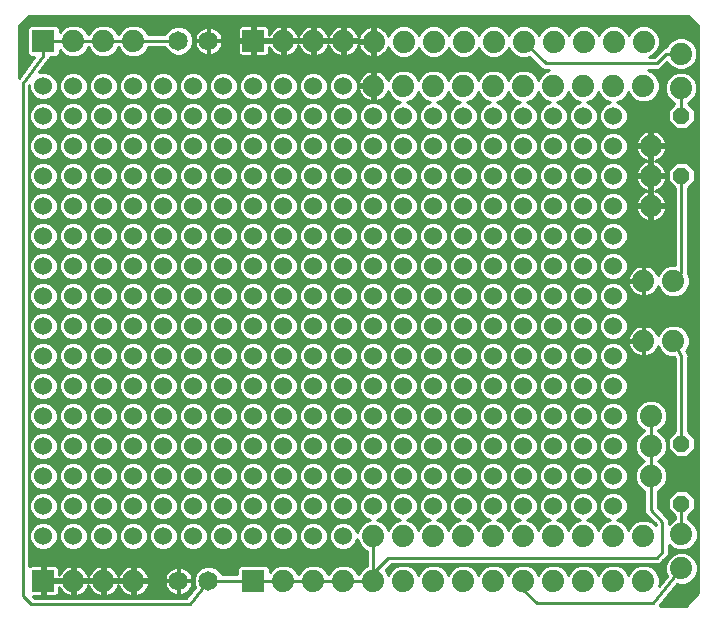
<source format=gbl>
G75*
G70*
%OFA0B0*%
%FSLAX24Y24*%
%IPPOS*%
%LPD*%
%AMOC8*
5,1,8,0,0,1.08239X$1,22.5*
%
%ADD10C,0.0740*%
%ADD11C,0.0650*%
%ADD12OC8,0.0560*%
%ADD13R,0.0740X0.0740*%
%ADD14C,0.0100*%
%ADD15C,0.0600*%
D10*
X002151Y001494D03*
X003151Y001494D03*
X004151Y001494D03*
X009151Y001494D03*
X010151Y001494D03*
X011151Y001494D03*
X012151Y001494D03*
X013151Y001494D03*
X014151Y001494D03*
X015151Y001494D03*
X016151Y001494D03*
X017151Y001494D03*
X018151Y001494D03*
X019151Y001494D03*
X020151Y001494D03*
X021151Y001494D03*
X022416Y001904D03*
X022416Y003044D03*
X021151Y002994D03*
X020151Y002994D03*
X019151Y002994D03*
X018151Y002994D03*
X017151Y002994D03*
X016151Y002994D03*
X015151Y002994D03*
X014151Y002994D03*
X013151Y002994D03*
X012151Y002994D03*
X021151Y009494D03*
X022151Y009494D03*
X022151Y011494D03*
X021151Y011494D03*
X021401Y013994D03*
X021401Y014994D03*
X021401Y015994D03*
X021151Y017994D03*
X020151Y017994D03*
X019151Y017994D03*
X018151Y017994D03*
X017151Y017994D03*
X016151Y017994D03*
X015151Y017994D03*
X014151Y017994D03*
X013151Y017994D03*
X012151Y017994D03*
X012156Y019469D03*
X011151Y019494D03*
X010151Y019494D03*
X009151Y019494D03*
X013156Y019469D03*
X014156Y019469D03*
X015156Y019469D03*
X016156Y019469D03*
X017156Y019469D03*
X018156Y019469D03*
X019156Y019469D03*
X020156Y019469D03*
X021156Y019469D03*
X022401Y019064D03*
X022401Y017924D03*
X021401Y006994D03*
X021401Y005994D03*
X021401Y004994D03*
X004151Y019494D03*
X003151Y019494D03*
X002151Y019494D03*
D11*
X005651Y019494D03*
X006651Y019494D03*
X006651Y001494D03*
X005651Y001494D03*
D12*
X022416Y004069D03*
X022416Y006069D03*
X022411Y014994D03*
X022411Y016994D03*
D13*
X008151Y019494D03*
X001151Y019494D03*
X001151Y001494D03*
X008151Y001494D03*
D14*
X006021Y000709D02*
X000741Y000709D01*
X000456Y000994D01*
X000461Y018084D01*
X001151Y018994D01*
X001151Y019494D01*
X002151Y019494D01*
X003151Y019494D01*
X004151Y019494D01*
X005651Y019494D01*
X005326Y019119D02*
X004540Y019119D01*
X004609Y019188D02*
X004457Y019036D01*
X004259Y018954D01*
X004044Y018954D01*
X003845Y019036D01*
X003693Y019188D01*
X003658Y019274D01*
X003645Y019274D01*
X003609Y019188D01*
X003457Y019036D01*
X003259Y018954D01*
X003044Y018954D01*
X002845Y019036D01*
X002693Y019188D01*
X002658Y019274D01*
X002645Y019274D01*
X002609Y019188D01*
X002457Y019036D01*
X002259Y018954D01*
X002044Y018954D01*
X001845Y019036D01*
X001693Y019188D01*
X001691Y019193D01*
X001691Y019053D01*
X001592Y018954D01*
X001379Y018954D01*
X001381Y018934D01*
X001371Y018920D01*
X001371Y018903D01*
X001317Y018849D01*
X001011Y018444D01*
X001058Y018464D01*
X001245Y018464D01*
X001417Y018392D01*
X001550Y018260D01*
X001621Y018087D01*
X001621Y017900D01*
X001550Y017728D01*
X001417Y017595D01*
X001245Y017524D01*
X001058Y017524D01*
X000885Y017595D01*
X000753Y017728D01*
X000681Y017900D01*
X000681Y018010D01*
X000681Y018010D01*
X000676Y001971D01*
X000689Y001984D01*
X000723Y002004D01*
X000761Y002014D01*
X001101Y002014D01*
X001101Y001544D01*
X001201Y001544D01*
X001201Y002014D01*
X001541Y002014D01*
X001579Y002004D01*
X001613Y001984D01*
X001641Y001956D01*
X001661Y001922D01*
X001671Y001884D01*
X001671Y001697D01*
X001706Y001766D01*
X001755Y001833D01*
X001812Y001890D01*
X001879Y001939D01*
X001952Y001976D01*
X002029Y002001D01*
X002101Y002012D01*
X002101Y001544D01*
X002201Y001544D01*
X002201Y002012D01*
X002273Y002001D01*
X002351Y001976D01*
X002424Y001939D01*
X002490Y001890D01*
X002548Y001833D01*
X002596Y001766D01*
X002633Y001693D01*
X002651Y001638D01*
X002669Y001693D01*
X002706Y001766D01*
X002755Y001833D01*
X002812Y001890D01*
X002879Y001939D01*
X002952Y001976D01*
X003029Y002001D01*
X003101Y002012D01*
X003101Y001544D01*
X003201Y001544D01*
X003201Y002012D01*
X003273Y002001D01*
X003351Y001976D01*
X003424Y001939D01*
X003490Y001890D01*
X003548Y001833D01*
X003596Y001766D01*
X003633Y001693D01*
X003651Y001638D01*
X003669Y001693D01*
X003706Y001766D01*
X003755Y001833D01*
X003812Y001890D01*
X003879Y001939D01*
X003952Y001976D01*
X004029Y002001D01*
X004101Y002012D01*
X004101Y001544D01*
X004201Y001544D01*
X004201Y002012D01*
X004273Y002001D01*
X004351Y001976D01*
X004424Y001939D01*
X004490Y001890D01*
X004548Y001833D01*
X004596Y001766D01*
X004633Y001693D01*
X004658Y001616D01*
X004670Y001544D01*
X004201Y001544D01*
X004201Y001444D01*
X004670Y001444D01*
X004658Y001372D01*
X004633Y001294D01*
X004596Y001221D01*
X004548Y001155D01*
X004490Y001097D01*
X004424Y001049D01*
X004351Y001012D01*
X004273Y000987D01*
X004201Y000975D01*
X004201Y001444D01*
X004101Y001444D01*
X003633Y001444D01*
X003201Y001444D01*
X003201Y000975D01*
X003273Y000987D01*
X003351Y001012D01*
X003424Y001049D01*
X003490Y001097D01*
X003548Y001155D01*
X003596Y001221D01*
X003633Y001294D01*
X003651Y001350D01*
X003669Y001294D01*
X003706Y001221D01*
X003755Y001155D01*
X003812Y001097D01*
X003879Y001049D01*
X003952Y001012D01*
X004029Y000987D01*
X004101Y000975D01*
X004101Y001444D01*
X004101Y001544D01*
X003633Y001544D01*
X003201Y001544D01*
X003201Y001444D01*
X003101Y001444D01*
X002633Y001444D01*
X002201Y001444D01*
X002201Y000975D01*
X002273Y000987D01*
X002351Y001012D01*
X002424Y001049D01*
X002490Y001097D01*
X002548Y001155D01*
X002596Y001221D01*
X002633Y001294D01*
X002651Y001350D01*
X002669Y001294D01*
X002706Y001221D01*
X002755Y001155D01*
X002812Y001097D01*
X002879Y001049D01*
X002952Y001012D01*
X003029Y000987D01*
X003101Y000975D01*
X003101Y001444D01*
X003101Y001544D01*
X002633Y001544D01*
X002201Y001544D01*
X002201Y001444D01*
X002101Y001444D01*
X001633Y001444D01*
X001201Y001444D01*
X001201Y000974D01*
X001541Y000974D01*
X001579Y000984D01*
X001613Y001004D01*
X001641Y001032D01*
X001661Y001066D01*
X001671Y001104D01*
X001671Y001291D01*
X001706Y001221D01*
X001755Y001155D01*
X001812Y001097D01*
X001879Y001049D01*
X001952Y001012D01*
X002029Y000987D01*
X002101Y000975D01*
X002101Y001444D01*
X002101Y001544D01*
X001633Y001544D01*
X001201Y001544D01*
X001201Y001444D01*
X001101Y001444D01*
X001101Y000974D01*
X000787Y000974D01*
X000832Y000929D01*
X005916Y000929D01*
X006202Y001285D01*
X006156Y001395D01*
X006156Y001592D01*
X006232Y001774D01*
X006371Y001913D01*
X006553Y001989D01*
X006750Y001989D01*
X006932Y001913D01*
X007071Y001774D01*
X007096Y001714D01*
X007611Y001714D01*
X007611Y001934D01*
X007711Y002034D01*
X008592Y002034D01*
X008691Y001934D01*
X008691Y001794D01*
X008693Y001800D01*
X008845Y001952D01*
X009044Y002034D01*
X009259Y002034D01*
X009457Y001952D01*
X009609Y001800D01*
X009644Y001714D01*
X009658Y001714D01*
X009693Y001800D01*
X009845Y001952D01*
X010044Y002034D01*
X010259Y002034D01*
X010457Y001952D01*
X010609Y001800D01*
X010644Y001714D01*
X010658Y001714D01*
X010693Y001800D01*
X010845Y001952D01*
X011044Y002034D01*
X011259Y002034D01*
X011457Y001952D01*
X011609Y001800D01*
X011644Y001714D01*
X011658Y001714D01*
X011693Y001800D01*
X011845Y001952D01*
X011931Y001987D01*
X011931Y002501D01*
X011845Y002536D01*
X011693Y002688D01*
X011613Y002881D01*
X011550Y002728D01*
X011417Y002595D01*
X011245Y002524D01*
X011058Y002524D01*
X010885Y002595D01*
X010753Y002728D01*
X010681Y002900D01*
X010681Y003087D01*
X010753Y003260D01*
X010885Y003392D01*
X011058Y003464D01*
X011245Y003464D01*
X011417Y003392D01*
X011550Y003260D01*
X011613Y003106D01*
X011693Y003300D01*
X011845Y003452D01*
X012039Y003532D01*
X011885Y003595D01*
X011753Y003728D01*
X011681Y003900D01*
X011681Y004087D01*
X011753Y004260D01*
X011885Y004392D01*
X012058Y004464D01*
X012245Y004464D01*
X012417Y004392D01*
X012550Y004260D01*
X012621Y004087D01*
X012621Y003900D01*
X012550Y003728D01*
X012417Y003595D01*
X012264Y003532D01*
X012457Y003452D01*
X012609Y003300D01*
X012651Y003198D01*
X012693Y003300D01*
X012845Y003452D01*
X013039Y003532D01*
X012885Y003595D01*
X012753Y003728D01*
X012681Y003900D01*
X012681Y004087D01*
X012753Y004260D01*
X012885Y004392D01*
X013058Y004464D01*
X013245Y004464D01*
X013417Y004392D01*
X013550Y004260D01*
X013621Y004087D01*
X013621Y003900D01*
X013550Y003728D01*
X013417Y003595D01*
X013264Y003532D01*
X013457Y003452D01*
X013609Y003300D01*
X013651Y003198D01*
X013693Y003300D01*
X013845Y003452D01*
X014039Y003532D01*
X013885Y003595D01*
X013753Y003728D01*
X013681Y003900D01*
X013681Y004087D01*
X013753Y004260D01*
X013885Y004392D01*
X014058Y004464D01*
X014245Y004464D01*
X014417Y004392D01*
X014550Y004260D01*
X014621Y004087D01*
X014621Y003900D01*
X014550Y003728D01*
X014417Y003595D01*
X014264Y003532D01*
X014457Y003452D01*
X014609Y003300D01*
X014651Y003198D01*
X014693Y003300D01*
X014845Y003452D01*
X015039Y003532D01*
X014885Y003595D01*
X014753Y003728D01*
X014681Y003900D01*
X014681Y004087D01*
X014753Y004260D01*
X014885Y004392D01*
X015058Y004464D01*
X015245Y004464D01*
X015417Y004392D01*
X015550Y004260D01*
X015621Y004087D01*
X015621Y003900D01*
X015550Y003728D01*
X015417Y003595D01*
X015264Y003532D01*
X015457Y003452D01*
X015609Y003300D01*
X015651Y003198D01*
X015693Y003300D01*
X015845Y003452D01*
X016039Y003532D01*
X015885Y003595D01*
X015753Y003728D01*
X015681Y003900D01*
X015681Y004087D01*
X015753Y004260D01*
X015885Y004392D01*
X016058Y004464D01*
X016245Y004464D01*
X016417Y004392D01*
X016550Y004260D01*
X016621Y004087D01*
X016621Y003900D01*
X016550Y003728D01*
X016417Y003595D01*
X016264Y003532D01*
X016457Y003452D01*
X016609Y003300D01*
X016651Y003198D01*
X016693Y003300D01*
X016845Y003452D01*
X017039Y003532D01*
X016885Y003595D01*
X016753Y003728D01*
X016681Y003900D01*
X016681Y004087D01*
X016753Y004260D01*
X016885Y004392D01*
X017058Y004464D01*
X017245Y004464D01*
X017417Y004392D01*
X017550Y004260D01*
X017621Y004087D01*
X017621Y003900D01*
X017550Y003728D01*
X017417Y003595D01*
X017264Y003532D01*
X017457Y003452D01*
X017609Y003300D01*
X017651Y003198D01*
X017693Y003300D01*
X017845Y003452D01*
X018039Y003532D01*
X017885Y003595D01*
X017753Y003728D01*
X017681Y003900D01*
X017681Y004087D01*
X017753Y004260D01*
X017885Y004392D01*
X018058Y004464D01*
X018245Y004464D01*
X018417Y004392D01*
X018550Y004260D01*
X018621Y004087D01*
X018621Y003900D01*
X018550Y003728D01*
X018417Y003595D01*
X018264Y003532D01*
X018457Y003452D01*
X018609Y003300D01*
X018651Y003198D01*
X018693Y003300D01*
X018845Y003452D01*
X019039Y003532D01*
X018885Y003595D01*
X018753Y003728D01*
X018681Y003900D01*
X018681Y004087D01*
X018753Y004260D01*
X018885Y004392D01*
X019058Y004464D01*
X019245Y004464D01*
X019417Y004392D01*
X019550Y004260D01*
X019621Y004087D01*
X019621Y003900D01*
X019550Y003728D01*
X019417Y003595D01*
X019264Y003532D01*
X019457Y003452D01*
X019609Y003300D01*
X019651Y003198D01*
X019693Y003300D01*
X019845Y003452D01*
X020039Y003532D01*
X019885Y003595D01*
X019753Y003728D01*
X019681Y003900D01*
X019681Y004087D01*
X019753Y004260D01*
X019885Y004392D01*
X020058Y004464D01*
X020245Y004464D01*
X020417Y004392D01*
X020550Y004260D01*
X020621Y004087D01*
X020621Y003900D01*
X020550Y003728D01*
X020417Y003595D01*
X020264Y003532D01*
X020457Y003452D01*
X020609Y003300D01*
X020651Y003198D01*
X020693Y003300D01*
X020845Y003452D01*
X021044Y003534D01*
X021259Y003534D01*
X021457Y003452D01*
X021561Y003347D01*
X021561Y003378D01*
X021181Y003758D01*
X021181Y003940D01*
X021181Y004500D01*
X021095Y004536D01*
X020943Y004688D01*
X020861Y004886D01*
X020861Y005101D01*
X020943Y005300D01*
X021095Y005452D01*
X021181Y005487D01*
X021181Y005500D01*
X021095Y005536D01*
X020943Y005688D01*
X020861Y005886D01*
X020861Y006101D01*
X020943Y006300D01*
X021095Y006452D01*
X021181Y006487D01*
X021181Y006500D01*
X021095Y006536D01*
X020943Y006688D01*
X020861Y006886D01*
X020861Y007101D01*
X020943Y007300D01*
X021095Y007452D01*
X021294Y007534D01*
X021509Y007534D01*
X021707Y007452D01*
X021859Y007300D01*
X021941Y007101D01*
X021941Y006886D01*
X021859Y006688D01*
X021707Y006536D01*
X021621Y006500D01*
X021621Y006487D01*
X021707Y006452D01*
X021859Y006300D01*
X021941Y006101D01*
X021941Y005886D01*
X021859Y005688D01*
X021707Y005536D01*
X021621Y005500D01*
X021621Y005487D01*
X021707Y005452D01*
X021859Y005300D01*
X021941Y005101D01*
X021941Y004886D01*
X021859Y004688D01*
X021707Y004536D01*
X021621Y004500D01*
X021621Y003940D01*
X021872Y003689D01*
X022001Y003560D01*
X022001Y003392D01*
X022110Y003502D01*
X022196Y003537D01*
X022196Y003652D01*
X021966Y003882D01*
X021966Y004255D01*
X022230Y004519D01*
X022603Y004519D01*
X022866Y004255D01*
X022866Y003882D01*
X022636Y003652D01*
X022636Y003537D01*
X022722Y003502D01*
X022874Y003350D01*
X022956Y003151D01*
X022956Y002936D01*
X022874Y002738D01*
X022722Y002586D01*
X022524Y002504D01*
X022309Y002504D01*
X022110Y002586D01*
X022001Y002695D01*
X022001Y002540D01*
X022001Y002358D01*
X021816Y002173D01*
X021687Y002044D01*
X012742Y002044D01*
X012722Y002024D01*
X012554Y001855D01*
X012609Y001800D01*
X012651Y001698D01*
X012693Y001800D01*
X012845Y001952D01*
X013044Y002034D01*
X013259Y002034D01*
X013457Y001952D01*
X013609Y001800D01*
X013651Y001698D01*
X013693Y001800D01*
X013845Y001952D01*
X014044Y002034D01*
X014259Y002034D01*
X014457Y001952D01*
X014609Y001800D01*
X014651Y001698D01*
X014693Y001800D01*
X014845Y001952D01*
X015044Y002034D01*
X015259Y002034D01*
X015457Y001952D01*
X015609Y001800D01*
X015651Y001698D01*
X015693Y001800D01*
X015845Y001952D01*
X016044Y002034D01*
X016259Y002034D01*
X016457Y001952D01*
X016609Y001800D01*
X016651Y001698D01*
X016693Y001800D01*
X016845Y001952D01*
X017044Y002034D01*
X017259Y002034D01*
X017457Y001952D01*
X017609Y001800D01*
X017651Y001698D01*
X017693Y001800D01*
X017845Y001952D01*
X018044Y002034D01*
X018259Y002034D01*
X018457Y001952D01*
X018609Y001800D01*
X018651Y001698D01*
X018693Y001800D01*
X018845Y001952D01*
X019044Y002034D01*
X019259Y002034D01*
X019457Y001952D01*
X019609Y001800D01*
X019651Y001698D01*
X019693Y001800D01*
X019845Y001952D01*
X020044Y002034D01*
X020259Y002034D01*
X020457Y001952D01*
X020609Y001800D01*
X020651Y001698D01*
X020693Y001800D01*
X020845Y001952D01*
X021044Y002034D01*
X021259Y002034D01*
X021457Y001952D01*
X021609Y001800D01*
X021691Y001601D01*
X021691Y001386D01*
X021669Y001334D01*
X021933Y001659D01*
X021876Y001796D01*
X021876Y002011D01*
X021958Y002210D01*
X022110Y002362D01*
X022309Y002444D01*
X022524Y002444D01*
X022722Y002362D01*
X022874Y002210D01*
X022956Y002011D01*
X022956Y001796D01*
X022874Y001598D01*
X022722Y001446D01*
X022524Y001364D01*
X022309Y001364D01*
X022273Y001379D01*
X021701Y000676D01*
X021701Y000664D01*
X022566Y000664D01*
X022981Y001079D01*
X022981Y019994D01*
X022651Y020324D01*
X000666Y020324D01*
X000321Y019979D01*
X000321Y018263D01*
X000845Y018954D01*
X000711Y018954D01*
X000611Y019053D01*
X000611Y019934D01*
X000711Y020034D01*
X001592Y020034D01*
X001691Y019934D01*
X001691Y019794D01*
X001693Y019800D01*
X001845Y019952D01*
X002044Y020034D01*
X002259Y020034D01*
X002457Y019952D01*
X002609Y019800D01*
X002645Y019714D01*
X002658Y019714D01*
X002693Y019800D01*
X002845Y019952D01*
X003044Y020034D01*
X003259Y020034D01*
X003457Y019952D01*
X003609Y019800D01*
X003645Y019714D01*
X003658Y019714D01*
X003693Y019800D01*
X003845Y019952D01*
X004044Y020034D01*
X004259Y020034D01*
X004457Y019952D01*
X004609Y019800D01*
X004645Y019714D01*
X005207Y019714D01*
X005232Y019774D01*
X005371Y019913D01*
X005553Y019989D01*
X005750Y019989D01*
X005932Y019913D01*
X006071Y019774D01*
X006146Y019592D01*
X006146Y019395D01*
X006071Y019213D01*
X005932Y019074D01*
X005750Y018999D01*
X005553Y018999D01*
X005371Y019074D01*
X005232Y019213D01*
X005207Y019274D01*
X004645Y019274D01*
X004609Y019188D01*
X004621Y019217D02*
X005230Y019217D01*
X005502Y019020D02*
X004418Y019020D01*
X003884Y019020D02*
X003418Y019020D01*
X003540Y019119D02*
X003763Y019119D01*
X003681Y019217D02*
X003621Y019217D01*
X003600Y019808D02*
X003702Y019808D01*
X003801Y019907D02*
X003502Y019907D01*
X003327Y020005D02*
X003975Y020005D01*
X004327Y020005D02*
X007730Y020005D01*
X007723Y020004D02*
X007689Y019984D01*
X007661Y019956D01*
X007641Y019922D01*
X007631Y019884D01*
X007631Y019544D01*
X008101Y019544D01*
X008101Y020014D01*
X007761Y020014D01*
X007723Y020004D01*
X007637Y019907D02*
X006887Y019907D01*
X006900Y019900D02*
X006834Y019934D01*
X006762Y019957D01*
X006689Y019969D01*
X006670Y019969D01*
X006670Y019513D01*
X006632Y019513D01*
X006632Y019969D01*
X006614Y019969D01*
X006540Y019957D01*
X006469Y019934D01*
X006402Y019900D01*
X006342Y019856D01*
X006289Y019803D01*
X006245Y019743D01*
X006211Y019676D01*
X006188Y019605D01*
X006176Y019531D01*
X006176Y019513D01*
X006632Y019513D01*
X006632Y019475D01*
X006176Y019475D01*
X006176Y019456D01*
X006188Y019383D01*
X006211Y019311D01*
X006245Y019245D01*
X006289Y019184D01*
X006342Y019132D01*
X006402Y019088D01*
X006469Y019054D01*
X006540Y019031D01*
X006614Y019019D01*
X006632Y019019D01*
X006632Y019475D01*
X006670Y019475D01*
X006670Y019513D01*
X008101Y019513D01*
X008101Y019544D02*
X008101Y019444D01*
X007631Y019444D01*
X007631Y019104D01*
X007641Y019066D01*
X007661Y019032D01*
X007689Y019004D01*
X007723Y018984D01*
X007761Y018974D01*
X008101Y018974D01*
X008101Y019444D01*
X008201Y019444D01*
X008201Y018974D01*
X008541Y018974D01*
X008579Y018984D01*
X008613Y019004D01*
X008641Y019032D01*
X008661Y019066D01*
X008671Y019104D01*
X008671Y019291D01*
X008706Y019221D01*
X008755Y019155D01*
X008812Y019097D01*
X008879Y019049D01*
X008952Y019012D01*
X009029Y018987D01*
X009101Y018975D01*
X009101Y019444D01*
X008633Y019444D01*
X008201Y019444D01*
X008201Y019544D01*
X008101Y019544D01*
X008101Y019611D02*
X008201Y019611D01*
X008201Y019544D02*
X008201Y020014D01*
X008541Y020014D01*
X008579Y020004D01*
X008613Y019984D01*
X008641Y019956D01*
X008661Y019922D01*
X008671Y019884D01*
X008671Y019697D01*
X008706Y019766D01*
X008755Y019833D01*
X008812Y019890D01*
X008879Y019939D01*
X008952Y019976D01*
X009029Y020001D01*
X009101Y020012D01*
X009101Y019544D01*
X009201Y019544D01*
X009201Y020012D01*
X009273Y020001D01*
X009351Y019976D01*
X009424Y019939D01*
X009490Y019890D01*
X009548Y019833D01*
X009596Y019766D01*
X009633Y019693D01*
X009651Y019638D01*
X009669Y019693D01*
X009706Y019766D01*
X009755Y019833D01*
X009812Y019890D01*
X009879Y019939D01*
X009952Y019976D01*
X010029Y020001D01*
X010101Y020012D01*
X010101Y019544D01*
X010201Y019544D01*
X010201Y020012D01*
X010273Y020001D01*
X010351Y019976D01*
X010424Y019939D01*
X010490Y019890D01*
X010548Y019833D01*
X010596Y019766D01*
X010633Y019693D01*
X010651Y019638D01*
X010669Y019693D01*
X010706Y019766D01*
X010755Y019833D01*
X010812Y019890D01*
X010879Y019939D01*
X010952Y019976D01*
X011029Y020001D01*
X011101Y020012D01*
X011101Y019544D01*
X011201Y019544D01*
X011201Y020012D01*
X011273Y020001D01*
X011351Y019976D01*
X011424Y019939D01*
X011490Y019890D01*
X011548Y019833D01*
X011596Y019766D01*
X011633Y019693D01*
X011658Y019617D01*
X011674Y019668D01*
X011711Y019741D01*
X011760Y019808D01*
X011565Y019808D01*
X011625Y019710D02*
X011695Y019710D01*
X011760Y019808D02*
X011817Y019865D01*
X011884Y019914D01*
X011957Y019951D01*
X012034Y019976D01*
X012106Y019987D01*
X012106Y019519D01*
X012206Y019519D01*
X012206Y019987D01*
X012278Y019976D01*
X012356Y019951D01*
X012429Y019914D01*
X012495Y019865D01*
X012553Y019808D01*
X012601Y019741D01*
X012638Y019668D01*
X012645Y019646D01*
X012698Y019775D01*
X012850Y019927D01*
X013049Y020009D01*
X013264Y020009D01*
X013462Y019927D01*
X013614Y019775D01*
X013656Y019673D01*
X013698Y019775D01*
X013850Y019927D01*
X014049Y020009D01*
X014264Y020009D01*
X014462Y019927D01*
X014614Y019775D01*
X014656Y019673D01*
X014698Y019775D01*
X014850Y019927D01*
X015049Y020009D01*
X015264Y020009D01*
X015462Y019927D01*
X015614Y019775D01*
X015656Y019673D01*
X015698Y019775D01*
X015850Y019927D01*
X016049Y020009D01*
X016264Y020009D01*
X016462Y019927D01*
X016614Y019775D01*
X016656Y019673D01*
X016698Y019775D01*
X016850Y019927D01*
X017049Y020009D01*
X017264Y020009D01*
X017462Y019927D01*
X017614Y019775D01*
X017656Y019673D01*
X017698Y019775D01*
X017850Y019927D01*
X018049Y020009D01*
X018264Y020009D01*
X018462Y019927D01*
X018614Y019775D01*
X018656Y019673D01*
X018698Y019775D01*
X018850Y019927D01*
X019049Y020009D01*
X019264Y020009D01*
X019462Y019927D01*
X019614Y019775D01*
X019656Y019673D01*
X019698Y019775D01*
X019850Y019927D01*
X020049Y020009D01*
X020264Y020009D01*
X020462Y019927D01*
X020614Y019775D01*
X020656Y019673D01*
X020698Y019775D01*
X020850Y019927D01*
X021049Y020009D01*
X021264Y020009D01*
X021462Y019927D01*
X021614Y019775D01*
X021696Y019576D01*
X021696Y019361D01*
X021614Y019163D01*
X021462Y019011D01*
X021336Y018959D01*
X021495Y018959D01*
X021820Y019284D01*
X021908Y019284D01*
X021943Y019370D01*
X022095Y019522D01*
X022294Y019604D01*
X022509Y019604D01*
X022707Y019522D01*
X022859Y019370D01*
X022941Y019171D01*
X022941Y018956D01*
X022859Y018758D01*
X022707Y018606D01*
X022509Y018524D01*
X022294Y018524D01*
X022095Y018606D01*
X021943Y018758D01*
X021935Y018777D01*
X021806Y018648D01*
X021677Y018519D01*
X021295Y018519D01*
X021457Y018452D01*
X021609Y018300D01*
X021691Y018101D01*
X021691Y017886D01*
X021609Y017688D01*
X021457Y017536D01*
X021259Y017454D01*
X021044Y017454D01*
X020845Y017536D01*
X020693Y017688D01*
X020651Y017790D01*
X020609Y017688D01*
X020457Y017536D01*
X020264Y017456D01*
X020417Y017392D01*
X020550Y017260D01*
X020621Y017087D01*
X020621Y016900D01*
X020550Y016728D01*
X020417Y016595D01*
X020245Y016524D01*
X020058Y016524D01*
X019885Y016595D01*
X019753Y016728D01*
X019681Y016900D01*
X019681Y017087D01*
X019753Y017260D01*
X019885Y017392D01*
X020039Y017456D01*
X019845Y017536D01*
X019693Y017688D01*
X019651Y017790D01*
X019609Y017688D01*
X019457Y017536D01*
X019264Y017456D01*
X019417Y017392D01*
X019550Y017260D01*
X019621Y017087D01*
X019621Y016900D01*
X019550Y016728D01*
X019417Y016595D01*
X019245Y016524D01*
X019058Y016524D01*
X018885Y016595D01*
X018753Y016728D01*
X018681Y016900D01*
X018681Y017087D01*
X018753Y017260D01*
X018885Y017392D01*
X019039Y017456D01*
X018845Y017536D01*
X018693Y017688D01*
X018651Y017790D01*
X018609Y017688D01*
X018457Y017536D01*
X018264Y017456D01*
X018417Y017392D01*
X018550Y017260D01*
X018621Y017087D01*
X018621Y016900D01*
X018550Y016728D01*
X018417Y016595D01*
X018245Y016524D01*
X018058Y016524D01*
X017885Y016595D01*
X017753Y016728D01*
X017681Y016900D01*
X017681Y017087D01*
X017753Y017260D01*
X017885Y017392D01*
X018039Y017456D01*
X017845Y017536D01*
X017693Y017688D01*
X017651Y017790D01*
X017609Y017688D01*
X017457Y017536D01*
X017264Y017456D01*
X017417Y017392D01*
X017550Y017260D01*
X017621Y017087D01*
X017621Y016900D01*
X017550Y016728D01*
X017417Y016595D01*
X017245Y016524D01*
X017058Y016524D01*
X016885Y016595D01*
X016753Y016728D01*
X016681Y016900D01*
X016681Y017087D01*
X016753Y017260D01*
X016885Y017392D01*
X017039Y017456D01*
X016845Y017536D01*
X016693Y017688D01*
X016651Y017790D01*
X016609Y017688D01*
X016457Y017536D01*
X016264Y017456D01*
X016417Y017392D01*
X016550Y017260D01*
X016621Y017087D01*
X016621Y016900D01*
X016550Y016728D01*
X016417Y016595D01*
X016245Y016524D01*
X016058Y016524D01*
X015885Y016595D01*
X015753Y016728D01*
X015681Y016900D01*
X015681Y017087D01*
X015753Y017260D01*
X015885Y017392D01*
X016039Y017456D01*
X015845Y017536D01*
X015693Y017688D01*
X015651Y017790D01*
X015609Y017688D01*
X015457Y017536D01*
X015264Y017456D01*
X015417Y017392D01*
X015550Y017260D01*
X015621Y017087D01*
X015621Y016900D01*
X015550Y016728D01*
X015417Y016595D01*
X015245Y016524D01*
X015058Y016524D01*
X014885Y016595D01*
X014753Y016728D01*
X014681Y016900D01*
X014681Y017087D01*
X014753Y017260D01*
X014885Y017392D01*
X015039Y017456D01*
X014845Y017536D01*
X014693Y017688D01*
X014651Y017790D01*
X014609Y017688D01*
X014457Y017536D01*
X014264Y017456D01*
X014417Y017392D01*
X014550Y017260D01*
X014621Y017087D01*
X014621Y016900D01*
X014550Y016728D01*
X014417Y016595D01*
X014245Y016524D01*
X014058Y016524D01*
X013885Y016595D01*
X013753Y016728D01*
X013681Y016900D01*
X013681Y017087D01*
X013753Y017260D01*
X013885Y017392D01*
X014039Y017456D01*
X013845Y017536D01*
X013693Y017688D01*
X013651Y017790D01*
X013609Y017688D01*
X013457Y017536D01*
X013264Y017456D01*
X013417Y017392D01*
X013550Y017260D01*
X013621Y017087D01*
X013621Y016900D01*
X013550Y016728D01*
X013417Y016595D01*
X013245Y016524D01*
X013058Y016524D01*
X012885Y016595D01*
X012753Y016728D01*
X012681Y016900D01*
X012681Y017087D01*
X012753Y017260D01*
X012885Y017392D01*
X013039Y017456D01*
X012845Y017536D01*
X012693Y017688D01*
X012640Y017816D01*
X012633Y017794D01*
X012596Y017721D01*
X012548Y017655D01*
X012490Y017597D01*
X012424Y017549D01*
X012351Y017512D01*
X012273Y017487D01*
X012201Y017475D01*
X012201Y017944D01*
X012101Y017944D01*
X011633Y017944D01*
X011644Y017872D01*
X011669Y017794D01*
X011706Y017721D01*
X011755Y017655D01*
X011812Y017597D01*
X011879Y017549D01*
X011952Y017512D01*
X012029Y017487D01*
X012101Y017475D01*
X012101Y017944D01*
X012101Y018044D01*
X012101Y018512D01*
X012029Y018501D01*
X011952Y018476D01*
X011879Y018439D01*
X011812Y018390D01*
X011755Y018333D01*
X011706Y018266D01*
X011669Y018193D01*
X011644Y018116D01*
X011633Y018044D01*
X012101Y018044D01*
X012201Y018044D01*
X012201Y018512D01*
X012273Y018501D01*
X012351Y018476D01*
X012424Y018439D01*
X012490Y018390D01*
X012548Y018333D01*
X012596Y018266D01*
X012633Y018193D01*
X012640Y018171D01*
X012693Y018300D01*
X012845Y018452D01*
X013044Y018534D01*
X013259Y018534D01*
X013457Y018452D01*
X013609Y018300D01*
X013651Y018198D01*
X013693Y018300D01*
X013845Y018452D01*
X014044Y018534D01*
X014259Y018534D01*
X014457Y018452D01*
X014609Y018300D01*
X014651Y018198D01*
X014693Y018300D01*
X014845Y018452D01*
X015044Y018534D01*
X015259Y018534D01*
X015457Y018452D01*
X015609Y018300D01*
X015651Y018198D01*
X015693Y018300D01*
X015845Y018452D01*
X016044Y018534D01*
X016259Y018534D01*
X016457Y018452D01*
X016609Y018300D01*
X016651Y018198D01*
X016693Y018300D01*
X016845Y018452D01*
X017044Y018534D01*
X017259Y018534D01*
X017457Y018452D01*
X017609Y018300D01*
X017651Y018198D01*
X017693Y018300D01*
X017845Y018452D01*
X018008Y018519D01*
X017977Y018519D01*
X017795Y018519D01*
X017349Y018964D01*
X017264Y018929D01*
X017049Y018929D01*
X016850Y019011D01*
X016698Y019163D01*
X016656Y019265D01*
X016614Y019163D01*
X016462Y019011D01*
X016264Y018929D01*
X016049Y018929D01*
X015850Y019011D01*
X015698Y019163D01*
X015656Y019265D01*
X015614Y019163D01*
X015462Y019011D01*
X015264Y018929D01*
X015049Y018929D01*
X014850Y019011D01*
X014698Y019163D01*
X014656Y019265D01*
X014614Y019163D01*
X014462Y019011D01*
X014264Y018929D01*
X014049Y018929D01*
X013850Y019011D01*
X013698Y019163D01*
X013656Y019265D01*
X013614Y019163D01*
X013462Y019011D01*
X013264Y018929D01*
X013049Y018929D01*
X012850Y019011D01*
X012698Y019163D01*
X012645Y019291D01*
X012638Y019269D01*
X012601Y019196D01*
X012553Y019130D01*
X012495Y019072D01*
X012429Y019024D01*
X012356Y018987D01*
X012278Y018962D01*
X012206Y018950D01*
X012206Y019419D01*
X012106Y019419D01*
X011666Y019419D01*
X011670Y019444D01*
X011201Y019444D01*
X011201Y018975D01*
X011273Y018987D01*
X011351Y019012D01*
X011424Y019049D01*
X011490Y019097D01*
X011548Y019155D01*
X011596Y019221D01*
X011633Y019294D01*
X011650Y019345D01*
X011674Y019269D01*
X011711Y019196D01*
X011760Y019130D01*
X011817Y019072D01*
X011884Y019024D01*
X011957Y018987D01*
X012034Y018962D01*
X012106Y018950D01*
X012106Y019419D01*
X012106Y019519D01*
X011638Y019519D01*
X011642Y019544D01*
X011201Y019544D01*
X011201Y019444D01*
X011101Y019444D01*
X010633Y019444D01*
X010201Y019444D01*
X010201Y018975D01*
X010273Y018987D01*
X010351Y019012D01*
X010424Y019049D01*
X010490Y019097D01*
X010548Y019155D01*
X010596Y019221D01*
X010633Y019294D01*
X010651Y019350D01*
X010669Y019294D01*
X010706Y019221D01*
X010755Y019155D01*
X010812Y019097D01*
X010879Y019049D01*
X010952Y019012D01*
X011029Y018987D01*
X011101Y018975D01*
X011101Y019444D01*
X011101Y019544D01*
X010633Y019544D01*
X010201Y019544D01*
X010201Y019444D01*
X010101Y019444D01*
X009670Y019444D01*
X009201Y019444D01*
X009201Y018975D01*
X009273Y018987D01*
X009351Y019012D01*
X009424Y019049D01*
X009490Y019097D01*
X009548Y019155D01*
X009596Y019221D01*
X009633Y019294D01*
X009651Y019350D01*
X009669Y019294D01*
X009706Y019221D01*
X009755Y019155D01*
X009812Y019097D01*
X009879Y019049D01*
X009952Y019012D01*
X010029Y018987D01*
X010101Y018975D01*
X010101Y019444D01*
X010101Y019544D01*
X009670Y019544D01*
X009201Y019544D01*
X009201Y019444D01*
X009101Y019444D01*
X009101Y019544D01*
X008633Y019544D01*
X008201Y019544D01*
X008201Y019513D02*
X009101Y019513D01*
X009101Y019611D02*
X009201Y019611D01*
X009201Y019513D02*
X010101Y019513D01*
X010101Y019611D02*
X010201Y019611D01*
X010201Y019513D02*
X011101Y019513D01*
X011101Y019611D02*
X011201Y019611D01*
X011201Y019513D02*
X012106Y019513D01*
X012106Y019611D02*
X012206Y019611D01*
X012206Y019710D02*
X012106Y019710D01*
X012106Y019808D02*
X012206Y019808D01*
X012206Y019907D02*
X012106Y019907D01*
X011874Y019907D02*
X011467Y019907D01*
X011245Y020005D02*
X013041Y020005D01*
X013272Y020005D02*
X014041Y020005D01*
X014272Y020005D02*
X015041Y020005D01*
X015272Y020005D02*
X016041Y020005D01*
X016272Y020005D02*
X017041Y020005D01*
X017272Y020005D02*
X018041Y020005D01*
X018272Y020005D02*
X019041Y020005D01*
X019272Y020005D02*
X020041Y020005D01*
X020272Y020005D02*
X021041Y020005D01*
X021272Y020005D02*
X022970Y020005D01*
X022981Y019907D02*
X021482Y019907D01*
X021580Y019808D02*
X022981Y019808D01*
X022981Y019710D02*
X021641Y019710D01*
X021682Y019611D02*
X022981Y019611D01*
X022981Y019513D02*
X022716Y019513D01*
X022814Y019414D02*
X022981Y019414D01*
X022981Y019316D02*
X022881Y019316D01*
X022922Y019217D02*
X022981Y019217D01*
X022981Y019119D02*
X022941Y019119D01*
X022941Y019020D02*
X022981Y019020D01*
X022981Y018921D02*
X022927Y018921D01*
X022886Y018823D02*
X022981Y018823D01*
X022981Y018724D02*
X022825Y018724D01*
X022727Y018626D02*
X022981Y018626D01*
X022981Y018527D02*
X022517Y018527D01*
X022509Y018464D02*
X022294Y018464D01*
X022095Y018382D01*
X021943Y018230D01*
X021861Y018031D01*
X021861Y017816D01*
X021943Y017618D01*
X022095Y017466D01*
X022181Y017431D01*
X022181Y017400D01*
X021961Y017180D01*
X021961Y016807D01*
X022225Y016544D01*
X022598Y016544D01*
X022861Y016807D01*
X022861Y017180D01*
X022621Y017420D01*
X022621Y017431D01*
X022707Y017466D01*
X022859Y017618D01*
X022941Y017816D01*
X022941Y018031D01*
X022859Y018230D01*
X022707Y018382D01*
X022509Y018464D01*
X022593Y018429D02*
X022981Y018429D01*
X022981Y018330D02*
X022758Y018330D01*
X022857Y018232D02*
X022981Y018232D01*
X022981Y018133D02*
X022899Y018133D01*
X022940Y018035D02*
X022981Y018035D01*
X022981Y017936D02*
X022941Y017936D01*
X022941Y017837D02*
X022981Y017837D01*
X022981Y017739D02*
X022909Y017739D01*
X022868Y017640D02*
X022981Y017640D01*
X022981Y017542D02*
X022783Y017542D01*
X022652Y017443D02*
X022981Y017443D01*
X022981Y017345D02*
X022697Y017345D01*
X022795Y017246D02*
X022981Y017246D01*
X022981Y017148D02*
X022861Y017148D01*
X022861Y017049D02*
X022981Y017049D01*
X022981Y016951D02*
X022861Y016951D01*
X022861Y016852D02*
X022981Y016852D01*
X022981Y016754D02*
X022807Y016754D01*
X022709Y016655D02*
X022981Y016655D01*
X022981Y016556D02*
X022610Y016556D01*
X022981Y016458D02*
X021636Y016458D01*
X021601Y016476D02*
X021523Y016501D01*
X021451Y016512D01*
X021451Y016044D01*
X021351Y016044D01*
X021351Y016512D01*
X021279Y016501D01*
X021202Y016476D01*
X021129Y016439D01*
X021062Y016390D01*
X021005Y016333D01*
X020956Y016266D01*
X020919Y016193D01*
X020894Y016116D01*
X020883Y016044D01*
X021351Y016044D01*
X021351Y015944D01*
X020883Y015944D01*
X020894Y015872D01*
X020919Y015794D01*
X020956Y015721D01*
X021005Y015655D01*
X021062Y015597D01*
X021129Y015549D01*
X021202Y015512D01*
X021257Y015494D01*
X021202Y015476D01*
X021129Y015439D01*
X021062Y015390D01*
X021005Y015333D01*
X020956Y015266D01*
X020919Y015193D01*
X020894Y015116D01*
X020883Y015044D01*
X021351Y015044D01*
X021351Y015475D01*
X021351Y015944D01*
X021451Y015944D01*
X021451Y016044D01*
X021920Y016044D01*
X021908Y016116D01*
X021883Y016193D01*
X021846Y016266D01*
X021798Y016333D01*
X021740Y016390D01*
X021674Y016439D01*
X021601Y016476D01*
X021451Y016458D02*
X021351Y016458D01*
X021351Y016359D02*
X021451Y016359D01*
X021451Y016261D02*
X021351Y016261D01*
X021351Y016162D02*
X021451Y016162D01*
X021451Y016064D02*
X021351Y016064D01*
X021351Y015965D02*
X020621Y015965D01*
X020621Y015900D02*
X020621Y016087D01*
X020550Y016260D01*
X020417Y016392D01*
X020245Y016464D01*
X020058Y016464D01*
X019885Y016392D01*
X019753Y016260D01*
X019681Y016087D01*
X019681Y015900D01*
X019753Y015728D01*
X019885Y015595D01*
X020058Y015524D01*
X020245Y015524D01*
X020417Y015595D01*
X020550Y015728D01*
X020621Y015900D01*
X020607Y015867D02*
X020896Y015867D01*
X020933Y015768D02*
X020566Y015768D01*
X020492Y015670D02*
X020994Y015670D01*
X021098Y015571D02*
X020358Y015571D01*
X020245Y015464D02*
X020058Y015464D01*
X019885Y015392D01*
X019753Y015260D01*
X019681Y015087D01*
X019681Y014900D01*
X019753Y014728D01*
X019885Y014595D01*
X020058Y014524D01*
X020245Y014524D01*
X020417Y014595D01*
X020550Y014728D01*
X020621Y014900D01*
X020621Y015087D01*
X020550Y015260D01*
X020417Y015392D01*
X020245Y015464D01*
X020436Y015374D02*
X021046Y015374D01*
X020963Y015275D02*
X020534Y015275D01*
X020584Y015177D02*
X020914Y015177D01*
X020888Y015078D02*
X020621Y015078D01*
X020621Y014980D02*
X021351Y014980D01*
X021351Y014944D02*
X020883Y014944D01*
X020894Y014872D01*
X020919Y014794D01*
X020956Y014721D01*
X021005Y014655D01*
X021062Y014597D01*
X021129Y014549D01*
X021202Y014512D01*
X021257Y014494D01*
X021202Y014476D01*
X021129Y014439D01*
X021062Y014390D01*
X021005Y014333D01*
X020956Y014266D01*
X020919Y014193D01*
X020894Y014116D01*
X020883Y014044D01*
X021351Y014044D01*
X021351Y014475D01*
X021351Y014944D01*
X021351Y015044D01*
X021451Y015044D01*
X021451Y015475D01*
X021451Y015944D01*
X021920Y015944D01*
X021908Y015872D01*
X021883Y015794D01*
X021846Y015721D01*
X021798Y015655D01*
X021740Y015597D01*
X021674Y015549D01*
X021601Y015512D01*
X021545Y015494D01*
X021601Y015476D01*
X021674Y015439D01*
X021740Y015390D01*
X021798Y015333D01*
X021846Y015266D01*
X021883Y015193D01*
X021908Y015116D01*
X021920Y015044D01*
X021451Y015044D01*
X021451Y014944D01*
X021920Y014944D01*
X021908Y014872D01*
X021883Y014794D01*
X021846Y014721D01*
X021798Y014655D01*
X021740Y014597D01*
X021674Y014549D01*
X021601Y014512D01*
X021545Y014494D01*
X021601Y014476D01*
X021674Y014439D01*
X021740Y014390D01*
X021798Y014333D01*
X021846Y014266D01*
X021883Y014193D01*
X021908Y014116D01*
X021920Y014044D01*
X021451Y014044D01*
X021351Y014044D01*
X021351Y013944D01*
X020883Y013944D01*
X020894Y013872D01*
X020919Y013794D01*
X020956Y013721D01*
X021005Y013655D01*
X021062Y013597D01*
X021129Y013549D01*
X021202Y013512D01*
X021279Y013487D01*
X021351Y013475D01*
X021351Y013944D01*
X021451Y013944D01*
X021451Y014044D01*
X021451Y014475D01*
X021451Y014944D01*
X021351Y014944D01*
X021351Y014881D02*
X021451Y014881D01*
X021451Y014783D02*
X021351Y014783D01*
X021351Y014684D02*
X021451Y014684D01*
X021451Y014586D02*
X021351Y014586D01*
X021351Y014487D02*
X021451Y014487D01*
X021451Y014388D02*
X021351Y014388D01*
X021351Y014290D02*
X021451Y014290D01*
X021451Y014191D02*
X021351Y014191D01*
X021351Y014093D02*
X021451Y014093D01*
X021451Y013994D02*
X022191Y013994D01*
X022191Y013896D02*
X021912Y013896D01*
X021908Y013872D02*
X021920Y013944D01*
X021451Y013944D01*
X021451Y013475D01*
X021523Y013487D01*
X021601Y013512D01*
X021674Y013549D01*
X021740Y013597D01*
X021798Y013655D01*
X021846Y013721D01*
X021883Y013794D01*
X021908Y013872D01*
X021884Y013797D02*
X022191Y013797D01*
X022191Y013699D02*
X021829Y013699D01*
X021743Y013600D02*
X022191Y013600D01*
X022191Y013502D02*
X021569Y013502D01*
X021451Y013502D02*
X021351Y013502D01*
X021351Y013600D02*
X021451Y013600D01*
X021451Y013699D02*
X021351Y013699D01*
X021351Y013797D02*
X021451Y013797D01*
X021451Y013896D02*
X021351Y013896D01*
X021351Y013994D02*
X020621Y013994D01*
X020621Y014087D02*
X020621Y013900D01*
X020550Y013728D01*
X020417Y013595D01*
X020245Y013524D01*
X020058Y013524D01*
X019885Y013595D01*
X019753Y013728D01*
X019681Y013900D01*
X019681Y014087D01*
X019753Y014260D01*
X019885Y014392D01*
X020058Y014464D01*
X020245Y014464D01*
X020417Y014392D01*
X020550Y014260D01*
X020621Y014087D01*
X020619Y014093D02*
X020890Y014093D01*
X020919Y014191D02*
X020578Y014191D01*
X020520Y014290D02*
X020974Y014290D01*
X021060Y014388D02*
X020421Y014388D01*
X020394Y014586D02*
X021078Y014586D01*
X020983Y014684D02*
X020506Y014684D01*
X020572Y014783D02*
X020925Y014783D01*
X020893Y014881D02*
X020613Y014881D01*
X021236Y014487D02*
X000680Y014487D01*
X000680Y014586D02*
X000909Y014586D01*
X000885Y014595D02*
X001058Y014524D01*
X001245Y014524D01*
X001417Y014595D01*
X001550Y014728D01*
X001621Y014900D01*
X001621Y015087D01*
X001550Y015260D01*
X001417Y015392D01*
X001245Y015464D01*
X001058Y015464D01*
X000885Y015392D01*
X000753Y015260D01*
X000681Y015087D01*
X000681Y014900D01*
X000753Y014728D01*
X000885Y014595D01*
X000796Y014684D02*
X000680Y014684D01*
X000680Y014783D02*
X000730Y014783D01*
X000689Y014881D02*
X000680Y014881D01*
X000680Y014980D02*
X000681Y014980D01*
X000680Y015078D02*
X000681Y015078D01*
X000680Y015177D02*
X000718Y015177D01*
X000680Y015275D02*
X000768Y015275D01*
X000680Y015374D02*
X000867Y015374D01*
X000680Y015472D02*
X021195Y015472D01*
X021351Y015472D02*
X021451Y015472D01*
X021451Y015374D02*
X021351Y015374D01*
X021351Y015275D02*
X021451Y015275D01*
X021451Y015177D02*
X021351Y015177D01*
X021351Y015078D02*
X021451Y015078D01*
X021451Y014980D02*
X021961Y014980D01*
X021961Y015078D02*
X021914Y015078D01*
X021888Y015177D02*
X021961Y015177D01*
X021961Y015180D02*
X021961Y014807D01*
X022191Y014577D01*
X022191Y012034D01*
X022044Y012034D01*
X021845Y011952D01*
X021693Y011800D01*
X021640Y011671D01*
X021633Y011693D01*
X021596Y011766D01*
X021548Y011833D01*
X021490Y011890D01*
X021424Y011939D01*
X021351Y011976D01*
X021273Y012001D01*
X021192Y012014D01*
X021181Y012014D01*
X021181Y011524D01*
X021121Y011524D01*
X021121Y012014D01*
X021110Y012014D01*
X021029Y012001D01*
X020952Y011976D01*
X020879Y011939D01*
X020812Y011890D01*
X020755Y011833D01*
X020706Y011766D01*
X020669Y011693D01*
X020644Y011616D01*
X020631Y011535D01*
X020631Y011524D01*
X021121Y011524D01*
X021121Y011464D01*
X020631Y011464D01*
X020631Y011453D01*
X020644Y011372D01*
X020669Y011294D01*
X020706Y011221D01*
X020755Y011155D01*
X020812Y011097D01*
X020879Y011049D01*
X020952Y011012D01*
X021029Y010987D01*
X021110Y010974D01*
X021121Y010974D01*
X021121Y011464D01*
X021181Y011464D01*
X021181Y010974D01*
X021192Y010974D01*
X021273Y010987D01*
X021351Y011012D01*
X021424Y011049D01*
X021490Y011097D01*
X021548Y011155D01*
X021596Y011221D01*
X021633Y011294D01*
X021640Y011316D01*
X021693Y011188D01*
X021845Y011036D01*
X022044Y010954D01*
X022259Y010954D01*
X022457Y011036D01*
X022609Y011188D01*
X022691Y011386D01*
X022691Y011601D01*
X022631Y011746D01*
X022631Y011845D01*
X022631Y014577D01*
X022861Y014807D01*
X022861Y015180D01*
X022598Y015444D01*
X022225Y015444D01*
X021961Y015180D01*
X022056Y015275D02*
X021839Y015275D01*
X021756Y015374D02*
X022155Y015374D01*
X021808Y015670D02*
X022981Y015670D01*
X022981Y015768D02*
X021870Y015768D01*
X021907Y015867D02*
X022981Y015867D01*
X022981Y015965D02*
X021451Y015965D01*
X021451Y015867D02*
X021351Y015867D01*
X021351Y015768D02*
X021451Y015768D01*
X021451Y015670D02*
X021351Y015670D01*
X021351Y015571D02*
X021451Y015571D01*
X021607Y015472D02*
X022981Y015472D01*
X022981Y015374D02*
X022667Y015374D01*
X022766Y015275D02*
X022981Y015275D01*
X022981Y015177D02*
X022861Y015177D01*
X022861Y015078D02*
X022981Y015078D01*
X022981Y014980D02*
X022861Y014980D01*
X022861Y014881D02*
X022981Y014881D01*
X022981Y014783D02*
X022836Y014783D01*
X022738Y014684D02*
X022981Y014684D01*
X022981Y014586D02*
X022639Y014586D01*
X022631Y014487D02*
X022981Y014487D01*
X022981Y014388D02*
X022631Y014388D01*
X022631Y014290D02*
X022981Y014290D01*
X022981Y014191D02*
X022631Y014191D01*
X022631Y014093D02*
X022981Y014093D01*
X022981Y013994D02*
X022631Y013994D01*
X022631Y013896D02*
X022981Y013896D01*
X022981Y013797D02*
X022631Y013797D01*
X022631Y013699D02*
X022981Y013699D01*
X022981Y013600D02*
X022631Y013600D01*
X022631Y013502D02*
X022981Y013502D01*
X022981Y013403D02*
X022631Y013403D01*
X022631Y013304D02*
X022981Y013304D01*
X022981Y013206D02*
X022631Y013206D01*
X022631Y013107D02*
X022981Y013107D01*
X022981Y013009D02*
X022631Y013009D01*
X022631Y012910D02*
X022981Y012910D01*
X022981Y012812D02*
X022631Y012812D01*
X022631Y012713D02*
X022981Y012713D01*
X022981Y012615D02*
X022631Y012615D01*
X022631Y012516D02*
X022981Y012516D01*
X022981Y012418D02*
X022631Y012418D01*
X022631Y012319D02*
X022981Y012319D01*
X022981Y012221D02*
X022631Y012221D01*
X022631Y012122D02*
X022981Y012122D01*
X022981Y012023D02*
X022631Y012023D01*
X022631Y011925D02*
X022981Y011925D01*
X022981Y011826D02*
X022631Y011826D01*
X022639Y011728D02*
X022981Y011728D01*
X022981Y011629D02*
X022680Y011629D01*
X022691Y011531D02*
X022981Y011531D01*
X022981Y011432D02*
X022691Y011432D01*
X022669Y011334D02*
X022981Y011334D01*
X022981Y011235D02*
X022628Y011235D01*
X022558Y011137D02*
X022981Y011137D01*
X022981Y011038D02*
X022459Y011038D01*
X022151Y011494D02*
X022411Y011754D01*
X022411Y014994D01*
X022085Y014684D02*
X021819Y014684D01*
X021877Y014783D02*
X021986Y014783D01*
X021961Y014881D02*
X021910Y014881D01*
X021724Y014586D02*
X022183Y014586D01*
X022191Y014487D02*
X021566Y014487D01*
X021742Y014388D02*
X022191Y014388D01*
X022191Y014290D02*
X021829Y014290D01*
X021884Y014191D02*
X022191Y014191D01*
X022191Y014093D02*
X021912Y014093D01*
X021233Y013502D02*
X000680Y013502D01*
X000680Y013600D02*
X000880Y013600D01*
X000885Y013595D02*
X001058Y013524D01*
X001245Y013524D01*
X001417Y013595D01*
X001550Y013728D01*
X001621Y013900D01*
X001621Y014087D01*
X001550Y014260D01*
X001417Y014392D01*
X001245Y014464D01*
X001058Y014464D01*
X000885Y014392D01*
X000753Y014260D01*
X000681Y014087D01*
X000681Y013900D01*
X000753Y013728D01*
X000885Y013595D01*
X000782Y013699D02*
X000680Y013699D01*
X000680Y013797D02*
X000724Y013797D01*
X000683Y013896D02*
X000680Y013896D01*
X000680Y013994D02*
X000681Y013994D01*
X000680Y014093D02*
X000683Y014093D01*
X000680Y014191D02*
X000724Y014191D01*
X000680Y014290D02*
X000783Y014290D01*
X000881Y014388D02*
X000680Y014388D01*
X001394Y014586D02*
X001909Y014586D01*
X001885Y014595D02*
X002058Y014524D01*
X002245Y014524D01*
X002417Y014595D01*
X002550Y014728D01*
X002621Y014900D01*
X002621Y015087D01*
X002550Y015260D01*
X002417Y015392D01*
X002245Y015464D01*
X002058Y015464D01*
X001885Y015392D01*
X001753Y015260D01*
X001681Y015087D01*
X001681Y014900D01*
X001753Y014728D01*
X001885Y014595D01*
X001796Y014684D02*
X001506Y014684D01*
X001572Y014783D02*
X001730Y014783D01*
X001689Y014881D02*
X001613Y014881D01*
X001621Y014980D02*
X001681Y014980D01*
X001681Y015078D02*
X001621Y015078D01*
X001584Y015177D02*
X001718Y015177D01*
X001768Y015275D02*
X001534Y015275D01*
X001436Y015374D02*
X001867Y015374D01*
X001944Y015571D02*
X001358Y015571D01*
X001417Y015595D02*
X001550Y015728D01*
X001621Y015900D01*
X001621Y016087D01*
X001550Y016260D01*
X001417Y016392D01*
X001245Y016464D01*
X001058Y016464D01*
X000885Y016392D01*
X000753Y016260D01*
X000681Y016087D01*
X000681Y015900D01*
X000753Y015728D01*
X000885Y015595D01*
X001058Y015524D01*
X001245Y015524D01*
X001417Y015595D01*
X001492Y015670D02*
X001811Y015670D01*
X001753Y015728D02*
X001885Y015595D01*
X002058Y015524D01*
X002245Y015524D01*
X002417Y015595D01*
X002550Y015728D01*
X002621Y015900D01*
X002621Y016087D01*
X002550Y016260D01*
X002417Y016392D01*
X002245Y016464D01*
X002058Y016464D01*
X001885Y016392D01*
X001753Y016260D01*
X001681Y016087D01*
X001681Y015900D01*
X001753Y015728D01*
X001736Y015768D02*
X001566Y015768D01*
X001607Y015867D02*
X001695Y015867D01*
X001681Y015965D02*
X001621Y015965D01*
X001621Y016064D02*
X001681Y016064D01*
X001712Y016162D02*
X001590Y016162D01*
X001549Y016261D02*
X001753Y016261D01*
X001852Y016359D02*
X001450Y016359D01*
X001259Y016458D02*
X002043Y016458D01*
X002058Y016524D02*
X002245Y016524D01*
X002417Y016595D01*
X002550Y016728D01*
X002621Y016900D01*
X002621Y017087D01*
X002550Y017260D01*
X002417Y017392D01*
X002245Y017464D01*
X002058Y017464D01*
X001885Y017392D01*
X001753Y017260D01*
X001681Y017087D01*
X001681Y016900D01*
X001753Y016728D01*
X001885Y016595D01*
X002058Y016524D01*
X001979Y016556D02*
X001323Y016556D01*
X001245Y016524D02*
X001417Y016595D01*
X001550Y016728D01*
X001621Y016900D01*
X001621Y017087D01*
X001550Y017260D01*
X001417Y017392D01*
X001245Y017464D01*
X001058Y017464D01*
X000885Y017392D01*
X000753Y017260D01*
X000681Y017087D01*
X000681Y016900D01*
X000753Y016728D01*
X000885Y016595D01*
X001058Y016524D01*
X001245Y016524D01*
X001043Y016458D02*
X000681Y016458D01*
X000681Y016556D02*
X000979Y016556D01*
X000825Y016655D02*
X000681Y016655D01*
X000681Y016754D02*
X000742Y016754D01*
X000701Y016852D02*
X000681Y016852D01*
X000681Y016951D02*
X000681Y016951D01*
X000681Y017049D02*
X000681Y017049D01*
X000681Y017148D02*
X000706Y017148D01*
X000681Y017246D02*
X000747Y017246D01*
X000681Y017345D02*
X000837Y017345D01*
X000681Y017443D02*
X001008Y017443D01*
X001014Y017542D02*
X000681Y017542D01*
X000681Y017640D02*
X000840Y017640D01*
X000748Y017739D02*
X000681Y017739D01*
X000681Y017837D02*
X000707Y017837D01*
X000681Y017936D02*
X000681Y017936D01*
X000372Y018330D02*
X000321Y018330D01*
X000321Y018429D02*
X000447Y018429D01*
X000521Y018527D02*
X000321Y018527D01*
X000321Y018626D02*
X000596Y018626D01*
X000671Y018724D02*
X000321Y018724D01*
X000321Y018823D02*
X000746Y018823D01*
X000820Y018921D02*
X000321Y018921D01*
X000321Y019020D02*
X000645Y019020D01*
X000611Y019119D02*
X000321Y019119D01*
X000321Y019217D02*
X000611Y019217D01*
X000611Y019316D02*
X000321Y019316D01*
X000321Y019414D02*
X000611Y019414D01*
X000611Y019513D02*
X000321Y019513D01*
X000321Y019611D02*
X000611Y019611D01*
X000611Y019710D02*
X000321Y019710D01*
X000321Y019808D02*
X000611Y019808D01*
X000611Y019907D02*
X000321Y019907D01*
X000348Y020005D02*
X000682Y020005D01*
X000545Y020203D02*
X022772Y020203D01*
X022674Y020301D02*
X000643Y020301D01*
X000446Y020104D02*
X022871Y020104D01*
X022086Y019513D02*
X021696Y019513D01*
X021696Y019414D02*
X021988Y019414D01*
X021921Y019316D02*
X021677Y019316D01*
X021636Y019217D02*
X021753Y019217D01*
X021655Y019119D02*
X021570Y019119D01*
X021556Y019020D02*
X021471Y019020D01*
X021586Y018739D02*
X017886Y018739D01*
X017156Y019469D01*
X016743Y019119D02*
X016570Y019119D01*
X016636Y019217D02*
X016676Y019217D01*
X016841Y019020D02*
X016471Y019020D01*
X016274Y018527D02*
X017028Y018527D01*
X016822Y018429D02*
X016480Y018429D01*
X016578Y018330D02*
X016724Y018330D01*
X016665Y018232D02*
X016637Y018232D01*
X016630Y017739D02*
X016672Y017739D01*
X016741Y017640D02*
X016561Y017640D01*
X016463Y017542D02*
X016839Y017542D01*
X017008Y017443D02*
X016294Y017443D01*
X016465Y017345D02*
X016837Y017345D01*
X016747Y017246D02*
X016555Y017246D01*
X016596Y017148D02*
X016706Y017148D01*
X016681Y017049D02*
X016621Y017049D01*
X016621Y016951D02*
X016681Y016951D01*
X016701Y016852D02*
X016601Y016852D01*
X016560Y016754D02*
X016742Y016754D01*
X016825Y016655D02*
X016477Y016655D01*
X016323Y016556D02*
X016979Y016556D01*
X017043Y016458D02*
X016259Y016458D01*
X016245Y016464D02*
X016058Y016464D01*
X015885Y016392D01*
X015753Y016260D01*
X015681Y016087D01*
X015681Y015900D01*
X015753Y015728D01*
X015885Y015595D01*
X016058Y015524D01*
X016245Y015524D01*
X016417Y015595D01*
X016550Y015728D01*
X016621Y015900D01*
X016621Y016087D01*
X016550Y016260D01*
X016417Y016392D01*
X016245Y016464D01*
X016043Y016458D02*
X015259Y016458D01*
X015245Y016464D02*
X015058Y016464D01*
X014885Y016392D01*
X014753Y016260D01*
X014681Y016087D01*
X014681Y015900D01*
X014753Y015728D01*
X014885Y015595D01*
X015058Y015524D01*
X015245Y015524D01*
X015417Y015595D01*
X015550Y015728D01*
X015621Y015900D01*
X015621Y016087D01*
X015550Y016260D01*
X015417Y016392D01*
X015245Y016464D01*
X015323Y016556D02*
X015979Y016556D01*
X015825Y016655D02*
X015477Y016655D01*
X015560Y016754D02*
X015742Y016754D01*
X015701Y016852D02*
X015601Y016852D01*
X015621Y016951D02*
X015681Y016951D01*
X015681Y017049D02*
X015621Y017049D01*
X015596Y017148D02*
X015706Y017148D01*
X015747Y017246D02*
X015555Y017246D01*
X015465Y017345D02*
X015837Y017345D01*
X015839Y017542D02*
X015463Y017542D01*
X015561Y017640D02*
X015741Y017640D01*
X015672Y017739D02*
X015630Y017739D01*
X015294Y017443D02*
X016008Y017443D01*
X015665Y018232D02*
X015637Y018232D01*
X015578Y018330D02*
X015724Y018330D01*
X015822Y018429D02*
X015480Y018429D01*
X015274Y018527D02*
X016028Y018527D01*
X015841Y019020D02*
X015471Y019020D01*
X015570Y019119D02*
X015743Y019119D01*
X015676Y019217D02*
X015636Y019217D01*
X015641Y019710D02*
X015671Y019710D01*
X015732Y019808D02*
X015580Y019808D01*
X015482Y019907D02*
X015831Y019907D01*
X016482Y019907D02*
X016831Y019907D01*
X016732Y019808D02*
X016580Y019808D01*
X016641Y019710D02*
X016671Y019710D01*
X017392Y018921D02*
X001372Y018921D01*
X001298Y018823D02*
X017491Y018823D01*
X017590Y018724D02*
X001223Y018724D01*
X001148Y018626D02*
X017688Y018626D01*
X017787Y018527D02*
X017274Y018527D01*
X017480Y018429D02*
X017822Y018429D01*
X017724Y018330D02*
X017578Y018330D01*
X017637Y018232D02*
X017665Y018232D01*
X017672Y017739D02*
X017630Y017739D01*
X017561Y017640D02*
X017741Y017640D01*
X017839Y017542D02*
X017463Y017542D01*
X017294Y017443D02*
X018008Y017443D01*
X017837Y017345D02*
X017465Y017345D01*
X017555Y017246D02*
X017747Y017246D01*
X017706Y017148D02*
X017596Y017148D01*
X017621Y017049D02*
X017681Y017049D01*
X017681Y016951D02*
X017621Y016951D01*
X017601Y016852D02*
X017701Y016852D01*
X017742Y016754D02*
X017560Y016754D01*
X017477Y016655D02*
X017825Y016655D01*
X017979Y016556D02*
X017323Y016556D01*
X017259Y016458D02*
X018043Y016458D01*
X018058Y016464D02*
X017885Y016392D01*
X017753Y016260D01*
X017681Y016087D01*
X017681Y015900D01*
X017753Y015728D01*
X017885Y015595D01*
X018058Y015524D01*
X018245Y015524D01*
X018417Y015595D01*
X018550Y015728D01*
X018621Y015900D01*
X018621Y016087D01*
X018550Y016260D01*
X018417Y016392D01*
X018245Y016464D01*
X018058Y016464D01*
X018259Y016458D02*
X019043Y016458D01*
X019058Y016464D02*
X018885Y016392D01*
X018753Y016260D01*
X018681Y016087D01*
X018681Y015900D01*
X018753Y015728D01*
X018885Y015595D01*
X019058Y015524D01*
X019245Y015524D01*
X019417Y015595D01*
X019550Y015728D01*
X019621Y015900D01*
X019621Y016087D01*
X019550Y016260D01*
X019417Y016392D01*
X019245Y016464D01*
X019058Y016464D01*
X018979Y016556D02*
X018323Y016556D01*
X018477Y016655D02*
X018825Y016655D01*
X018742Y016754D02*
X018560Y016754D01*
X018601Y016852D02*
X018701Y016852D01*
X018681Y016951D02*
X018621Y016951D01*
X018621Y017049D02*
X018681Y017049D01*
X018706Y017148D02*
X018596Y017148D01*
X018555Y017246D02*
X018747Y017246D01*
X018837Y017345D02*
X018465Y017345D01*
X018463Y017542D02*
X018839Y017542D01*
X018741Y017640D02*
X018561Y017640D01*
X018630Y017739D02*
X018672Y017739D01*
X019008Y017443D02*
X018294Y017443D01*
X019294Y017443D02*
X020008Y017443D01*
X019839Y017542D02*
X019463Y017542D01*
X019561Y017640D02*
X019741Y017640D01*
X019672Y017739D02*
X019630Y017739D01*
X019465Y017345D02*
X019837Y017345D01*
X019747Y017246D02*
X019555Y017246D01*
X019596Y017148D02*
X019706Y017148D01*
X019681Y017049D02*
X019621Y017049D01*
X019621Y016951D02*
X019681Y016951D01*
X019701Y016852D02*
X019601Y016852D01*
X019560Y016754D02*
X019742Y016754D01*
X019825Y016655D02*
X019477Y016655D01*
X019323Y016556D02*
X019979Y016556D01*
X020043Y016458D02*
X019259Y016458D01*
X019450Y016359D02*
X019852Y016359D01*
X019753Y016261D02*
X019549Y016261D01*
X019590Y016162D02*
X019712Y016162D01*
X019681Y016064D02*
X019621Y016064D01*
X019621Y015965D02*
X019681Y015965D01*
X019695Y015867D02*
X019607Y015867D01*
X019566Y015768D02*
X019736Y015768D01*
X019811Y015670D02*
X019492Y015670D01*
X019358Y015571D02*
X019944Y015571D01*
X019867Y015374D02*
X019436Y015374D01*
X019417Y015392D02*
X019245Y015464D01*
X019058Y015464D01*
X018885Y015392D01*
X018753Y015260D01*
X018681Y015087D01*
X018681Y014900D01*
X018753Y014728D01*
X018885Y014595D01*
X019058Y014524D01*
X019245Y014524D01*
X019417Y014595D01*
X019550Y014728D01*
X019621Y014900D01*
X019621Y015087D01*
X019550Y015260D01*
X019417Y015392D01*
X019534Y015275D02*
X019768Y015275D01*
X019718Y015177D02*
X019584Y015177D01*
X019621Y015078D02*
X019681Y015078D01*
X019681Y014980D02*
X019621Y014980D01*
X019613Y014881D02*
X019689Y014881D01*
X019730Y014783D02*
X019572Y014783D01*
X019506Y014684D02*
X019796Y014684D01*
X019909Y014586D02*
X019394Y014586D01*
X019245Y014464D02*
X019058Y014464D01*
X018885Y014392D01*
X018753Y014260D01*
X018681Y014087D01*
X018681Y013900D01*
X018753Y013728D01*
X018885Y013595D01*
X019058Y013524D01*
X019245Y013524D01*
X019417Y013595D01*
X019550Y013728D01*
X019621Y013900D01*
X019621Y014087D01*
X019550Y014260D01*
X019417Y014392D01*
X019245Y014464D01*
X019421Y014388D02*
X019881Y014388D01*
X019783Y014290D02*
X019520Y014290D01*
X019578Y014191D02*
X019724Y014191D01*
X019683Y014093D02*
X019619Y014093D01*
X019621Y013994D02*
X019681Y013994D01*
X019683Y013896D02*
X019619Y013896D01*
X019578Y013797D02*
X019724Y013797D01*
X019782Y013699D02*
X019521Y013699D01*
X019422Y013600D02*
X019880Y013600D01*
X019911Y013403D02*
X019391Y013403D01*
X019417Y013392D02*
X019245Y013464D01*
X019058Y013464D01*
X018885Y013392D01*
X018753Y013260D01*
X018681Y013087D01*
X018681Y012900D01*
X018753Y012728D01*
X018885Y012595D01*
X019058Y012524D01*
X019245Y012524D01*
X019417Y012595D01*
X019550Y012728D01*
X019621Y012900D01*
X019621Y013087D01*
X019550Y013260D01*
X019417Y013392D01*
X019505Y013304D02*
X019797Y013304D01*
X019753Y013260D02*
X019681Y013087D01*
X019681Y012900D01*
X019753Y012728D01*
X019885Y012595D01*
X020058Y012524D01*
X020245Y012524D01*
X020417Y012595D01*
X020550Y012728D01*
X020621Y012900D01*
X020621Y013087D01*
X020550Y013260D01*
X020417Y013392D01*
X020245Y013464D01*
X020058Y013464D01*
X019885Y013392D01*
X019753Y013260D01*
X019730Y013206D02*
X019572Y013206D01*
X019613Y013107D02*
X019690Y013107D01*
X019681Y013009D02*
X019621Y013009D01*
X019621Y012910D02*
X019681Y012910D01*
X019718Y012812D02*
X019584Y012812D01*
X019535Y012713D02*
X019767Y012713D01*
X019866Y012615D02*
X019437Y012615D01*
X019356Y012418D02*
X019946Y012418D01*
X019885Y012392D02*
X019753Y012260D01*
X019681Y012087D01*
X019681Y011900D01*
X019753Y011728D01*
X019550Y011728D01*
X019621Y011900D01*
X019621Y012087D01*
X019550Y012260D01*
X019417Y012392D01*
X019245Y012464D01*
X019058Y012464D01*
X018885Y012392D01*
X018753Y012260D01*
X018681Y012087D01*
X018681Y011900D01*
X018753Y011728D01*
X018550Y011728D01*
X018621Y011900D01*
X018621Y012087D01*
X018550Y012260D01*
X018417Y012392D01*
X018245Y012464D01*
X018058Y012464D01*
X017885Y012392D01*
X017753Y012260D01*
X017681Y012087D01*
X017681Y011900D01*
X017753Y011728D01*
X017550Y011728D01*
X017621Y011900D01*
X017621Y012087D01*
X017550Y012260D01*
X017417Y012392D01*
X017245Y012464D01*
X017058Y012464D01*
X016885Y012392D01*
X016753Y012260D01*
X016681Y012087D01*
X016681Y011900D01*
X016753Y011728D01*
X016550Y011728D01*
X016621Y011900D01*
X016621Y012087D01*
X016550Y012260D01*
X016417Y012392D01*
X016245Y012464D01*
X016058Y012464D01*
X015885Y012392D01*
X015753Y012260D01*
X015681Y012087D01*
X015681Y011900D01*
X015753Y011728D01*
X015550Y011728D01*
X015621Y011900D01*
X015621Y012087D01*
X015550Y012260D01*
X015417Y012392D01*
X015245Y012464D01*
X015058Y012464D01*
X014885Y012392D01*
X014753Y012260D01*
X014681Y012087D01*
X014681Y011900D01*
X014753Y011728D01*
X014550Y011728D01*
X014621Y011900D01*
X014621Y012087D01*
X014550Y012260D01*
X014417Y012392D01*
X014245Y012464D01*
X014058Y012464D01*
X013885Y012392D01*
X013753Y012260D01*
X013681Y012087D01*
X013681Y011900D01*
X013753Y011728D01*
X013550Y011728D01*
X013621Y011900D01*
X013621Y012087D01*
X013550Y012260D01*
X013417Y012392D01*
X013245Y012464D01*
X013058Y012464D01*
X012885Y012392D01*
X012753Y012260D01*
X012681Y012087D01*
X012681Y011900D01*
X012753Y011728D01*
X012550Y011728D01*
X012621Y011900D01*
X012621Y012087D01*
X012550Y012260D01*
X012417Y012392D01*
X012245Y012464D01*
X012058Y012464D01*
X011885Y012392D01*
X011753Y012260D01*
X011681Y012087D01*
X011681Y011900D01*
X011753Y011728D01*
X011550Y011728D01*
X011621Y011900D01*
X011621Y012087D01*
X011550Y012260D01*
X011417Y012392D01*
X011245Y012464D01*
X011058Y012464D01*
X010885Y012392D01*
X010753Y012260D01*
X010681Y012087D01*
X010681Y011900D01*
X010753Y011728D01*
X010550Y011728D01*
X010621Y011900D01*
X010621Y012087D01*
X010550Y012260D01*
X010417Y012392D01*
X010245Y012464D01*
X010058Y012464D01*
X009885Y012392D01*
X009753Y012260D01*
X009681Y012087D01*
X009681Y011900D01*
X009753Y011728D01*
X009550Y011728D01*
X009621Y011900D01*
X009621Y012087D01*
X009550Y012260D01*
X009417Y012392D01*
X009245Y012464D01*
X009058Y012464D01*
X008885Y012392D01*
X008753Y012260D01*
X008681Y012087D01*
X008681Y011900D01*
X008753Y011728D01*
X008550Y011728D01*
X008621Y011900D01*
X008621Y012087D01*
X008550Y012260D01*
X008417Y012392D01*
X008245Y012464D01*
X008058Y012464D01*
X007885Y012392D01*
X007753Y012260D01*
X007681Y012087D01*
X007681Y011900D01*
X007753Y011728D01*
X007550Y011728D01*
X007621Y011900D01*
X007621Y012087D01*
X007550Y012260D01*
X007417Y012392D01*
X007245Y012464D01*
X007058Y012464D01*
X006885Y012392D01*
X006753Y012260D01*
X006681Y012087D01*
X006681Y011900D01*
X006753Y011728D01*
X006550Y011728D01*
X006621Y011900D01*
X006621Y012087D01*
X006550Y012260D01*
X006417Y012392D01*
X006245Y012464D01*
X006058Y012464D01*
X005885Y012392D01*
X005753Y012260D01*
X005681Y012087D01*
X005681Y011900D01*
X005753Y011728D01*
X005550Y011728D01*
X005621Y011900D01*
X005621Y012087D01*
X005550Y012260D01*
X005417Y012392D01*
X005245Y012464D01*
X005058Y012464D01*
X004885Y012392D01*
X004753Y012260D01*
X004681Y012087D01*
X004681Y011900D01*
X004753Y011728D01*
X004550Y011728D01*
X004621Y011900D01*
X004621Y012087D01*
X004550Y012260D01*
X004417Y012392D01*
X004245Y012464D01*
X004058Y012464D01*
X003885Y012392D01*
X003753Y012260D01*
X003681Y012087D01*
X003681Y011900D01*
X003753Y011728D01*
X003550Y011728D01*
X003621Y011900D01*
X003621Y012087D01*
X003550Y012260D01*
X003417Y012392D01*
X003245Y012464D01*
X003058Y012464D01*
X002885Y012392D01*
X002753Y012260D01*
X002681Y012087D01*
X002681Y011900D01*
X002753Y011728D01*
X002550Y011728D01*
X002621Y011900D01*
X002621Y012087D01*
X002550Y012260D01*
X002417Y012392D01*
X002245Y012464D01*
X002058Y012464D01*
X001885Y012392D01*
X001753Y012260D01*
X001681Y012087D01*
X001681Y011900D01*
X001753Y011728D01*
X001550Y011728D01*
X001621Y011900D01*
X001621Y012087D01*
X001550Y012260D01*
X001417Y012392D01*
X001245Y012464D01*
X001058Y012464D01*
X000885Y012392D01*
X000753Y012260D01*
X000681Y012087D01*
X000681Y011900D01*
X000753Y011728D01*
X000679Y011728D01*
X000753Y011728D02*
X000885Y011595D01*
X001058Y011524D01*
X001245Y011524D01*
X001417Y011595D01*
X001550Y011728D01*
X001590Y011826D02*
X001712Y011826D01*
X001681Y011925D02*
X001621Y011925D01*
X001621Y012023D02*
X001681Y012023D01*
X001696Y012122D02*
X001607Y012122D01*
X001566Y012221D02*
X001736Y012221D01*
X001812Y012319D02*
X001491Y012319D01*
X001356Y012418D02*
X001946Y012418D01*
X002058Y012524D02*
X002245Y012524D01*
X002417Y012595D01*
X002550Y012728D01*
X002621Y012900D01*
X002621Y013087D01*
X002550Y013260D01*
X002417Y013392D01*
X002245Y013464D01*
X002058Y013464D01*
X001885Y013392D01*
X001753Y013260D01*
X001681Y013087D01*
X001681Y012900D01*
X001753Y012728D01*
X001885Y012595D01*
X002058Y012524D01*
X001866Y012615D02*
X001437Y012615D01*
X001417Y012595D02*
X001550Y012728D01*
X001621Y012900D01*
X001621Y013087D01*
X001550Y013260D01*
X001417Y013392D01*
X001245Y013464D01*
X001058Y013464D01*
X000885Y013392D01*
X000753Y013260D01*
X000681Y013087D01*
X000681Y012900D01*
X000753Y012728D01*
X000885Y012595D01*
X001058Y012524D01*
X001245Y012524D01*
X001417Y012595D01*
X001535Y012713D02*
X001767Y012713D01*
X001718Y012812D02*
X001584Y012812D01*
X001621Y012910D02*
X001681Y012910D01*
X001681Y013009D02*
X001621Y013009D01*
X001613Y013107D02*
X001690Y013107D01*
X001730Y013206D02*
X001572Y013206D01*
X001505Y013304D02*
X001797Y013304D01*
X001911Y013403D02*
X001391Y013403D01*
X001422Y013600D02*
X001880Y013600D01*
X001885Y013595D02*
X002058Y013524D01*
X002245Y013524D01*
X002417Y013595D01*
X002550Y013728D01*
X002621Y013900D01*
X002621Y014087D01*
X002550Y014260D01*
X002417Y014392D01*
X002245Y014464D01*
X002058Y014464D01*
X001885Y014392D01*
X001753Y014260D01*
X001681Y014087D01*
X001681Y013900D01*
X001753Y013728D01*
X001885Y013595D01*
X001782Y013699D02*
X001521Y013699D01*
X001578Y013797D02*
X001724Y013797D01*
X001683Y013896D02*
X001619Y013896D01*
X001621Y013994D02*
X001681Y013994D01*
X001683Y014093D02*
X001619Y014093D01*
X001578Y014191D02*
X001724Y014191D01*
X001783Y014290D02*
X001520Y014290D01*
X001421Y014388D02*
X001881Y014388D01*
X002421Y014388D02*
X002881Y014388D01*
X002885Y014392D02*
X002753Y014260D01*
X002681Y014087D01*
X002681Y013900D01*
X002753Y013728D01*
X002885Y013595D01*
X003058Y013524D01*
X003245Y013524D01*
X003417Y013595D01*
X003550Y013728D01*
X003621Y013900D01*
X003621Y014087D01*
X003550Y014260D01*
X003417Y014392D01*
X003245Y014464D01*
X003058Y014464D01*
X002885Y014392D01*
X002783Y014290D02*
X002520Y014290D01*
X002578Y014191D02*
X002724Y014191D01*
X002683Y014093D02*
X002619Y014093D01*
X002621Y013994D02*
X002681Y013994D01*
X002683Y013896D02*
X002619Y013896D01*
X002578Y013797D02*
X002724Y013797D01*
X002782Y013699D02*
X002521Y013699D01*
X002422Y013600D02*
X002880Y013600D01*
X002911Y013403D02*
X002391Y013403D01*
X002505Y013304D02*
X002797Y013304D01*
X002753Y013260D02*
X002681Y013087D01*
X002681Y012900D01*
X002753Y012728D01*
X002885Y012595D01*
X003058Y012524D01*
X003245Y012524D01*
X003417Y012595D01*
X003550Y012728D01*
X003621Y012900D01*
X003621Y013087D01*
X003550Y013260D01*
X003417Y013392D01*
X003245Y013464D01*
X003058Y013464D01*
X002885Y013392D01*
X002753Y013260D01*
X002730Y013206D02*
X002572Y013206D01*
X002613Y013107D02*
X002690Y013107D01*
X002681Y013009D02*
X002621Y013009D01*
X002621Y012910D02*
X002681Y012910D01*
X002718Y012812D02*
X002584Y012812D01*
X002535Y012713D02*
X002767Y012713D01*
X002866Y012615D02*
X002437Y012615D01*
X002356Y012418D02*
X002946Y012418D01*
X002812Y012319D02*
X002491Y012319D01*
X002566Y012221D02*
X002736Y012221D01*
X002696Y012122D02*
X002607Y012122D01*
X002621Y012023D02*
X002681Y012023D01*
X002681Y011925D02*
X002621Y011925D01*
X002590Y011826D02*
X002712Y011826D01*
X002753Y011728D02*
X002885Y011595D01*
X003058Y011524D01*
X003245Y011524D01*
X003417Y011595D01*
X003550Y011728D01*
X003590Y011826D02*
X003712Y011826D01*
X003681Y011925D02*
X003621Y011925D01*
X003621Y012023D02*
X003681Y012023D01*
X003696Y012122D02*
X003607Y012122D01*
X003566Y012221D02*
X003736Y012221D01*
X003812Y012319D02*
X003491Y012319D01*
X003356Y012418D02*
X003946Y012418D01*
X004058Y012524D02*
X004245Y012524D01*
X004417Y012595D01*
X004550Y012728D01*
X004621Y012900D01*
X004621Y013087D01*
X004550Y013260D01*
X004417Y013392D01*
X004245Y013464D01*
X004058Y013464D01*
X003885Y013392D01*
X003753Y013260D01*
X003681Y013087D01*
X003681Y012900D01*
X003753Y012728D01*
X003885Y012595D01*
X004058Y012524D01*
X003866Y012615D02*
X003437Y012615D01*
X003535Y012713D02*
X003767Y012713D01*
X003718Y012812D02*
X003584Y012812D01*
X003621Y012910D02*
X003681Y012910D01*
X003681Y013009D02*
X003621Y013009D01*
X003613Y013107D02*
X003690Y013107D01*
X003730Y013206D02*
X003572Y013206D01*
X003505Y013304D02*
X003797Y013304D01*
X003911Y013403D02*
X003391Y013403D01*
X003422Y013600D02*
X003880Y013600D01*
X003885Y013595D02*
X004058Y013524D01*
X004245Y013524D01*
X004417Y013595D01*
X004550Y013728D01*
X004621Y013900D01*
X004621Y014087D01*
X004550Y014260D01*
X004417Y014392D01*
X004245Y014464D01*
X004058Y014464D01*
X003885Y014392D01*
X003753Y014260D01*
X003681Y014087D01*
X003681Y013900D01*
X003753Y013728D01*
X003885Y013595D01*
X003782Y013699D02*
X003521Y013699D01*
X003578Y013797D02*
X003724Y013797D01*
X003683Y013896D02*
X003619Y013896D01*
X003621Y013994D02*
X003681Y013994D01*
X003683Y014093D02*
X003619Y014093D01*
X003578Y014191D02*
X003724Y014191D01*
X003783Y014290D02*
X003520Y014290D01*
X003421Y014388D02*
X003881Y014388D01*
X003909Y014586D02*
X003394Y014586D01*
X003417Y014595D02*
X003550Y014728D01*
X003621Y014900D01*
X003621Y015087D01*
X003550Y015260D01*
X003417Y015392D01*
X003245Y015464D01*
X003058Y015464D01*
X002885Y015392D01*
X002753Y015260D01*
X002681Y015087D01*
X002681Y014900D01*
X002753Y014728D01*
X002885Y014595D01*
X003058Y014524D01*
X003245Y014524D01*
X003417Y014595D01*
X003506Y014684D02*
X003796Y014684D01*
X003753Y014728D02*
X003885Y014595D01*
X004058Y014524D01*
X004245Y014524D01*
X004417Y014595D01*
X004550Y014728D01*
X004621Y014900D01*
X004621Y015087D01*
X004550Y015260D01*
X004417Y015392D01*
X004245Y015464D01*
X004058Y015464D01*
X003885Y015392D01*
X003753Y015260D01*
X003681Y015087D01*
X003681Y014900D01*
X003753Y014728D01*
X003730Y014783D02*
X003572Y014783D01*
X003613Y014881D02*
X003689Y014881D01*
X003681Y014980D02*
X003621Y014980D01*
X003621Y015078D02*
X003681Y015078D01*
X003718Y015177D02*
X003584Y015177D01*
X003534Y015275D02*
X003768Y015275D01*
X003867Y015374D02*
X003436Y015374D01*
X003358Y015571D02*
X003944Y015571D01*
X003885Y015595D02*
X004058Y015524D01*
X004245Y015524D01*
X004417Y015595D01*
X004550Y015728D01*
X004621Y015900D01*
X004621Y016087D01*
X004550Y016260D01*
X004417Y016392D01*
X004245Y016464D01*
X004058Y016464D01*
X003885Y016392D01*
X003753Y016260D01*
X003681Y016087D01*
X003681Y015900D01*
X003753Y015728D01*
X003885Y015595D01*
X003811Y015670D02*
X003492Y015670D01*
X003550Y015728D02*
X003621Y015900D01*
X003621Y016087D01*
X003550Y016260D01*
X003417Y016392D01*
X003245Y016464D01*
X003058Y016464D01*
X002885Y016392D01*
X002753Y016260D01*
X002681Y016087D01*
X002681Y015900D01*
X002753Y015728D01*
X002885Y015595D01*
X003058Y015524D01*
X003245Y015524D01*
X003417Y015595D01*
X003550Y015728D01*
X003566Y015768D02*
X003736Y015768D01*
X003695Y015867D02*
X003607Y015867D01*
X003621Y015965D02*
X003681Y015965D01*
X003681Y016064D02*
X003621Y016064D01*
X003590Y016162D02*
X003712Y016162D01*
X003753Y016261D02*
X003549Y016261D01*
X003450Y016359D02*
X003852Y016359D01*
X004043Y016458D02*
X003259Y016458D01*
X003245Y016524D02*
X003417Y016595D01*
X003550Y016728D01*
X003621Y016900D01*
X003621Y017087D01*
X003550Y017260D01*
X003417Y017392D01*
X003245Y017464D01*
X003058Y017464D01*
X002885Y017392D01*
X002753Y017260D01*
X002681Y017087D01*
X002681Y016900D01*
X002753Y016728D01*
X002885Y016595D01*
X003058Y016524D01*
X003245Y016524D01*
X003323Y016556D02*
X003979Y016556D01*
X004058Y016524D02*
X004245Y016524D01*
X004417Y016595D01*
X004550Y016728D01*
X004621Y016900D01*
X004621Y017087D01*
X004550Y017260D01*
X004417Y017392D01*
X004245Y017464D01*
X004058Y017464D01*
X003885Y017392D01*
X003753Y017260D01*
X003681Y017087D01*
X003681Y016900D01*
X003753Y016728D01*
X003885Y016595D01*
X004058Y016524D01*
X004259Y016458D02*
X005043Y016458D01*
X005058Y016464D02*
X004885Y016392D01*
X004753Y016260D01*
X004681Y016087D01*
X004681Y015900D01*
X004753Y015728D01*
X004885Y015595D01*
X005058Y015524D01*
X005245Y015524D01*
X005417Y015595D01*
X005550Y015728D01*
X005621Y015900D01*
X005621Y016087D01*
X005550Y016260D01*
X005417Y016392D01*
X005245Y016464D01*
X005058Y016464D01*
X005058Y016524D02*
X005245Y016524D01*
X005417Y016595D01*
X005550Y016728D01*
X005621Y016900D01*
X005621Y017087D01*
X005550Y017260D01*
X005417Y017392D01*
X005245Y017464D01*
X005058Y017464D01*
X004885Y017392D01*
X004753Y017260D01*
X004681Y017087D01*
X004681Y016900D01*
X004753Y016728D01*
X004885Y016595D01*
X005058Y016524D01*
X004979Y016556D02*
X004323Y016556D01*
X004477Y016655D02*
X004825Y016655D01*
X004742Y016754D02*
X004560Y016754D01*
X004601Y016852D02*
X004701Y016852D01*
X004681Y016951D02*
X004621Y016951D01*
X004621Y017049D02*
X004681Y017049D01*
X004706Y017148D02*
X004596Y017148D01*
X004555Y017246D02*
X004747Y017246D01*
X004837Y017345D02*
X004465Y017345D01*
X004294Y017443D02*
X005008Y017443D01*
X005058Y017524D02*
X004885Y017595D01*
X004753Y017728D01*
X004681Y017900D01*
X004681Y018087D01*
X004753Y018260D01*
X004885Y018392D01*
X005058Y018464D01*
X005245Y018464D01*
X005417Y018392D01*
X005550Y018260D01*
X005621Y018087D01*
X005621Y017900D01*
X005550Y017728D01*
X005417Y017595D01*
X005245Y017524D01*
X005058Y017524D01*
X005014Y017542D02*
X004288Y017542D01*
X004245Y017524D02*
X004417Y017595D01*
X004550Y017728D01*
X004621Y017900D01*
X004621Y018087D01*
X004550Y018260D01*
X004417Y018392D01*
X004245Y018464D01*
X004058Y018464D01*
X003885Y018392D01*
X003753Y018260D01*
X003681Y018087D01*
X003681Y017900D01*
X003753Y017728D01*
X003885Y017595D01*
X004058Y017524D01*
X004245Y017524D01*
X004014Y017542D02*
X003288Y017542D01*
X003245Y017524D02*
X003417Y017595D01*
X003550Y017728D01*
X003621Y017900D01*
X003621Y018087D01*
X003550Y018260D01*
X003417Y018392D01*
X003245Y018464D01*
X003058Y018464D01*
X002885Y018392D01*
X002753Y018260D01*
X002681Y018087D01*
X002681Y017900D01*
X002753Y017728D01*
X002885Y017595D01*
X003058Y017524D01*
X003245Y017524D01*
X003294Y017443D02*
X004008Y017443D01*
X003837Y017345D02*
X003465Y017345D01*
X003555Y017246D02*
X003747Y017246D01*
X003706Y017148D02*
X003596Y017148D01*
X003621Y017049D02*
X003681Y017049D01*
X003681Y016951D02*
X003621Y016951D01*
X003601Y016852D02*
X003701Y016852D01*
X003742Y016754D02*
X003560Y016754D01*
X003477Y016655D02*
X003825Y016655D01*
X004450Y016359D02*
X004852Y016359D01*
X004753Y016261D02*
X004549Y016261D01*
X004590Y016162D02*
X004712Y016162D01*
X004681Y016064D02*
X004621Y016064D01*
X004621Y015965D02*
X004681Y015965D01*
X004695Y015867D02*
X004607Y015867D01*
X004566Y015768D02*
X004736Y015768D01*
X004811Y015670D02*
X004492Y015670D01*
X004358Y015571D02*
X004944Y015571D01*
X005058Y015464D02*
X004885Y015392D01*
X004753Y015260D01*
X004681Y015087D01*
X004681Y014900D01*
X004753Y014728D01*
X004885Y014595D01*
X005058Y014524D01*
X005245Y014524D01*
X005417Y014595D01*
X005550Y014728D01*
X005621Y014900D01*
X005621Y015087D01*
X005550Y015260D01*
X005417Y015392D01*
X005245Y015464D01*
X005058Y015464D01*
X004867Y015374D02*
X004436Y015374D01*
X004534Y015275D02*
X004768Y015275D01*
X004718Y015177D02*
X004584Y015177D01*
X004621Y015078D02*
X004681Y015078D01*
X004681Y014980D02*
X004621Y014980D01*
X004613Y014881D02*
X004689Y014881D01*
X004730Y014783D02*
X004572Y014783D01*
X004506Y014684D02*
X004796Y014684D01*
X004909Y014586D02*
X004394Y014586D01*
X004421Y014388D02*
X004881Y014388D01*
X004885Y014392D02*
X004753Y014260D01*
X004681Y014087D01*
X004681Y013900D01*
X004753Y013728D01*
X004885Y013595D01*
X005058Y013524D01*
X005245Y013524D01*
X005417Y013595D01*
X005550Y013728D01*
X005621Y013900D01*
X005621Y014087D01*
X005550Y014260D01*
X005417Y014392D01*
X005245Y014464D01*
X005058Y014464D01*
X004885Y014392D01*
X004783Y014290D02*
X004520Y014290D01*
X004578Y014191D02*
X004724Y014191D01*
X004683Y014093D02*
X004619Y014093D01*
X004621Y013994D02*
X004681Y013994D01*
X004683Y013896D02*
X004619Y013896D01*
X004578Y013797D02*
X004724Y013797D01*
X004782Y013699D02*
X004521Y013699D01*
X004422Y013600D02*
X004880Y013600D01*
X004911Y013403D02*
X004391Y013403D01*
X004505Y013304D02*
X004797Y013304D01*
X004753Y013260D02*
X004885Y013392D01*
X005058Y013464D01*
X005245Y013464D01*
X005417Y013392D01*
X005550Y013260D01*
X005621Y013087D01*
X005621Y012900D01*
X005550Y012728D01*
X005417Y012595D01*
X005245Y012524D01*
X005058Y012524D01*
X004885Y012595D01*
X004753Y012728D01*
X004681Y012900D01*
X004681Y013087D01*
X004753Y013260D01*
X004730Y013206D02*
X004572Y013206D01*
X004613Y013107D02*
X004690Y013107D01*
X004681Y013009D02*
X004621Y013009D01*
X004621Y012910D02*
X004681Y012910D01*
X004718Y012812D02*
X004584Y012812D01*
X004535Y012713D02*
X004767Y012713D01*
X004866Y012615D02*
X004437Y012615D01*
X004356Y012418D02*
X004946Y012418D01*
X004812Y012319D02*
X004491Y012319D01*
X004566Y012221D02*
X004736Y012221D01*
X004696Y012122D02*
X004607Y012122D01*
X004621Y012023D02*
X004681Y012023D01*
X004681Y011925D02*
X004621Y011925D01*
X004590Y011826D02*
X004712Y011826D01*
X004753Y011728D02*
X004885Y011595D01*
X005058Y011524D01*
X005245Y011524D01*
X005417Y011595D01*
X005550Y011728D01*
X005590Y011826D02*
X005712Y011826D01*
X005681Y011925D02*
X005621Y011925D01*
X005621Y012023D02*
X005681Y012023D01*
X005696Y012122D02*
X005607Y012122D01*
X005566Y012221D02*
X005736Y012221D01*
X005812Y012319D02*
X005491Y012319D01*
X005356Y012418D02*
X005946Y012418D01*
X006058Y012524D02*
X005885Y012595D01*
X005753Y012728D01*
X005681Y012900D01*
X005681Y013087D01*
X005753Y013260D01*
X005885Y013392D01*
X006058Y013464D01*
X006245Y013464D01*
X006417Y013392D01*
X006550Y013260D01*
X006621Y013087D01*
X006621Y012900D01*
X006550Y012728D01*
X006417Y012595D01*
X006245Y012524D01*
X006058Y012524D01*
X005866Y012615D02*
X005437Y012615D01*
X005535Y012713D02*
X005767Y012713D01*
X005718Y012812D02*
X005584Y012812D01*
X005621Y012910D02*
X005681Y012910D01*
X005681Y013009D02*
X005621Y013009D01*
X005613Y013107D02*
X005690Y013107D01*
X005730Y013206D02*
X005572Y013206D01*
X005505Y013304D02*
X005797Y013304D01*
X005911Y013403D02*
X005391Y013403D01*
X005422Y013600D02*
X005880Y013600D01*
X005885Y013595D02*
X006058Y013524D01*
X006245Y013524D01*
X006417Y013595D01*
X006550Y013728D01*
X006621Y013900D01*
X006621Y014087D01*
X006550Y014260D01*
X006417Y014392D01*
X006245Y014464D01*
X006058Y014464D01*
X005885Y014392D01*
X005753Y014260D01*
X005681Y014087D01*
X005681Y013900D01*
X005753Y013728D01*
X005885Y013595D01*
X005782Y013699D02*
X005521Y013699D01*
X005578Y013797D02*
X005724Y013797D01*
X005683Y013896D02*
X005619Y013896D01*
X005621Y013994D02*
X005681Y013994D01*
X005683Y014093D02*
X005619Y014093D01*
X005578Y014191D02*
X005724Y014191D01*
X005783Y014290D02*
X005520Y014290D01*
X005421Y014388D02*
X005881Y014388D01*
X005909Y014586D02*
X005394Y014586D01*
X005506Y014684D02*
X005796Y014684D01*
X005753Y014728D02*
X005885Y014595D01*
X006058Y014524D01*
X006245Y014524D01*
X006417Y014595D01*
X006550Y014728D01*
X006621Y014900D01*
X006621Y015087D01*
X006550Y015260D01*
X006417Y015392D01*
X006245Y015464D01*
X006058Y015464D01*
X005885Y015392D01*
X005753Y015260D01*
X005681Y015087D01*
X005681Y014900D01*
X005753Y014728D01*
X005730Y014783D02*
X005572Y014783D01*
X005613Y014881D02*
X005689Y014881D01*
X005681Y014980D02*
X005621Y014980D01*
X005621Y015078D02*
X005681Y015078D01*
X005718Y015177D02*
X005584Y015177D01*
X005534Y015275D02*
X005768Y015275D01*
X005867Y015374D02*
X005436Y015374D01*
X005358Y015571D02*
X005944Y015571D01*
X005885Y015595D02*
X006058Y015524D01*
X006245Y015524D01*
X006417Y015595D01*
X006550Y015728D01*
X006621Y015900D01*
X006621Y016087D01*
X006550Y016260D01*
X006417Y016392D01*
X006245Y016464D01*
X006058Y016464D01*
X005885Y016392D01*
X005753Y016260D01*
X005681Y016087D01*
X005681Y015900D01*
X005753Y015728D01*
X005885Y015595D01*
X005811Y015670D02*
X005492Y015670D01*
X005566Y015768D02*
X005736Y015768D01*
X005695Y015867D02*
X005607Y015867D01*
X005621Y015965D02*
X005681Y015965D01*
X005681Y016064D02*
X005621Y016064D01*
X005590Y016162D02*
X005712Y016162D01*
X005753Y016261D02*
X005549Y016261D01*
X005450Y016359D02*
X005852Y016359D01*
X006043Y016458D02*
X005259Y016458D01*
X005323Y016556D02*
X005979Y016556D01*
X006058Y016524D02*
X006245Y016524D01*
X006417Y016595D01*
X006550Y016728D01*
X006621Y016900D01*
X006621Y017087D01*
X006550Y017260D01*
X006417Y017392D01*
X006245Y017464D01*
X006058Y017464D01*
X005885Y017392D01*
X005753Y017260D01*
X005681Y017087D01*
X005681Y016900D01*
X005753Y016728D01*
X005885Y016595D01*
X006058Y016524D01*
X006259Y016458D02*
X007043Y016458D01*
X007058Y016464D02*
X006885Y016392D01*
X006753Y016260D01*
X006681Y016087D01*
X006681Y015900D01*
X006753Y015728D01*
X006885Y015595D01*
X007058Y015524D01*
X007245Y015524D01*
X007417Y015595D01*
X007550Y015728D01*
X007621Y015900D01*
X007621Y016087D01*
X007550Y016260D01*
X007417Y016392D01*
X007245Y016464D01*
X007058Y016464D01*
X007058Y016524D02*
X007245Y016524D01*
X007417Y016595D01*
X007550Y016728D01*
X007621Y016900D01*
X007621Y017087D01*
X007550Y017260D01*
X007417Y017392D01*
X007245Y017464D01*
X007058Y017464D01*
X006885Y017392D01*
X006753Y017260D01*
X006681Y017087D01*
X006681Y016900D01*
X006753Y016728D01*
X006885Y016595D01*
X007058Y016524D01*
X006979Y016556D02*
X006323Y016556D01*
X006477Y016655D02*
X006825Y016655D01*
X006742Y016754D02*
X006560Y016754D01*
X006601Y016852D02*
X006701Y016852D01*
X006681Y016951D02*
X006621Y016951D01*
X006621Y017049D02*
X006681Y017049D01*
X006706Y017148D02*
X006596Y017148D01*
X006555Y017246D02*
X006747Y017246D01*
X006837Y017345D02*
X006465Y017345D01*
X006294Y017443D02*
X007008Y017443D01*
X007058Y017524D02*
X007245Y017524D01*
X007417Y017595D01*
X007550Y017728D01*
X007621Y017900D01*
X007621Y018087D01*
X007550Y018260D01*
X007417Y018392D01*
X007245Y018464D01*
X007058Y018464D01*
X006885Y018392D01*
X006753Y018260D01*
X006681Y018087D01*
X006681Y017900D01*
X006753Y017728D01*
X006885Y017595D01*
X007058Y017524D01*
X007014Y017542D02*
X006288Y017542D01*
X006245Y017524D02*
X006417Y017595D01*
X006550Y017728D01*
X006621Y017900D01*
X006621Y018087D01*
X006550Y018260D01*
X006417Y018392D01*
X006245Y018464D01*
X006058Y018464D01*
X005885Y018392D01*
X005753Y018260D01*
X005681Y018087D01*
X005681Y017900D01*
X005753Y017728D01*
X005885Y017595D01*
X006058Y017524D01*
X006245Y017524D01*
X006014Y017542D02*
X005288Y017542D01*
X005294Y017443D02*
X006008Y017443D01*
X005837Y017345D02*
X005465Y017345D01*
X005555Y017246D02*
X005747Y017246D01*
X005706Y017148D02*
X005596Y017148D01*
X005621Y017049D02*
X005681Y017049D01*
X005681Y016951D02*
X005621Y016951D01*
X005601Y016852D02*
X005701Y016852D01*
X005742Y016754D02*
X005560Y016754D01*
X005477Y016655D02*
X005825Y016655D01*
X006450Y016359D02*
X006852Y016359D01*
X006753Y016261D02*
X006549Y016261D01*
X006590Y016162D02*
X006712Y016162D01*
X006681Y016064D02*
X006621Y016064D01*
X006621Y015965D02*
X006681Y015965D01*
X006695Y015867D02*
X006607Y015867D01*
X006566Y015768D02*
X006736Y015768D01*
X006811Y015670D02*
X006492Y015670D01*
X006358Y015571D02*
X006944Y015571D01*
X007058Y015464D02*
X006885Y015392D01*
X006753Y015260D01*
X006681Y015087D01*
X006681Y014900D01*
X006753Y014728D01*
X006885Y014595D01*
X007058Y014524D01*
X007245Y014524D01*
X007417Y014595D01*
X007550Y014728D01*
X007621Y014900D01*
X007621Y015087D01*
X007550Y015260D01*
X007417Y015392D01*
X007245Y015464D01*
X007058Y015464D01*
X006867Y015374D02*
X006436Y015374D01*
X006534Y015275D02*
X006768Y015275D01*
X006718Y015177D02*
X006584Y015177D01*
X006621Y015078D02*
X006681Y015078D01*
X006681Y014980D02*
X006621Y014980D01*
X006613Y014881D02*
X006689Y014881D01*
X006730Y014783D02*
X006572Y014783D01*
X006506Y014684D02*
X006796Y014684D01*
X006909Y014586D02*
X006394Y014586D01*
X006421Y014388D02*
X006881Y014388D01*
X006885Y014392D02*
X006753Y014260D01*
X006681Y014087D01*
X006681Y013900D01*
X006753Y013728D01*
X006885Y013595D01*
X007058Y013524D01*
X007245Y013524D01*
X007417Y013595D01*
X007550Y013728D01*
X007621Y013900D01*
X007621Y014087D01*
X007550Y014260D01*
X007417Y014392D01*
X007245Y014464D01*
X007058Y014464D01*
X006885Y014392D01*
X006783Y014290D02*
X006520Y014290D01*
X006578Y014191D02*
X006724Y014191D01*
X006683Y014093D02*
X006619Y014093D01*
X006621Y013994D02*
X006681Y013994D01*
X006683Y013896D02*
X006619Y013896D01*
X006578Y013797D02*
X006724Y013797D01*
X006782Y013699D02*
X006521Y013699D01*
X006422Y013600D02*
X006880Y013600D01*
X006911Y013403D02*
X006391Y013403D01*
X006505Y013304D02*
X006797Y013304D01*
X006753Y013260D02*
X006681Y013087D01*
X006681Y012900D01*
X006753Y012728D01*
X006885Y012595D01*
X007058Y012524D01*
X007245Y012524D01*
X007417Y012595D01*
X007550Y012728D01*
X007621Y012900D01*
X007621Y013087D01*
X007550Y013260D01*
X007417Y013392D01*
X007245Y013464D01*
X007058Y013464D01*
X006885Y013392D01*
X006753Y013260D01*
X006730Y013206D02*
X006572Y013206D01*
X006613Y013107D02*
X006690Y013107D01*
X006681Y013009D02*
X006621Y013009D01*
X006621Y012910D02*
X006681Y012910D01*
X006718Y012812D02*
X006584Y012812D01*
X006535Y012713D02*
X006767Y012713D01*
X006866Y012615D02*
X006437Y012615D01*
X006356Y012418D02*
X006946Y012418D01*
X006812Y012319D02*
X006491Y012319D01*
X006566Y012221D02*
X006736Y012221D01*
X006696Y012122D02*
X006607Y012122D01*
X006621Y012023D02*
X006681Y012023D01*
X006681Y011925D02*
X006621Y011925D01*
X006590Y011826D02*
X006712Y011826D01*
X006753Y011728D02*
X006885Y011595D01*
X007058Y011524D01*
X007245Y011524D01*
X007417Y011595D01*
X007550Y011728D01*
X007590Y011826D02*
X007712Y011826D01*
X007681Y011925D02*
X007621Y011925D01*
X007621Y012023D02*
X007681Y012023D01*
X007696Y012122D02*
X007607Y012122D01*
X007566Y012221D02*
X007736Y012221D01*
X007812Y012319D02*
X007491Y012319D01*
X007356Y012418D02*
X007946Y012418D01*
X008058Y012524D02*
X008245Y012524D01*
X008417Y012595D01*
X008550Y012728D01*
X008621Y012900D01*
X008621Y013087D01*
X008550Y013260D01*
X008417Y013392D01*
X008245Y013464D01*
X008058Y013464D01*
X007885Y013392D01*
X007753Y013260D01*
X007681Y013087D01*
X007681Y012900D01*
X007753Y012728D01*
X007885Y012595D01*
X008058Y012524D01*
X007866Y012615D02*
X007437Y012615D01*
X007535Y012713D02*
X007767Y012713D01*
X007718Y012812D02*
X007584Y012812D01*
X007621Y012910D02*
X007681Y012910D01*
X007681Y013009D02*
X007621Y013009D01*
X007613Y013107D02*
X007690Y013107D01*
X007730Y013206D02*
X007572Y013206D01*
X007505Y013304D02*
X007797Y013304D01*
X007911Y013403D02*
X007391Y013403D01*
X007422Y013600D02*
X007880Y013600D01*
X007885Y013595D02*
X008058Y013524D01*
X008245Y013524D01*
X008417Y013595D01*
X008550Y013728D01*
X008621Y013900D01*
X008621Y014087D01*
X008550Y014260D01*
X008417Y014392D01*
X008245Y014464D01*
X008058Y014464D01*
X007885Y014392D01*
X007753Y014260D01*
X007681Y014087D01*
X007681Y013900D01*
X007753Y013728D01*
X007885Y013595D01*
X007782Y013699D02*
X007521Y013699D01*
X007578Y013797D02*
X007724Y013797D01*
X007683Y013896D02*
X007619Y013896D01*
X007621Y013994D02*
X007681Y013994D01*
X007683Y014093D02*
X007619Y014093D01*
X007578Y014191D02*
X007724Y014191D01*
X007783Y014290D02*
X007520Y014290D01*
X007421Y014388D02*
X007881Y014388D01*
X007909Y014586D02*
X007394Y014586D01*
X007506Y014684D02*
X007796Y014684D01*
X007753Y014728D02*
X007885Y014595D01*
X008058Y014524D01*
X008245Y014524D01*
X008417Y014595D01*
X008550Y014728D01*
X008621Y014900D01*
X008621Y015087D01*
X008550Y015260D01*
X008417Y015392D01*
X008245Y015464D01*
X008058Y015464D01*
X007885Y015392D01*
X007753Y015260D01*
X007681Y015087D01*
X007681Y014900D01*
X007753Y014728D01*
X007730Y014783D02*
X007572Y014783D01*
X007613Y014881D02*
X007689Y014881D01*
X007681Y014980D02*
X007621Y014980D01*
X007621Y015078D02*
X007681Y015078D01*
X007718Y015177D02*
X007584Y015177D01*
X007534Y015275D02*
X007768Y015275D01*
X007867Y015374D02*
X007436Y015374D01*
X007358Y015571D02*
X007944Y015571D01*
X007885Y015595D02*
X008058Y015524D01*
X008245Y015524D01*
X008417Y015595D01*
X008550Y015728D01*
X008621Y015900D01*
X008621Y016087D01*
X008550Y016260D01*
X008417Y016392D01*
X008245Y016464D01*
X008058Y016464D01*
X007885Y016392D01*
X007753Y016260D01*
X007681Y016087D01*
X007681Y015900D01*
X007753Y015728D01*
X007885Y015595D01*
X007811Y015670D02*
X007492Y015670D01*
X007566Y015768D02*
X007736Y015768D01*
X007695Y015867D02*
X007607Y015867D01*
X007621Y015965D02*
X007681Y015965D01*
X007681Y016064D02*
X007621Y016064D01*
X007590Y016162D02*
X007712Y016162D01*
X007753Y016261D02*
X007549Y016261D01*
X007450Y016359D02*
X007852Y016359D01*
X008043Y016458D02*
X007259Y016458D01*
X007323Y016556D02*
X007979Y016556D01*
X008058Y016524D02*
X008245Y016524D01*
X008417Y016595D01*
X008550Y016728D01*
X008621Y016900D01*
X008621Y017087D01*
X008550Y017260D01*
X008417Y017392D01*
X008245Y017464D01*
X008058Y017464D01*
X007885Y017392D01*
X007753Y017260D01*
X007681Y017087D01*
X007681Y016900D01*
X007753Y016728D01*
X007885Y016595D01*
X008058Y016524D01*
X008259Y016458D02*
X009043Y016458D01*
X009058Y016464D02*
X008885Y016392D01*
X008753Y016260D01*
X008681Y016087D01*
X008681Y015900D01*
X008753Y015728D01*
X008885Y015595D01*
X009058Y015524D01*
X009245Y015524D01*
X009417Y015595D01*
X009550Y015728D01*
X009621Y015900D01*
X009621Y016087D01*
X009550Y016260D01*
X009417Y016392D01*
X009245Y016464D01*
X009058Y016464D01*
X009058Y016524D02*
X009245Y016524D01*
X009417Y016595D01*
X009550Y016728D01*
X009621Y016900D01*
X009621Y017087D01*
X009550Y017260D01*
X009417Y017392D01*
X009245Y017464D01*
X009058Y017464D01*
X008885Y017392D01*
X008753Y017260D01*
X008681Y017087D01*
X008681Y016900D01*
X008753Y016728D01*
X008885Y016595D01*
X009058Y016524D01*
X008979Y016556D02*
X008323Y016556D01*
X008477Y016655D02*
X008825Y016655D01*
X008742Y016754D02*
X008560Y016754D01*
X008601Y016852D02*
X008701Y016852D01*
X008681Y016951D02*
X008621Y016951D01*
X008621Y017049D02*
X008681Y017049D01*
X008706Y017148D02*
X008596Y017148D01*
X008555Y017246D02*
X008747Y017246D01*
X008837Y017345D02*
X008465Y017345D01*
X008294Y017443D02*
X009008Y017443D01*
X009058Y017524D02*
X009245Y017524D01*
X009417Y017595D01*
X009550Y017728D01*
X009621Y017900D01*
X009621Y018087D01*
X009550Y018260D01*
X009417Y018392D01*
X009245Y018464D01*
X009058Y018464D01*
X008885Y018392D01*
X008753Y018260D01*
X008681Y018087D01*
X008681Y017900D01*
X008753Y017728D01*
X008885Y017595D01*
X009058Y017524D01*
X009014Y017542D02*
X008288Y017542D01*
X008245Y017524D02*
X008417Y017595D01*
X008550Y017728D01*
X008621Y017900D01*
X008621Y018087D01*
X008550Y018260D01*
X008417Y018392D01*
X008245Y018464D01*
X008058Y018464D01*
X007885Y018392D01*
X007753Y018260D01*
X007681Y018087D01*
X007681Y017900D01*
X007753Y017728D01*
X007885Y017595D01*
X008058Y017524D01*
X008245Y017524D01*
X008014Y017542D02*
X007288Y017542D01*
X007294Y017443D02*
X008008Y017443D01*
X007837Y017345D02*
X007465Y017345D01*
X007555Y017246D02*
X007747Y017246D01*
X007706Y017148D02*
X007596Y017148D01*
X007621Y017049D02*
X007681Y017049D01*
X007681Y016951D02*
X007621Y016951D01*
X007601Y016852D02*
X007701Y016852D01*
X007742Y016754D02*
X007560Y016754D01*
X007477Y016655D02*
X007825Y016655D01*
X008450Y016359D02*
X008852Y016359D01*
X008753Y016261D02*
X008549Y016261D01*
X008590Y016162D02*
X008712Y016162D01*
X008681Y016064D02*
X008621Y016064D01*
X008621Y015965D02*
X008681Y015965D01*
X008695Y015867D02*
X008607Y015867D01*
X008566Y015768D02*
X008736Y015768D01*
X008811Y015670D02*
X008492Y015670D01*
X008358Y015571D02*
X008944Y015571D01*
X009058Y015464D02*
X008885Y015392D01*
X008753Y015260D01*
X008681Y015087D01*
X008681Y014900D01*
X008753Y014728D01*
X008885Y014595D01*
X009058Y014524D01*
X009245Y014524D01*
X009417Y014595D01*
X009550Y014728D01*
X009621Y014900D01*
X009621Y015087D01*
X009550Y015260D01*
X009417Y015392D01*
X009245Y015464D01*
X009058Y015464D01*
X008867Y015374D02*
X008436Y015374D01*
X008534Y015275D02*
X008768Y015275D01*
X008718Y015177D02*
X008584Y015177D01*
X008621Y015078D02*
X008681Y015078D01*
X008681Y014980D02*
X008621Y014980D01*
X008613Y014881D02*
X008689Y014881D01*
X008730Y014783D02*
X008572Y014783D01*
X008506Y014684D02*
X008796Y014684D01*
X008909Y014586D02*
X008394Y014586D01*
X008421Y014388D02*
X008881Y014388D01*
X008885Y014392D02*
X008753Y014260D01*
X008681Y014087D01*
X008681Y013900D01*
X008753Y013728D01*
X008885Y013595D01*
X009058Y013524D01*
X009245Y013524D01*
X009417Y013595D01*
X009550Y013728D01*
X009621Y013900D01*
X009621Y014087D01*
X009550Y014260D01*
X009417Y014392D01*
X009245Y014464D01*
X009058Y014464D01*
X008885Y014392D01*
X008783Y014290D02*
X008520Y014290D01*
X008578Y014191D02*
X008724Y014191D01*
X008683Y014093D02*
X008619Y014093D01*
X008621Y013994D02*
X008681Y013994D01*
X008683Y013896D02*
X008619Y013896D01*
X008578Y013797D02*
X008724Y013797D01*
X008782Y013699D02*
X008521Y013699D01*
X008422Y013600D02*
X008880Y013600D01*
X008911Y013403D02*
X008391Y013403D01*
X008505Y013304D02*
X008797Y013304D01*
X008753Y013260D02*
X008681Y013087D01*
X008681Y012900D01*
X008753Y012728D01*
X008885Y012595D01*
X009058Y012524D01*
X009245Y012524D01*
X009417Y012595D01*
X009550Y012728D01*
X009621Y012900D01*
X009621Y013087D01*
X009550Y013260D01*
X009417Y013392D01*
X009245Y013464D01*
X009058Y013464D01*
X008885Y013392D01*
X008753Y013260D01*
X008730Y013206D02*
X008572Y013206D01*
X008613Y013107D02*
X008690Y013107D01*
X008681Y013009D02*
X008621Y013009D01*
X008621Y012910D02*
X008681Y012910D01*
X008718Y012812D02*
X008584Y012812D01*
X008535Y012713D02*
X008767Y012713D01*
X008866Y012615D02*
X008437Y012615D01*
X008356Y012418D02*
X008946Y012418D01*
X008812Y012319D02*
X008491Y012319D01*
X008566Y012221D02*
X008736Y012221D01*
X008696Y012122D02*
X008607Y012122D01*
X008621Y012023D02*
X008681Y012023D01*
X008681Y011925D02*
X008621Y011925D01*
X008590Y011826D02*
X008712Y011826D01*
X008753Y011728D02*
X008885Y011595D01*
X009058Y011524D01*
X009245Y011524D01*
X009417Y011595D01*
X009550Y011728D01*
X009590Y011826D02*
X009712Y011826D01*
X009681Y011925D02*
X009621Y011925D01*
X009621Y012023D02*
X009681Y012023D01*
X009696Y012122D02*
X009607Y012122D01*
X009566Y012221D02*
X009736Y012221D01*
X009812Y012319D02*
X009491Y012319D01*
X009356Y012418D02*
X009946Y012418D01*
X010058Y012524D02*
X009885Y012595D01*
X009753Y012728D01*
X009681Y012900D01*
X009681Y013087D01*
X009753Y013260D01*
X009885Y013392D01*
X010058Y013464D01*
X010245Y013464D01*
X010417Y013392D01*
X010550Y013260D01*
X010621Y013087D01*
X010621Y012900D01*
X010550Y012728D01*
X010417Y012595D01*
X010245Y012524D01*
X010058Y012524D01*
X009866Y012615D02*
X009437Y012615D01*
X009535Y012713D02*
X009767Y012713D01*
X009718Y012812D02*
X009584Y012812D01*
X009621Y012910D02*
X009681Y012910D01*
X009681Y013009D02*
X009621Y013009D01*
X009613Y013107D02*
X009690Y013107D01*
X009730Y013206D02*
X009572Y013206D01*
X009505Y013304D02*
X009797Y013304D01*
X009911Y013403D02*
X009391Y013403D01*
X009422Y013600D02*
X009880Y013600D01*
X009885Y013595D02*
X010058Y013524D01*
X010245Y013524D01*
X010417Y013595D01*
X010550Y013728D01*
X010621Y013900D01*
X010621Y014087D01*
X010550Y014260D01*
X010417Y014392D01*
X010245Y014464D01*
X010058Y014464D01*
X009885Y014392D01*
X009753Y014260D01*
X009681Y014087D01*
X009681Y013900D01*
X009753Y013728D01*
X009885Y013595D01*
X009782Y013699D02*
X009521Y013699D01*
X009578Y013797D02*
X009724Y013797D01*
X009683Y013896D02*
X009619Y013896D01*
X009621Y013994D02*
X009681Y013994D01*
X009683Y014093D02*
X009619Y014093D01*
X009578Y014191D02*
X009724Y014191D01*
X009783Y014290D02*
X009520Y014290D01*
X009421Y014388D02*
X009881Y014388D01*
X009909Y014586D02*
X009394Y014586D01*
X009506Y014684D02*
X009796Y014684D01*
X009753Y014728D02*
X009885Y014595D01*
X010058Y014524D01*
X010245Y014524D01*
X010417Y014595D01*
X010550Y014728D01*
X010621Y014900D01*
X010621Y015087D01*
X010550Y015260D01*
X010417Y015392D01*
X010245Y015464D01*
X010058Y015464D01*
X009885Y015392D01*
X009753Y015260D01*
X009681Y015087D01*
X009681Y014900D01*
X009753Y014728D01*
X009730Y014783D02*
X009572Y014783D01*
X009613Y014881D02*
X009689Y014881D01*
X009681Y014980D02*
X009621Y014980D01*
X009621Y015078D02*
X009681Y015078D01*
X009718Y015177D02*
X009584Y015177D01*
X009534Y015275D02*
X009768Y015275D01*
X009867Y015374D02*
X009436Y015374D01*
X009358Y015571D02*
X009944Y015571D01*
X009885Y015595D02*
X010058Y015524D01*
X010245Y015524D01*
X010417Y015595D01*
X010550Y015728D01*
X010621Y015900D01*
X010621Y016087D01*
X010550Y016260D01*
X010417Y016392D01*
X010245Y016464D01*
X010058Y016464D01*
X009885Y016392D01*
X009753Y016260D01*
X009681Y016087D01*
X009681Y015900D01*
X009753Y015728D01*
X009885Y015595D01*
X009811Y015670D02*
X009492Y015670D01*
X009566Y015768D02*
X009736Y015768D01*
X009695Y015867D02*
X009607Y015867D01*
X009621Y015965D02*
X009681Y015965D01*
X009681Y016064D02*
X009621Y016064D01*
X009590Y016162D02*
X009712Y016162D01*
X009753Y016261D02*
X009549Y016261D01*
X009450Y016359D02*
X009852Y016359D01*
X010043Y016458D02*
X009259Y016458D01*
X009323Y016556D02*
X009979Y016556D01*
X010058Y016524D02*
X009885Y016595D01*
X009753Y016728D01*
X009681Y016900D01*
X009681Y017087D01*
X009753Y017260D01*
X009885Y017392D01*
X010058Y017464D01*
X010245Y017464D01*
X010417Y017392D01*
X010550Y017260D01*
X010621Y017087D01*
X010621Y016900D01*
X010550Y016728D01*
X010417Y016595D01*
X010245Y016524D01*
X010058Y016524D01*
X010259Y016458D02*
X011043Y016458D01*
X011058Y016464D02*
X010885Y016392D01*
X010753Y016260D01*
X010681Y016087D01*
X010681Y015900D01*
X010753Y015728D01*
X010885Y015595D01*
X011058Y015524D01*
X011245Y015524D01*
X011417Y015595D01*
X011550Y015728D01*
X011621Y015900D01*
X011621Y016087D01*
X011550Y016260D01*
X011417Y016392D01*
X011245Y016464D01*
X011058Y016464D01*
X011058Y016524D02*
X011245Y016524D01*
X011417Y016595D01*
X011550Y016728D01*
X011621Y016900D01*
X011621Y017087D01*
X011550Y017260D01*
X011417Y017392D01*
X011245Y017464D01*
X011058Y017464D01*
X010885Y017392D01*
X010753Y017260D01*
X010681Y017087D01*
X010681Y016900D01*
X010753Y016728D01*
X010885Y016595D01*
X011058Y016524D01*
X010979Y016556D02*
X010323Y016556D01*
X010477Y016655D02*
X010825Y016655D01*
X010742Y016754D02*
X010560Y016754D01*
X010601Y016852D02*
X010701Y016852D01*
X010681Y016951D02*
X010621Y016951D01*
X010621Y017049D02*
X010681Y017049D01*
X010706Y017148D02*
X010596Y017148D01*
X010555Y017246D02*
X010747Y017246D01*
X010837Y017345D02*
X010465Y017345D01*
X010294Y017443D02*
X011008Y017443D01*
X011058Y017524D02*
X011245Y017524D01*
X011417Y017595D01*
X011550Y017728D01*
X011621Y017900D01*
X011621Y018087D01*
X011550Y018260D01*
X011417Y018392D01*
X011245Y018464D01*
X011058Y018464D01*
X010885Y018392D01*
X010753Y018260D01*
X010681Y018087D01*
X010681Y017900D01*
X010753Y017728D01*
X010885Y017595D01*
X011058Y017524D01*
X011014Y017542D02*
X010288Y017542D01*
X010245Y017524D02*
X010417Y017595D01*
X010550Y017728D01*
X010621Y017900D01*
X010621Y018087D01*
X010550Y018260D01*
X010417Y018392D01*
X010245Y018464D01*
X010058Y018464D01*
X009885Y018392D01*
X009753Y018260D01*
X009681Y018087D01*
X009681Y017900D01*
X009753Y017728D01*
X009885Y017595D01*
X010058Y017524D01*
X010245Y017524D01*
X010014Y017542D02*
X009288Y017542D01*
X009294Y017443D02*
X010008Y017443D01*
X009837Y017345D02*
X009465Y017345D01*
X009555Y017246D02*
X009747Y017246D01*
X009706Y017148D02*
X009596Y017148D01*
X009621Y017049D02*
X009681Y017049D01*
X009681Y016951D02*
X009621Y016951D01*
X009601Y016852D02*
X009701Y016852D01*
X009742Y016754D02*
X009560Y016754D01*
X009477Y016655D02*
X009825Y016655D01*
X010450Y016359D02*
X010852Y016359D01*
X010753Y016261D02*
X010549Y016261D01*
X010590Y016162D02*
X010712Y016162D01*
X010681Y016064D02*
X010621Y016064D01*
X010621Y015965D02*
X010681Y015965D01*
X010695Y015867D02*
X010607Y015867D01*
X010566Y015768D02*
X010736Y015768D01*
X010811Y015670D02*
X010492Y015670D01*
X010358Y015571D02*
X010944Y015571D01*
X011058Y015464D02*
X010885Y015392D01*
X010753Y015260D01*
X010681Y015087D01*
X010681Y014900D01*
X010753Y014728D01*
X010885Y014595D01*
X011058Y014524D01*
X011245Y014524D01*
X011417Y014595D01*
X011550Y014728D01*
X011621Y014900D01*
X011621Y015087D01*
X011550Y015260D01*
X011417Y015392D01*
X011245Y015464D01*
X011058Y015464D01*
X010867Y015374D02*
X010436Y015374D01*
X010534Y015275D02*
X010768Y015275D01*
X010718Y015177D02*
X010584Y015177D01*
X010621Y015078D02*
X010681Y015078D01*
X010681Y014980D02*
X010621Y014980D01*
X010613Y014881D02*
X010689Y014881D01*
X010730Y014783D02*
X010572Y014783D01*
X010506Y014684D02*
X010796Y014684D01*
X010909Y014586D02*
X010394Y014586D01*
X010421Y014388D02*
X010881Y014388D01*
X010885Y014392D02*
X010753Y014260D01*
X010681Y014087D01*
X010681Y013900D01*
X010753Y013728D01*
X010885Y013595D01*
X011058Y013524D01*
X011245Y013524D01*
X011417Y013595D01*
X011550Y013728D01*
X011621Y013900D01*
X011621Y014087D01*
X011550Y014260D01*
X011417Y014392D01*
X011245Y014464D01*
X011058Y014464D01*
X010885Y014392D01*
X010783Y014290D02*
X010520Y014290D01*
X010578Y014191D02*
X010724Y014191D01*
X010683Y014093D02*
X010619Y014093D01*
X010621Y013994D02*
X010681Y013994D01*
X010683Y013896D02*
X010619Y013896D01*
X010578Y013797D02*
X010724Y013797D01*
X010782Y013699D02*
X010521Y013699D01*
X010422Y013600D02*
X010880Y013600D01*
X010911Y013403D02*
X010391Y013403D01*
X010505Y013304D02*
X010797Y013304D01*
X010753Y013260D02*
X010885Y013392D01*
X011058Y013464D01*
X011245Y013464D01*
X011417Y013392D01*
X011550Y013260D01*
X011621Y013087D01*
X011621Y012900D01*
X011550Y012728D01*
X011417Y012595D01*
X011245Y012524D01*
X011058Y012524D01*
X010885Y012595D01*
X010753Y012728D01*
X010681Y012900D01*
X010681Y013087D01*
X010753Y013260D01*
X010730Y013206D02*
X010572Y013206D01*
X010613Y013107D02*
X010690Y013107D01*
X010681Y013009D02*
X010621Y013009D01*
X010621Y012910D02*
X010681Y012910D01*
X010718Y012812D02*
X010584Y012812D01*
X010535Y012713D02*
X010767Y012713D01*
X010866Y012615D02*
X010437Y012615D01*
X010356Y012418D02*
X010946Y012418D01*
X010812Y012319D02*
X010491Y012319D01*
X010566Y012221D02*
X010736Y012221D01*
X010696Y012122D02*
X010607Y012122D01*
X010621Y012023D02*
X010681Y012023D01*
X010681Y011925D02*
X010621Y011925D01*
X010590Y011826D02*
X010712Y011826D01*
X010753Y011728D02*
X010885Y011595D01*
X011058Y011524D01*
X011245Y011524D01*
X011417Y011595D01*
X011550Y011728D01*
X011590Y011826D02*
X011712Y011826D01*
X011681Y011925D02*
X011621Y011925D01*
X011621Y012023D02*
X011681Y012023D01*
X011696Y012122D02*
X011607Y012122D01*
X011566Y012221D02*
X011736Y012221D01*
X011812Y012319D02*
X011491Y012319D01*
X011356Y012418D02*
X011946Y012418D01*
X012058Y012524D02*
X011885Y012595D01*
X011753Y012728D01*
X011681Y012900D01*
X011681Y013087D01*
X011753Y013260D01*
X011885Y013392D01*
X012058Y013464D01*
X012245Y013464D01*
X012417Y013392D01*
X012550Y013260D01*
X012621Y013087D01*
X012621Y012900D01*
X012550Y012728D01*
X012417Y012595D01*
X012245Y012524D01*
X012058Y012524D01*
X011866Y012615D02*
X011437Y012615D01*
X011535Y012713D02*
X011767Y012713D01*
X011718Y012812D02*
X011584Y012812D01*
X011621Y012910D02*
X011681Y012910D01*
X011681Y013009D02*
X011621Y013009D01*
X011613Y013107D02*
X011690Y013107D01*
X011730Y013206D02*
X011572Y013206D01*
X011505Y013304D02*
X011797Y013304D01*
X011911Y013403D02*
X011391Y013403D01*
X011422Y013600D02*
X011880Y013600D01*
X011885Y013595D02*
X012058Y013524D01*
X012245Y013524D01*
X012417Y013595D01*
X012550Y013728D01*
X012621Y013900D01*
X012621Y014087D01*
X012550Y014260D01*
X012417Y014392D01*
X012245Y014464D01*
X012058Y014464D01*
X011885Y014392D01*
X011753Y014260D01*
X011681Y014087D01*
X011681Y013900D01*
X011753Y013728D01*
X011885Y013595D01*
X011782Y013699D02*
X011521Y013699D01*
X011578Y013797D02*
X011724Y013797D01*
X011683Y013896D02*
X011619Y013896D01*
X011621Y013994D02*
X011681Y013994D01*
X011683Y014093D02*
X011619Y014093D01*
X011578Y014191D02*
X011724Y014191D01*
X011783Y014290D02*
X011520Y014290D01*
X011421Y014388D02*
X011881Y014388D01*
X011909Y014586D02*
X011394Y014586D01*
X011506Y014684D02*
X011796Y014684D01*
X011753Y014728D02*
X011885Y014595D01*
X012058Y014524D01*
X012245Y014524D01*
X012417Y014595D01*
X012550Y014728D01*
X012621Y014900D01*
X012621Y015087D01*
X012550Y015260D01*
X012417Y015392D01*
X012245Y015464D01*
X012058Y015464D01*
X011885Y015392D01*
X011753Y015260D01*
X011681Y015087D01*
X011681Y014900D01*
X011753Y014728D01*
X011730Y014783D02*
X011572Y014783D01*
X011613Y014881D02*
X011689Y014881D01*
X011681Y014980D02*
X011621Y014980D01*
X011621Y015078D02*
X011681Y015078D01*
X011718Y015177D02*
X011584Y015177D01*
X011534Y015275D02*
X011768Y015275D01*
X011867Y015374D02*
X011436Y015374D01*
X011358Y015571D02*
X011944Y015571D01*
X011885Y015595D02*
X012058Y015524D01*
X012245Y015524D01*
X012417Y015595D01*
X012550Y015728D01*
X012621Y015900D01*
X012621Y016087D01*
X012550Y016260D01*
X012417Y016392D01*
X012245Y016464D01*
X012058Y016464D01*
X011885Y016392D01*
X011753Y016260D01*
X011681Y016087D01*
X011681Y015900D01*
X011753Y015728D01*
X011885Y015595D01*
X011811Y015670D02*
X011492Y015670D01*
X011566Y015768D02*
X011736Y015768D01*
X011695Y015867D02*
X011607Y015867D01*
X011621Y015965D02*
X011681Y015965D01*
X011681Y016064D02*
X011621Y016064D01*
X011590Y016162D02*
X011712Y016162D01*
X011753Y016261D02*
X011549Y016261D01*
X011450Y016359D02*
X011852Y016359D01*
X012043Y016458D02*
X011259Y016458D01*
X011323Y016556D02*
X011979Y016556D01*
X012058Y016524D02*
X012245Y016524D01*
X012417Y016595D01*
X012550Y016728D01*
X012621Y016900D01*
X012621Y017087D01*
X012550Y017260D01*
X012417Y017392D01*
X012245Y017464D01*
X012058Y017464D01*
X011885Y017392D01*
X011753Y017260D01*
X011681Y017087D01*
X011681Y016900D01*
X011753Y016728D01*
X011885Y016595D01*
X012058Y016524D01*
X012259Y016458D02*
X013043Y016458D01*
X013058Y016464D02*
X012885Y016392D01*
X012753Y016260D01*
X012681Y016087D01*
X012681Y015900D01*
X012753Y015728D01*
X012885Y015595D01*
X013058Y015524D01*
X013245Y015524D01*
X013417Y015595D01*
X013550Y015728D01*
X013621Y015900D01*
X013621Y016087D01*
X013550Y016260D01*
X013417Y016392D01*
X013245Y016464D01*
X013058Y016464D01*
X012979Y016556D02*
X012323Y016556D01*
X012477Y016655D02*
X012825Y016655D01*
X012742Y016754D02*
X012560Y016754D01*
X012601Y016852D02*
X012701Y016852D01*
X012681Y016951D02*
X012621Y016951D01*
X012621Y017049D02*
X012681Y017049D01*
X012706Y017148D02*
X012596Y017148D01*
X012555Y017246D02*
X012747Y017246D01*
X012837Y017345D02*
X012465Y017345D01*
X012294Y017443D02*
X013008Y017443D01*
X012839Y017542D02*
X012409Y017542D01*
X012533Y017640D02*
X012741Y017640D01*
X012672Y017739D02*
X012605Y017739D01*
X012201Y017739D02*
X012101Y017739D01*
X012101Y017837D02*
X012201Y017837D01*
X012201Y017936D02*
X012101Y017936D01*
X012101Y018035D02*
X011621Y018035D01*
X011621Y017936D02*
X011634Y017936D01*
X011655Y017837D02*
X011595Y017837D01*
X011554Y017739D02*
X011697Y017739D01*
X011769Y017640D02*
X011462Y017640D01*
X011288Y017542D02*
X011893Y017542D01*
X012008Y017443D02*
X011294Y017443D01*
X011465Y017345D02*
X011837Y017345D01*
X011747Y017246D02*
X011555Y017246D01*
X011596Y017148D02*
X011706Y017148D01*
X011681Y017049D02*
X011621Y017049D01*
X011621Y016951D02*
X011681Y016951D01*
X011701Y016852D02*
X011601Y016852D01*
X011560Y016754D02*
X011742Y016754D01*
X011825Y016655D02*
X011477Y016655D01*
X012101Y017542D02*
X012201Y017542D01*
X012201Y017640D02*
X012101Y017640D01*
X012101Y018133D02*
X012201Y018133D01*
X012201Y018232D02*
X012101Y018232D01*
X012101Y018330D02*
X012201Y018330D01*
X012201Y018429D02*
X012101Y018429D01*
X011865Y018429D02*
X011329Y018429D01*
X011479Y018330D02*
X011753Y018330D01*
X011689Y018232D02*
X011561Y018232D01*
X011602Y018133D02*
X011650Y018133D01*
X010973Y018429D02*
X010329Y018429D01*
X010479Y018330D02*
X010823Y018330D01*
X010741Y018232D02*
X010561Y018232D01*
X010602Y018133D02*
X010700Y018133D01*
X010681Y018035D02*
X010621Y018035D01*
X010621Y017936D02*
X010681Y017936D01*
X010707Y017837D02*
X010595Y017837D01*
X010554Y017739D02*
X010748Y017739D01*
X010840Y017640D02*
X010462Y017640D01*
X009840Y017640D02*
X009462Y017640D01*
X009554Y017739D02*
X009748Y017739D01*
X009707Y017837D02*
X009595Y017837D01*
X009621Y017936D02*
X009681Y017936D01*
X009681Y018035D02*
X009621Y018035D01*
X009602Y018133D02*
X009700Y018133D01*
X009741Y018232D02*
X009561Y018232D01*
X009479Y018330D02*
X009823Y018330D01*
X009973Y018429D02*
X009329Y018429D01*
X008973Y018429D02*
X008329Y018429D01*
X008479Y018330D02*
X008823Y018330D01*
X008741Y018232D02*
X008561Y018232D01*
X008602Y018133D02*
X008700Y018133D01*
X008681Y018035D02*
X008621Y018035D01*
X008621Y017936D02*
X008681Y017936D01*
X008707Y017837D02*
X008595Y017837D01*
X008554Y017739D02*
X008748Y017739D01*
X008840Y017640D02*
X008462Y017640D01*
X007840Y017640D02*
X007462Y017640D01*
X007554Y017739D02*
X007748Y017739D01*
X007707Y017837D02*
X007595Y017837D01*
X007621Y017936D02*
X007681Y017936D01*
X007681Y018035D02*
X007621Y018035D01*
X007602Y018133D02*
X007700Y018133D01*
X007741Y018232D02*
X007561Y018232D01*
X007479Y018330D02*
X007823Y018330D01*
X007973Y018429D02*
X007329Y018429D01*
X006973Y018429D02*
X006329Y018429D01*
X006479Y018330D02*
X006823Y018330D01*
X006741Y018232D02*
X006561Y018232D01*
X006602Y018133D02*
X006700Y018133D01*
X006681Y018035D02*
X006621Y018035D01*
X006621Y017936D02*
X006681Y017936D01*
X006707Y017837D02*
X006595Y017837D01*
X006554Y017739D02*
X006748Y017739D01*
X006840Y017640D02*
X006462Y017640D01*
X005840Y017640D02*
X005462Y017640D01*
X005554Y017739D02*
X005748Y017739D01*
X005707Y017837D02*
X005595Y017837D01*
X005621Y017936D02*
X005681Y017936D01*
X005681Y018035D02*
X005621Y018035D01*
X005602Y018133D02*
X005700Y018133D01*
X005741Y018232D02*
X005561Y018232D01*
X005479Y018330D02*
X005823Y018330D01*
X005973Y018429D02*
X005329Y018429D01*
X004973Y018429D02*
X004329Y018429D01*
X004479Y018330D02*
X004823Y018330D01*
X004741Y018232D02*
X004561Y018232D01*
X004602Y018133D02*
X004700Y018133D01*
X004681Y018035D02*
X004621Y018035D01*
X004621Y017936D02*
X004681Y017936D01*
X004707Y017837D02*
X004595Y017837D01*
X004554Y017739D02*
X004748Y017739D01*
X004840Y017640D02*
X004462Y017640D01*
X003840Y017640D02*
X003462Y017640D01*
X003554Y017739D02*
X003748Y017739D01*
X003707Y017837D02*
X003595Y017837D01*
X003621Y017936D02*
X003681Y017936D01*
X003681Y018035D02*
X003621Y018035D01*
X003602Y018133D02*
X003700Y018133D01*
X003741Y018232D02*
X003561Y018232D01*
X003479Y018330D02*
X003823Y018330D01*
X003973Y018429D02*
X003329Y018429D01*
X002973Y018429D02*
X002329Y018429D01*
X002245Y018464D02*
X002058Y018464D01*
X001885Y018392D01*
X001753Y018260D01*
X001681Y018087D01*
X001681Y017900D01*
X001753Y017728D01*
X001885Y017595D01*
X002058Y017524D01*
X002245Y017524D01*
X002417Y017595D01*
X002550Y017728D01*
X002621Y017900D01*
X002621Y018087D01*
X002550Y018260D01*
X002417Y018392D01*
X002245Y018464D01*
X002479Y018330D02*
X002823Y018330D01*
X002741Y018232D02*
X002561Y018232D01*
X002602Y018133D02*
X002700Y018133D01*
X002681Y018035D02*
X002621Y018035D01*
X002621Y017936D02*
X002681Y017936D01*
X002707Y017837D02*
X002595Y017837D01*
X002554Y017739D02*
X002748Y017739D01*
X002840Y017640D02*
X002462Y017640D01*
X002288Y017542D02*
X003014Y017542D01*
X003008Y017443D02*
X002294Y017443D01*
X002465Y017345D02*
X002837Y017345D01*
X002747Y017246D02*
X002555Y017246D01*
X002596Y017148D02*
X002706Y017148D01*
X002681Y017049D02*
X002621Y017049D01*
X002621Y016951D02*
X002681Y016951D01*
X002701Y016852D02*
X002601Y016852D01*
X002560Y016754D02*
X002742Y016754D01*
X002825Y016655D02*
X002477Y016655D01*
X002323Y016556D02*
X002979Y016556D01*
X003043Y016458D02*
X002259Y016458D01*
X002450Y016359D02*
X002852Y016359D01*
X002753Y016261D02*
X002549Y016261D01*
X002590Y016162D02*
X002712Y016162D01*
X002681Y016064D02*
X002621Y016064D01*
X002621Y015965D02*
X002681Y015965D01*
X002695Y015867D02*
X002607Y015867D01*
X002566Y015768D02*
X002736Y015768D01*
X002811Y015670D02*
X002492Y015670D01*
X002358Y015571D02*
X002944Y015571D01*
X002867Y015374D02*
X002436Y015374D01*
X002534Y015275D02*
X002768Y015275D01*
X002718Y015177D02*
X002584Y015177D01*
X002621Y015078D02*
X002681Y015078D01*
X002681Y014980D02*
X002621Y014980D01*
X002613Y014881D02*
X002689Y014881D01*
X002730Y014783D02*
X002572Y014783D01*
X002506Y014684D02*
X002796Y014684D01*
X002909Y014586D02*
X002394Y014586D01*
X000944Y015571D02*
X000680Y015571D01*
X000680Y015670D02*
X000811Y015670D01*
X000736Y015768D02*
X000680Y015768D01*
X000680Y015867D02*
X000695Y015867D01*
X000681Y015965D02*
X000680Y015965D01*
X000681Y016064D02*
X000681Y016064D01*
X000681Y016162D02*
X000712Y016162D01*
X000681Y016261D02*
X000753Y016261D01*
X000681Y016359D02*
X000852Y016359D01*
X001477Y016655D02*
X001825Y016655D01*
X001742Y016754D02*
X001560Y016754D01*
X001601Y016852D02*
X001701Y016852D01*
X001681Y016951D02*
X001621Y016951D01*
X001621Y017049D02*
X001681Y017049D01*
X001706Y017148D02*
X001596Y017148D01*
X001555Y017246D02*
X001747Y017246D01*
X001837Y017345D02*
X001465Y017345D01*
X001294Y017443D02*
X002008Y017443D01*
X002014Y017542D02*
X001288Y017542D01*
X001462Y017640D02*
X001840Y017640D01*
X001748Y017739D02*
X001554Y017739D01*
X001595Y017837D02*
X001707Y017837D01*
X001681Y017936D02*
X001621Y017936D01*
X001621Y018035D02*
X001681Y018035D01*
X001700Y018133D02*
X001602Y018133D01*
X001561Y018232D02*
X001741Y018232D01*
X001823Y018330D02*
X001479Y018330D01*
X001329Y018429D02*
X001973Y018429D01*
X001884Y019020D02*
X001658Y019020D01*
X001691Y019119D02*
X001763Y019119D01*
X002418Y019020D02*
X002884Y019020D01*
X002763Y019119D02*
X002540Y019119D01*
X002621Y019217D02*
X002681Y019217D01*
X002702Y019808D02*
X002600Y019808D01*
X002502Y019907D02*
X002801Y019907D01*
X002975Y020005D02*
X002327Y020005D01*
X001975Y020005D02*
X001620Y020005D01*
X001691Y019907D02*
X001801Y019907D01*
X001702Y019808D02*
X001691Y019808D01*
X001073Y018527D02*
X013028Y018527D01*
X012822Y018429D02*
X012437Y018429D01*
X012550Y018330D02*
X012724Y018330D01*
X012665Y018232D02*
X012614Y018232D01*
X013274Y018527D02*
X014028Y018527D01*
X013822Y018429D02*
X013480Y018429D01*
X013578Y018330D02*
X013724Y018330D01*
X013665Y018232D02*
X013637Y018232D01*
X013630Y017739D02*
X013672Y017739D01*
X013741Y017640D02*
X013561Y017640D01*
X013463Y017542D02*
X013839Y017542D01*
X014008Y017443D02*
X013294Y017443D01*
X013465Y017345D02*
X013837Y017345D01*
X013747Y017246D02*
X013555Y017246D01*
X013596Y017148D02*
X013706Y017148D01*
X013681Y017049D02*
X013621Y017049D01*
X013621Y016951D02*
X013681Y016951D01*
X013701Y016852D02*
X013601Y016852D01*
X013560Y016754D02*
X013742Y016754D01*
X013825Y016655D02*
X013477Y016655D01*
X013323Y016556D02*
X013979Y016556D01*
X014043Y016458D02*
X013259Y016458D01*
X013450Y016359D02*
X013852Y016359D01*
X013885Y016392D02*
X013753Y016260D01*
X013681Y016087D01*
X013681Y015900D01*
X013753Y015728D01*
X013885Y015595D01*
X014058Y015524D01*
X014245Y015524D01*
X014417Y015595D01*
X014550Y015728D01*
X014621Y015900D01*
X014621Y016087D01*
X014550Y016260D01*
X014417Y016392D01*
X014245Y016464D01*
X014058Y016464D01*
X013885Y016392D01*
X013753Y016261D02*
X013549Y016261D01*
X013590Y016162D02*
X013712Y016162D01*
X013681Y016064D02*
X013621Y016064D01*
X013621Y015965D02*
X013681Y015965D01*
X013695Y015867D02*
X013607Y015867D01*
X013566Y015768D02*
X013736Y015768D01*
X013811Y015670D02*
X013492Y015670D01*
X013358Y015571D02*
X013944Y015571D01*
X014058Y015464D02*
X013885Y015392D01*
X013753Y015260D01*
X013681Y015087D01*
X013681Y014900D01*
X013753Y014728D01*
X013885Y014595D01*
X014058Y014524D01*
X014245Y014524D01*
X014417Y014595D01*
X014550Y014728D01*
X014621Y014900D01*
X014621Y015087D01*
X014550Y015260D01*
X014417Y015392D01*
X014245Y015464D01*
X014058Y015464D01*
X013867Y015374D02*
X013436Y015374D01*
X013417Y015392D02*
X013245Y015464D01*
X013058Y015464D01*
X012885Y015392D01*
X012753Y015260D01*
X012681Y015087D01*
X012681Y014900D01*
X012753Y014728D01*
X012885Y014595D01*
X013058Y014524D01*
X013245Y014524D01*
X013417Y014595D01*
X013550Y014728D01*
X013621Y014900D01*
X013621Y015087D01*
X013550Y015260D01*
X013417Y015392D01*
X013534Y015275D02*
X013768Y015275D01*
X013718Y015177D02*
X013584Y015177D01*
X013621Y015078D02*
X013681Y015078D01*
X013681Y014980D02*
X013621Y014980D01*
X013613Y014881D02*
X013689Y014881D01*
X013730Y014783D02*
X013572Y014783D01*
X013506Y014684D02*
X013796Y014684D01*
X013909Y014586D02*
X013394Y014586D01*
X013245Y014464D02*
X013058Y014464D01*
X012885Y014392D01*
X012753Y014260D01*
X012681Y014087D01*
X012681Y013900D01*
X012753Y013728D01*
X012885Y013595D01*
X013058Y013524D01*
X013245Y013524D01*
X013417Y013595D01*
X013550Y013728D01*
X013621Y013900D01*
X013621Y014087D01*
X013550Y014260D01*
X013417Y014392D01*
X013245Y014464D01*
X013421Y014388D02*
X013881Y014388D01*
X013885Y014392D02*
X013753Y014260D01*
X013681Y014087D01*
X013681Y013900D01*
X013753Y013728D01*
X013885Y013595D01*
X014058Y013524D01*
X014245Y013524D01*
X014417Y013595D01*
X014550Y013728D01*
X014621Y013900D01*
X014621Y014087D01*
X014550Y014260D01*
X014417Y014392D01*
X014245Y014464D01*
X014058Y014464D01*
X013885Y014392D01*
X013783Y014290D02*
X013520Y014290D01*
X013578Y014191D02*
X013724Y014191D01*
X013683Y014093D02*
X013619Y014093D01*
X013621Y013994D02*
X013681Y013994D01*
X013683Y013896D02*
X013619Y013896D01*
X013578Y013797D02*
X013724Y013797D01*
X013782Y013699D02*
X013521Y013699D01*
X013422Y013600D02*
X013880Y013600D01*
X013911Y013403D02*
X013391Y013403D01*
X013417Y013392D02*
X013245Y013464D01*
X013058Y013464D01*
X012885Y013392D01*
X012753Y013260D01*
X012681Y013087D01*
X012681Y012900D01*
X012753Y012728D01*
X012885Y012595D01*
X013058Y012524D01*
X013245Y012524D01*
X013417Y012595D01*
X013550Y012728D01*
X013621Y012900D01*
X013621Y013087D01*
X013550Y013260D01*
X013417Y013392D01*
X013505Y013304D02*
X013797Y013304D01*
X013753Y013260D02*
X013681Y013087D01*
X013681Y012900D01*
X013753Y012728D01*
X013885Y012595D01*
X014058Y012524D01*
X014245Y012524D01*
X014417Y012595D01*
X014550Y012728D01*
X014621Y012900D01*
X014621Y013087D01*
X014550Y013260D01*
X014417Y013392D01*
X014245Y013464D01*
X014058Y013464D01*
X013885Y013392D01*
X013753Y013260D01*
X013730Y013206D02*
X013572Y013206D01*
X013613Y013107D02*
X013690Y013107D01*
X013681Y013009D02*
X013621Y013009D01*
X013621Y012910D02*
X013681Y012910D01*
X013718Y012812D02*
X013584Y012812D01*
X013535Y012713D02*
X013767Y012713D01*
X013866Y012615D02*
X013437Y012615D01*
X013356Y012418D02*
X013946Y012418D01*
X013812Y012319D02*
X013491Y012319D01*
X013566Y012221D02*
X013736Y012221D01*
X013696Y012122D02*
X013607Y012122D01*
X013621Y012023D02*
X013681Y012023D01*
X013681Y011925D02*
X013621Y011925D01*
X013590Y011826D02*
X013712Y011826D01*
X013753Y011728D02*
X013885Y011595D01*
X014058Y011524D01*
X014245Y011524D01*
X014417Y011595D01*
X014550Y011728D01*
X014590Y011826D02*
X014712Y011826D01*
X014681Y011925D02*
X014621Y011925D01*
X014621Y012023D02*
X014681Y012023D01*
X014696Y012122D02*
X014607Y012122D01*
X014566Y012221D02*
X014736Y012221D01*
X014812Y012319D02*
X014491Y012319D01*
X014356Y012418D02*
X014946Y012418D01*
X015058Y012524D02*
X015245Y012524D01*
X015417Y012595D01*
X015550Y012728D01*
X015621Y012900D01*
X015621Y013087D01*
X015550Y013260D01*
X015417Y013392D01*
X015245Y013464D01*
X015058Y013464D01*
X014885Y013392D01*
X014753Y013260D01*
X014681Y013087D01*
X014681Y012900D01*
X014753Y012728D01*
X014885Y012595D01*
X015058Y012524D01*
X014866Y012615D02*
X014437Y012615D01*
X014535Y012713D02*
X014767Y012713D01*
X014718Y012812D02*
X014584Y012812D01*
X014621Y012910D02*
X014681Y012910D01*
X014681Y013009D02*
X014621Y013009D01*
X014613Y013107D02*
X014690Y013107D01*
X014730Y013206D02*
X014572Y013206D01*
X014505Y013304D02*
X014797Y013304D01*
X014911Y013403D02*
X014391Y013403D01*
X014422Y013600D02*
X014880Y013600D01*
X014885Y013595D02*
X015058Y013524D01*
X015245Y013524D01*
X015417Y013595D01*
X015550Y013728D01*
X015621Y013900D01*
X015621Y014087D01*
X015550Y014260D01*
X015417Y014392D01*
X015245Y014464D01*
X015058Y014464D01*
X014885Y014392D01*
X014753Y014260D01*
X014681Y014087D01*
X014681Y013900D01*
X014753Y013728D01*
X014885Y013595D01*
X014782Y013699D02*
X014521Y013699D01*
X014578Y013797D02*
X014724Y013797D01*
X014683Y013896D02*
X014619Y013896D01*
X014621Y013994D02*
X014681Y013994D01*
X014683Y014093D02*
X014619Y014093D01*
X014578Y014191D02*
X014724Y014191D01*
X014783Y014290D02*
X014520Y014290D01*
X014421Y014388D02*
X014881Y014388D01*
X014909Y014586D02*
X014394Y014586D01*
X014506Y014684D02*
X014796Y014684D01*
X014753Y014728D02*
X014885Y014595D01*
X015058Y014524D01*
X015245Y014524D01*
X015417Y014595D01*
X015550Y014728D01*
X015621Y014900D01*
X015621Y015087D01*
X015550Y015260D01*
X015417Y015392D01*
X015245Y015464D01*
X015058Y015464D01*
X014885Y015392D01*
X014753Y015260D01*
X014681Y015087D01*
X014681Y014900D01*
X014753Y014728D01*
X014730Y014783D02*
X014572Y014783D01*
X014613Y014881D02*
X014689Y014881D01*
X014681Y014980D02*
X014621Y014980D01*
X014621Y015078D02*
X014681Y015078D01*
X014718Y015177D02*
X014584Y015177D01*
X014534Y015275D02*
X014768Y015275D01*
X014867Y015374D02*
X014436Y015374D01*
X014358Y015571D02*
X014944Y015571D01*
X014811Y015670D02*
X014492Y015670D01*
X014566Y015768D02*
X014736Y015768D01*
X014695Y015867D02*
X014607Y015867D01*
X014621Y015965D02*
X014681Y015965D01*
X014681Y016064D02*
X014621Y016064D01*
X014590Y016162D02*
X014712Y016162D01*
X014753Y016261D02*
X014549Y016261D01*
X014450Y016359D02*
X014852Y016359D01*
X015043Y016458D02*
X014259Y016458D01*
X014323Y016556D02*
X014979Y016556D01*
X014825Y016655D02*
X014477Y016655D01*
X014560Y016754D02*
X014742Y016754D01*
X014701Y016852D02*
X014601Y016852D01*
X014621Y016951D02*
X014681Y016951D01*
X014681Y017049D02*
X014621Y017049D01*
X014596Y017148D02*
X014706Y017148D01*
X014747Y017246D02*
X014555Y017246D01*
X014465Y017345D02*
X014837Y017345D01*
X014839Y017542D02*
X014463Y017542D01*
X014561Y017640D02*
X014741Y017640D01*
X014672Y017739D02*
X014630Y017739D01*
X014294Y017443D02*
X015008Y017443D01*
X014665Y018232D02*
X014637Y018232D01*
X014578Y018330D02*
X014724Y018330D01*
X014822Y018429D02*
X014480Y018429D01*
X014274Y018527D02*
X015028Y018527D01*
X014841Y019020D02*
X014471Y019020D01*
X014570Y019119D02*
X014743Y019119D01*
X014676Y019217D02*
X014636Y019217D01*
X014641Y019710D02*
X014671Y019710D01*
X014732Y019808D02*
X014580Y019808D01*
X014482Y019907D02*
X014831Y019907D01*
X013831Y019907D02*
X013482Y019907D01*
X013580Y019808D02*
X013732Y019808D01*
X013671Y019710D02*
X013641Y019710D01*
X013636Y019217D02*
X013676Y019217D01*
X013743Y019119D02*
X013570Y019119D01*
X013471Y019020D02*
X013841Y019020D01*
X012841Y019020D02*
X012421Y019020D01*
X012541Y019119D02*
X012743Y019119D01*
X012676Y019217D02*
X012611Y019217D01*
X012206Y019217D02*
X012106Y019217D01*
X012106Y019119D02*
X012206Y019119D01*
X012206Y019020D02*
X012106Y019020D01*
X011892Y019020D02*
X011367Y019020D01*
X011201Y019020D02*
X011101Y019020D01*
X011101Y019119D02*
X011201Y019119D01*
X011201Y019217D02*
X011101Y019217D01*
X011101Y019316D02*
X011201Y019316D01*
X011201Y019414D02*
X011101Y019414D01*
X011101Y019710D02*
X011201Y019710D01*
X011201Y019808D02*
X011101Y019808D01*
X011101Y019907D02*
X011201Y019907D01*
X011201Y020005D02*
X011101Y020005D01*
X011057Y020005D02*
X010245Y020005D01*
X010201Y020005D02*
X010101Y020005D01*
X010057Y020005D02*
X009245Y020005D01*
X009201Y020005D02*
X009101Y020005D01*
X009057Y020005D02*
X008572Y020005D01*
X008665Y019907D02*
X008835Y019907D01*
X008737Y019808D02*
X008671Y019808D01*
X008671Y019710D02*
X008678Y019710D01*
X009101Y019710D02*
X009201Y019710D01*
X009201Y019808D02*
X009101Y019808D01*
X009101Y019907D02*
X009201Y019907D01*
X009467Y019907D02*
X009835Y019907D01*
X009737Y019808D02*
X009565Y019808D01*
X009625Y019710D02*
X009678Y019710D01*
X009662Y019316D02*
X009640Y019316D01*
X009593Y019217D02*
X009709Y019217D01*
X009791Y019119D02*
X009511Y019119D01*
X009367Y019020D02*
X009936Y019020D01*
X010101Y019020D02*
X010201Y019020D01*
X010201Y019119D02*
X010101Y019119D01*
X010101Y019217D02*
X010201Y019217D01*
X010201Y019316D02*
X010101Y019316D01*
X010101Y019414D02*
X010201Y019414D01*
X010201Y019710D02*
X010101Y019710D01*
X010101Y019808D02*
X010201Y019808D01*
X010201Y019907D02*
X010101Y019907D01*
X010467Y019907D02*
X010835Y019907D01*
X010737Y019808D02*
X010565Y019808D01*
X010625Y019710D02*
X010678Y019710D01*
X010662Y019316D02*
X010640Y019316D01*
X010593Y019217D02*
X010709Y019217D01*
X010791Y019119D02*
X010511Y019119D01*
X010367Y019020D02*
X010936Y019020D01*
X011511Y019119D02*
X011771Y019119D01*
X011701Y019217D02*
X011593Y019217D01*
X011640Y019316D02*
X011659Y019316D01*
X012106Y019316D02*
X012206Y019316D01*
X012206Y019414D02*
X012106Y019414D01*
X012617Y019710D02*
X012672Y019710D01*
X012732Y019808D02*
X012552Y019808D01*
X012438Y019907D02*
X012831Y019907D01*
X009201Y019414D02*
X009101Y019414D01*
X009101Y019316D02*
X009201Y019316D01*
X009201Y019217D02*
X009101Y019217D01*
X009101Y019119D02*
X009201Y019119D01*
X009201Y019020D02*
X009101Y019020D01*
X008936Y019020D02*
X008629Y019020D01*
X008671Y019119D02*
X008791Y019119D01*
X008709Y019217D02*
X008671Y019217D01*
X008201Y019217D02*
X008101Y019217D01*
X008101Y019119D02*
X008201Y019119D01*
X008201Y019020D02*
X008101Y019020D01*
X007673Y019020D02*
X006696Y019020D01*
X006689Y019019D02*
X006762Y019031D01*
X006834Y019054D01*
X006900Y019088D01*
X006961Y019132D01*
X007013Y019184D01*
X007057Y019245D01*
X007091Y019311D01*
X007114Y019383D01*
X007126Y019456D01*
X007126Y019475D01*
X006670Y019475D01*
X006670Y019019D01*
X006689Y019019D01*
X006670Y019020D02*
X006632Y019020D01*
X006607Y019020D02*
X005801Y019020D01*
X005976Y019119D02*
X006360Y019119D01*
X006265Y019217D02*
X006072Y019217D01*
X006113Y019316D02*
X006210Y019316D01*
X006183Y019414D02*
X006146Y019414D01*
X006146Y019513D02*
X006632Y019513D01*
X006670Y019513D02*
X007126Y019513D01*
X007126Y019531D01*
X007114Y019605D01*
X007091Y019676D01*
X007057Y019743D01*
X007013Y019803D01*
X006961Y019856D01*
X006900Y019900D01*
X007008Y019808D02*
X007631Y019808D01*
X007631Y019710D02*
X007074Y019710D01*
X007112Y019611D02*
X007631Y019611D01*
X007631Y019414D02*
X007119Y019414D01*
X007093Y019316D02*
X007631Y019316D01*
X007631Y019217D02*
X007037Y019217D01*
X006943Y019119D02*
X007631Y019119D01*
X008101Y019316D02*
X008201Y019316D01*
X008201Y019414D02*
X008101Y019414D01*
X008101Y019710D02*
X008201Y019710D01*
X008201Y019808D02*
X008101Y019808D01*
X008101Y019907D02*
X008201Y019907D01*
X008201Y020005D02*
X008101Y020005D01*
X006670Y019907D02*
X006632Y019907D01*
X006632Y019808D02*
X006670Y019808D01*
X006670Y019710D02*
X006632Y019710D01*
X006632Y019611D02*
X006670Y019611D01*
X006670Y019414D02*
X006632Y019414D01*
X006632Y019316D02*
X006670Y019316D01*
X006670Y019217D02*
X006632Y019217D01*
X006632Y019119D02*
X006670Y019119D01*
X006190Y019611D02*
X006138Y019611D01*
X006097Y019710D02*
X006228Y019710D01*
X006294Y019808D02*
X006037Y019808D01*
X005938Y019907D02*
X006416Y019907D01*
X005364Y019907D02*
X004502Y019907D01*
X004600Y019808D02*
X005266Y019808D01*
X012358Y015571D02*
X012944Y015571D01*
X012811Y015670D02*
X012492Y015670D01*
X012566Y015768D02*
X012736Y015768D01*
X012695Y015867D02*
X012607Y015867D01*
X012621Y015965D02*
X012681Y015965D01*
X012681Y016064D02*
X012621Y016064D01*
X012590Y016162D02*
X012712Y016162D01*
X012753Y016261D02*
X012549Y016261D01*
X012450Y016359D02*
X012852Y016359D01*
X012867Y015374D02*
X012436Y015374D01*
X012534Y015275D02*
X012768Y015275D01*
X012718Y015177D02*
X012584Y015177D01*
X012621Y015078D02*
X012681Y015078D01*
X012681Y014980D02*
X012621Y014980D01*
X012613Y014881D02*
X012689Y014881D01*
X012730Y014783D02*
X012572Y014783D01*
X012506Y014684D02*
X012796Y014684D01*
X012909Y014586D02*
X012394Y014586D01*
X012421Y014388D02*
X012881Y014388D01*
X012783Y014290D02*
X012520Y014290D01*
X012578Y014191D02*
X012724Y014191D01*
X012683Y014093D02*
X012619Y014093D01*
X012621Y013994D02*
X012681Y013994D01*
X012683Y013896D02*
X012619Y013896D01*
X012578Y013797D02*
X012724Y013797D01*
X012782Y013699D02*
X012521Y013699D01*
X012422Y013600D02*
X012880Y013600D01*
X012911Y013403D02*
X012391Y013403D01*
X012505Y013304D02*
X012797Y013304D01*
X012730Y013206D02*
X012572Y013206D01*
X012613Y013107D02*
X012690Y013107D01*
X012681Y013009D02*
X012621Y013009D01*
X012621Y012910D02*
X012681Y012910D01*
X012718Y012812D02*
X012584Y012812D01*
X012535Y012713D02*
X012767Y012713D01*
X012866Y012615D02*
X012437Y012615D01*
X012356Y012418D02*
X012946Y012418D01*
X012812Y012319D02*
X012491Y012319D01*
X012566Y012221D02*
X012736Y012221D01*
X012696Y012122D02*
X012607Y012122D01*
X012621Y012023D02*
X012681Y012023D01*
X012681Y011925D02*
X012621Y011925D01*
X012590Y011826D02*
X012712Y011826D01*
X012753Y011728D02*
X012885Y011595D01*
X013058Y011524D01*
X013245Y011524D01*
X013417Y011595D01*
X013550Y011728D01*
X013451Y011629D02*
X013851Y011629D01*
X014041Y011531D02*
X013261Y011531D01*
X013245Y011464D02*
X013058Y011464D01*
X012885Y011392D01*
X012753Y011260D01*
X012681Y011087D01*
X012681Y010900D01*
X012753Y010728D01*
X012885Y010595D01*
X013058Y010524D01*
X013245Y010524D01*
X013417Y010595D01*
X013550Y010728D01*
X013621Y010900D01*
X013621Y011087D01*
X013550Y011260D01*
X013417Y011392D01*
X013245Y011464D01*
X013321Y011432D02*
X013981Y011432D01*
X014058Y011464D02*
X013885Y011392D01*
X013753Y011260D01*
X013681Y011087D01*
X013681Y010900D01*
X013753Y010728D01*
X013885Y010595D01*
X014058Y010524D01*
X014245Y010524D01*
X014417Y010595D01*
X014550Y010728D01*
X014621Y010900D01*
X014621Y011087D01*
X014550Y011260D01*
X014417Y011392D01*
X014245Y011464D01*
X014058Y011464D01*
X014261Y011531D02*
X015041Y011531D01*
X015058Y011524D02*
X015245Y011524D01*
X015417Y011595D01*
X015550Y011728D01*
X015590Y011826D02*
X015712Y011826D01*
X015681Y011925D02*
X015621Y011925D01*
X015621Y012023D02*
X015681Y012023D01*
X015696Y012122D02*
X015607Y012122D01*
X015566Y012221D02*
X015736Y012221D01*
X015812Y012319D02*
X015491Y012319D01*
X015356Y012418D02*
X015946Y012418D01*
X016058Y012524D02*
X015885Y012595D01*
X015753Y012728D01*
X015681Y012900D01*
X015681Y013087D01*
X015753Y013260D01*
X015885Y013392D01*
X016058Y013464D01*
X016245Y013464D01*
X016417Y013392D01*
X016550Y013260D01*
X016621Y013087D01*
X016621Y012900D01*
X016550Y012728D01*
X016417Y012595D01*
X016245Y012524D01*
X016058Y012524D01*
X015866Y012615D02*
X015437Y012615D01*
X015535Y012713D02*
X015767Y012713D01*
X015718Y012812D02*
X015584Y012812D01*
X015621Y012910D02*
X015681Y012910D01*
X015681Y013009D02*
X015621Y013009D01*
X015613Y013107D02*
X015690Y013107D01*
X015730Y013206D02*
X015572Y013206D01*
X015505Y013304D02*
X015797Y013304D01*
X015911Y013403D02*
X015391Y013403D01*
X015422Y013600D02*
X015880Y013600D01*
X015885Y013595D02*
X016058Y013524D01*
X016245Y013524D01*
X016417Y013595D01*
X016550Y013728D01*
X016621Y013900D01*
X016621Y014087D01*
X016550Y014260D01*
X016417Y014392D01*
X016245Y014464D01*
X016058Y014464D01*
X015885Y014392D01*
X015753Y014260D01*
X015681Y014087D01*
X015681Y013900D01*
X015753Y013728D01*
X015885Y013595D01*
X015782Y013699D02*
X015521Y013699D01*
X015578Y013797D02*
X015724Y013797D01*
X015683Y013896D02*
X015619Y013896D01*
X015621Y013994D02*
X015681Y013994D01*
X015683Y014093D02*
X015619Y014093D01*
X015578Y014191D02*
X015724Y014191D01*
X015783Y014290D02*
X015520Y014290D01*
X015421Y014388D02*
X015881Y014388D01*
X015909Y014586D02*
X015394Y014586D01*
X015506Y014684D02*
X015796Y014684D01*
X015753Y014728D02*
X015885Y014595D01*
X016058Y014524D01*
X016245Y014524D01*
X016417Y014595D01*
X016550Y014728D01*
X016621Y014900D01*
X016621Y015087D01*
X016550Y015260D01*
X016417Y015392D01*
X016245Y015464D01*
X016058Y015464D01*
X015885Y015392D01*
X015753Y015260D01*
X015681Y015087D01*
X015681Y014900D01*
X015753Y014728D01*
X015730Y014783D02*
X015572Y014783D01*
X015613Y014881D02*
X015689Y014881D01*
X015681Y014980D02*
X015621Y014980D01*
X015621Y015078D02*
X015681Y015078D01*
X015718Y015177D02*
X015584Y015177D01*
X015534Y015275D02*
X015768Y015275D01*
X015867Y015374D02*
X015436Y015374D01*
X015358Y015571D02*
X015944Y015571D01*
X015811Y015670D02*
X015492Y015670D01*
X015566Y015768D02*
X015736Y015768D01*
X015695Y015867D02*
X015607Y015867D01*
X015621Y015965D02*
X015681Y015965D01*
X015681Y016064D02*
X015621Y016064D01*
X015590Y016162D02*
X015712Y016162D01*
X015753Y016261D02*
X015549Y016261D01*
X015450Y016359D02*
X015852Y016359D01*
X016450Y016359D02*
X016852Y016359D01*
X016885Y016392D02*
X016753Y016260D01*
X016681Y016087D01*
X016681Y015900D01*
X016753Y015728D01*
X016885Y015595D01*
X017058Y015524D01*
X017245Y015524D01*
X017417Y015595D01*
X017550Y015728D01*
X017621Y015900D01*
X017621Y016087D01*
X017550Y016260D01*
X017417Y016392D01*
X017245Y016464D01*
X017058Y016464D01*
X016885Y016392D01*
X016753Y016261D02*
X016549Y016261D01*
X016590Y016162D02*
X016712Y016162D01*
X016681Y016064D02*
X016621Y016064D01*
X016621Y015965D02*
X016681Y015965D01*
X016695Y015867D02*
X016607Y015867D01*
X016566Y015768D02*
X016736Y015768D01*
X016811Y015670D02*
X016492Y015670D01*
X016358Y015571D02*
X016944Y015571D01*
X017058Y015464D02*
X016885Y015392D01*
X016753Y015260D01*
X016681Y015087D01*
X016681Y014900D01*
X016753Y014728D01*
X016885Y014595D01*
X017058Y014524D01*
X017245Y014524D01*
X017417Y014595D01*
X017550Y014728D01*
X017621Y014900D01*
X017621Y015087D01*
X017550Y015260D01*
X017417Y015392D01*
X017245Y015464D01*
X017058Y015464D01*
X016867Y015374D02*
X016436Y015374D01*
X016534Y015275D02*
X016768Y015275D01*
X016718Y015177D02*
X016584Y015177D01*
X016621Y015078D02*
X016681Y015078D01*
X016681Y014980D02*
X016621Y014980D01*
X016613Y014881D02*
X016689Y014881D01*
X016730Y014783D02*
X016572Y014783D01*
X016506Y014684D02*
X016796Y014684D01*
X016909Y014586D02*
X016394Y014586D01*
X016421Y014388D02*
X016881Y014388D01*
X016885Y014392D02*
X016753Y014260D01*
X016681Y014087D01*
X016681Y013900D01*
X016753Y013728D01*
X016885Y013595D01*
X017058Y013524D01*
X017245Y013524D01*
X017417Y013595D01*
X017550Y013728D01*
X017621Y013900D01*
X017621Y014087D01*
X017550Y014260D01*
X017417Y014392D01*
X017245Y014464D01*
X017058Y014464D01*
X016885Y014392D01*
X016783Y014290D02*
X016520Y014290D01*
X016578Y014191D02*
X016724Y014191D01*
X016683Y014093D02*
X016619Y014093D01*
X016621Y013994D02*
X016681Y013994D01*
X016683Y013896D02*
X016619Y013896D01*
X016578Y013797D02*
X016724Y013797D01*
X016782Y013699D02*
X016521Y013699D01*
X016422Y013600D02*
X016880Y013600D01*
X016911Y013403D02*
X016391Y013403D01*
X016505Y013304D02*
X016797Y013304D01*
X016753Y013260D02*
X016681Y013087D01*
X016681Y012900D01*
X016753Y012728D01*
X016885Y012595D01*
X017058Y012524D01*
X017245Y012524D01*
X017417Y012595D01*
X017550Y012728D01*
X017621Y012900D01*
X017621Y013087D01*
X017550Y013260D01*
X017417Y013392D01*
X017245Y013464D01*
X017058Y013464D01*
X016885Y013392D01*
X016753Y013260D01*
X016730Y013206D02*
X016572Y013206D01*
X016613Y013107D02*
X016690Y013107D01*
X016681Y013009D02*
X016621Y013009D01*
X016621Y012910D02*
X016681Y012910D01*
X016718Y012812D02*
X016584Y012812D01*
X016535Y012713D02*
X016767Y012713D01*
X016866Y012615D02*
X016437Y012615D01*
X016356Y012418D02*
X016946Y012418D01*
X016812Y012319D02*
X016491Y012319D01*
X016566Y012221D02*
X016736Y012221D01*
X016696Y012122D02*
X016607Y012122D01*
X016621Y012023D02*
X016681Y012023D01*
X016681Y011925D02*
X016621Y011925D01*
X016590Y011826D02*
X016712Y011826D01*
X016753Y011728D02*
X016885Y011595D01*
X017058Y011524D01*
X017245Y011524D01*
X017417Y011595D01*
X017550Y011728D01*
X017590Y011826D02*
X017712Y011826D01*
X017681Y011925D02*
X017621Y011925D01*
X017621Y012023D02*
X017681Y012023D01*
X017696Y012122D02*
X017607Y012122D01*
X017566Y012221D02*
X017736Y012221D01*
X017812Y012319D02*
X017491Y012319D01*
X017356Y012418D02*
X017946Y012418D01*
X018058Y012524D02*
X018245Y012524D01*
X018417Y012595D01*
X018550Y012728D01*
X018621Y012900D01*
X018621Y013087D01*
X018550Y013260D01*
X018417Y013392D01*
X018245Y013464D01*
X018058Y013464D01*
X017885Y013392D01*
X017753Y013260D01*
X017681Y013087D01*
X017681Y012900D01*
X017753Y012728D01*
X017885Y012595D01*
X018058Y012524D01*
X017866Y012615D02*
X017437Y012615D01*
X017535Y012713D02*
X017767Y012713D01*
X017718Y012812D02*
X017584Y012812D01*
X017621Y012910D02*
X017681Y012910D01*
X017681Y013009D02*
X017621Y013009D01*
X017613Y013107D02*
X017690Y013107D01*
X017730Y013206D02*
X017572Y013206D01*
X017505Y013304D02*
X017797Y013304D01*
X017911Y013403D02*
X017391Y013403D01*
X017422Y013600D02*
X017880Y013600D01*
X017885Y013595D02*
X018058Y013524D01*
X018245Y013524D01*
X018417Y013595D01*
X018550Y013728D01*
X018621Y013900D01*
X018621Y014087D01*
X018550Y014260D01*
X018417Y014392D01*
X018245Y014464D01*
X018058Y014464D01*
X017885Y014392D01*
X017753Y014260D01*
X017681Y014087D01*
X017681Y013900D01*
X017753Y013728D01*
X017885Y013595D01*
X017782Y013699D02*
X017521Y013699D01*
X017578Y013797D02*
X017724Y013797D01*
X017683Y013896D02*
X017619Y013896D01*
X017621Y013994D02*
X017681Y013994D01*
X017683Y014093D02*
X017619Y014093D01*
X017578Y014191D02*
X017724Y014191D01*
X017783Y014290D02*
X017520Y014290D01*
X017421Y014388D02*
X017881Y014388D01*
X017909Y014586D02*
X017394Y014586D01*
X017506Y014684D02*
X017796Y014684D01*
X017753Y014728D02*
X017885Y014595D01*
X018058Y014524D01*
X018245Y014524D01*
X018417Y014595D01*
X018550Y014728D01*
X018621Y014900D01*
X018621Y015087D01*
X018550Y015260D01*
X018417Y015392D01*
X018245Y015464D01*
X018058Y015464D01*
X017885Y015392D01*
X017753Y015260D01*
X017681Y015087D01*
X017681Y014900D01*
X017753Y014728D01*
X017730Y014783D02*
X017572Y014783D01*
X017613Y014881D02*
X017689Y014881D01*
X017681Y014980D02*
X017621Y014980D01*
X017621Y015078D02*
X017681Y015078D01*
X017718Y015177D02*
X017584Y015177D01*
X017534Y015275D02*
X017768Y015275D01*
X017867Y015374D02*
X017436Y015374D01*
X017358Y015571D02*
X017944Y015571D01*
X017811Y015670D02*
X017492Y015670D01*
X017566Y015768D02*
X017736Y015768D01*
X017695Y015867D02*
X017607Y015867D01*
X017621Y015965D02*
X017681Y015965D01*
X017681Y016064D02*
X017621Y016064D01*
X017590Y016162D02*
X017712Y016162D01*
X017753Y016261D02*
X017549Y016261D01*
X017450Y016359D02*
X017852Y016359D01*
X018450Y016359D02*
X018852Y016359D01*
X018753Y016261D02*
X018549Y016261D01*
X018590Y016162D02*
X018712Y016162D01*
X018681Y016064D02*
X018621Y016064D01*
X018621Y015965D02*
X018681Y015965D01*
X018695Y015867D02*
X018607Y015867D01*
X018566Y015768D02*
X018736Y015768D01*
X018811Y015670D02*
X018492Y015670D01*
X018358Y015571D02*
X018944Y015571D01*
X018867Y015374D02*
X018436Y015374D01*
X018534Y015275D02*
X018768Y015275D01*
X018718Y015177D02*
X018584Y015177D01*
X018621Y015078D02*
X018681Y015078D01*
X018681Y014980D02*
X018621Y014980D01*
X018613Y014881D02*
X018689Y014881D01*
X018730Y014783D02*
X018572Y014783D01*
X018506Y014684D02*
X018796Y014684D01*
X018909Y014586D02*
X018394Y014586D01*
X018421Y014388D02*
X018881Y014388D01*
X018783Y014290D02*
X018520Y014290D01*
X018578Y014191D02*
X018724Y014191D01*
X018683Y014093D02*
X018619Y014093D01*
X018621Y013994D02*
X018681Y013994D01*
X018683Y013896D02*
X018619Y013896D01*
X018578Y013797D02*
X018724Y013797D01*
X018782Y013699D02*
X018521Y013699D01*
X018422Y013600D02*
X018880Y013600D01*
X018911Y013403D02*
X018391Y013403D01*
X018505Y013304D02*
X018797Y013304D01*
X018730Y013206D02*
X018572Y013206D01*
X018613Y013107D02*
X018690Y013107D01*
X018681Y013009D02*
X018621Y013009D01*
X018621Y012910D02*
X018681Y012910D01*
X018718Y012812D02*
X018584Y012812D01*
X018535Y012713D02*
X018767Y012713D01*
X018866Y012615D02*
X018437Y012615D01*
X018356Y012418D02*
X018946Y012418D01*
X018812Y012319D02*
X018491Y012319D01*
X018566Y012221D02*
X018736Y012221D01*
X018696Y012122D02*
X018607Y012122D01*
X018621Y012023D02*
X018681Y012023D01*
X018681Y011925D02*
X018621Y011925D01*
X018590Y011826D02*
X018712Y011826D01*
X018753Y011728D02*
X018885Y011595D01*
X019058Y011524D01*
X019245Y011524D01*
X019417Y011595D01*
X019550Y011728D01*
X019590Y011826D02*
X019712Y011826D01*
X019681Y011925D02*
X019621Y011925D01*
X019621Y012023D02*
X019681Y012023D01*
X019696Y012122D02*
X019607Y012122D01*
X019566Y012221D02*
X019736Y012221D01*
X019812Y012319D02*
X019491Y012319D01*
X019885Y012392D02*
X020058Y012464D01*
X020245Y012464D01*
X020417Y012392D01*
X020550Y012260D01*
X020621Y012087D01*
X020621Y011900D01*
X020550Y011728D01*
X020687Y011728D01*
X020648Y011629D02*
X020451Y011629D01*
X020417Y011595D02*
X020550Y011728D01*
X020590Y011826D02*
X020750Y011826D01*
X020860Y011925D02*
X020621Y011925D01*
X020621Y012023D02*
X022019Y012023D01*
X022191Y012122D02*
X020607Y012122D01*
X020566Y012221D02*
X022191Y012221D01*
X022191Y012319D02*
X020491Y012319D01*
X020356Y012418D02*
X022191Y012418D01*
X022191Y012516D02*
X000679Y012516D01*
X000679Y012418D02*
X000946Y012418D01*
X000812Y012319D02*
X000679Y012319D01*
X000679Y012221D02*
X000736Y012221D01*
X000696Y012122D02*
X000679Y012122D01*
X000679Y012023D02*
X000681Y012023D01*
X000679Y011925D02*
X000681Y011925D01*
X000679Y011826D02*
X000712Y011826D01*
X000679Y011629D02*
X000851Y011629D01*
X000679Y011531D02*
X001041Y011531D01*
X001058Y011464D02*
X000885Y011392D01*
X000753Y011260D01*
X000681Y011087D01*
X000681Y010900D01*
X000753Y010728D01*
X000885Y010595D01*
X001058Y010524D01*
X001245Y010524D01*
X001417Y010595D01*
X001550Y010728D01*
X001621Y010900D01*
X001621Y011087D01*
X001550Y011260D01*
X001417Y011392D01*
X001245Y011464D01*
X001058Y011464D01*
X000981Y011432D02*
X000679Y011432D01*
X000679Y011334D02*
X000826Y011334D01*
X000742Y011235D02*
X000679Y011235D01*
X000679Y011137D02*
X000702Y011137D01*
X000679Y011038D02*
X000681Y011038D01*
X000679Y010939D02*
X000681Y010939D01*
X000679Y010841D02*
X000706Y010841D01*
X000679Y010742D02*
X000747Y010742D01*
X000679Y010644D02*
X000836Y010644D01*
X000679Y010545D02*
X001006Y010545D01*
X001058Y010464D02*
X000885Y010392D01*
X000753Y010260D01*
X000681Y010087D01*
X000681Y009900D01*
X000753Y009728D01*
X000885Y009595D01*
X001058Y009524D01*
X001245Y009524D01*
X001417Y009595D01*
X001550Y009728D01*
X001621Y009900D01*
X001621Y010087D01*
X001550Y010260D01*
X001417Y010392D01*
X001245Y010464D01*
X001058Y010464D01*
X001016Y010447D02*
X000679Y010447D01*
X000679Y010348D02*
X000841Y010348D01*
X000748Y010250D02*
X000679Y010250D01*
X000679Y010151D02*
X000708Y010151D01*
X000681Y010053D02*
X000679Y010053D01*
X000679Y009954D02*
X000681Y009954D01*
X000679Y009855D02*
X000700Y009855D01*
X000679Y009757D02*
X000741Y009757D01*
X000679Y009658D02*
X000822Y009658D01*
X000679Y009560D02*
X000971Y009560D01*
X001052Y009461D02*
X000679Y009461D01*
X000679Y009363D02*
X000855Y009363D01*
X000885Y009392D02*
X000753Y009260D01*
X000681Y009087D01*
X000681Y008900D01*
X000753Y008728D01*
X000885Y008595D01*
X001058Y008524D01*
X001245Y008524D01*
X001417Y008595D01*
X001550Y008728D01*
X001621Y008900D01*
X001621Y009087D01*
X001550Y009260D01*
X001417Y009392D01*
X001245Y009464D01*
X001058Y009464D01*
X000885Y009392D01*
X000757Y009264D02*
X000679Y009264D01*
X000679Y009166D02*
X000714Y009166D01*
X000681Y009067D02*
X000678Y009067D01*
X000678Y008969D02*
X000681Y008969D01*
X000678Y008870D02*
X000694Y008870D01*
X000678Y008771D02*
X000735Y008771D01*
X000678Y008673D02*
X000807Y008673D01*
X000678Y008574D02*
X000936Y008574D01*
X001058Y008464D02*
X000885Y008392D01*
X000753Y008260D01*
X000681Y008087D01*
X000681Y007900D01*
X000753Y007728D01*
X000885Y007595D01*
X001058Y007524D01*
X001245Y007524D01*
X001417Y007595D01*
X001550Y007728D01*
X001621Y007900D01*
X001621Y008087D01*
X001550Y008260D01*
X001417Y008392D01*
X001245Y008464D01*
X001058Y008464D01*
X000870Y008377D02*
X000678Y008377D01*
X000678Y008279D02*
X000771Y008279D01*
X000720Y008180D02*
X000678Y008180D01*
X000678Y008082D02*
X000681Y008082D01*
X000678Y007983D02*
X000681Y007983D01*
X000678Y007885D02*
X000688Y007885D01*
X000678Y007786D02*
X000729Y007786D01*
X000678Y007688D02*
X000793Y007688D01*
X000900Y007589D02*
X000678Y007589D01*
X000678Y007490D02*
X021189Y007490D01*
X021036Y007392D02*
X020418Y007392D01*
X020417Y007392D02*
X020245Y007464D01*
X020058Y007464D01*
X019885Y007392D01*
X019753Y007260D01*
X019681Y007087D01*
X019681Y006900D01*
X019753Y006728D01*
X019885Y006595D01*
X020058Y006524D01*
X020245Y006524D01*
X020417Y006595D01*
X020550Y006728D01*
X020621Y006900D01*
X020621Y007087D01*
X020550Y007260D01*
X020417Y007392D01*
X020516Y007293D02*
X020941Y007293D01*
X020900Y007195D02*
X020577Y007195D01*
X020617Y007096D02*
X020861Y007096D01*
X020861Y006998D02*
X020621Y006998D01*
X020621Y006899D02*
X020861Y006899D01*
X020897Y006801D02*
X020580Y006801D01*
X020524Y006702D02*
X020938Y006702D01*
X021028Y006604D02*
X020426Y006604D01*
X020383Y006406D02*
X021050Y006406D01*
X020952Y006308D02*
X020502Y006308D01*
X020550Y006260D02*
X020417Y006392D01*
X020245Y006464D01*
X020058Y006464D01*
X019885Y006392D01*
X019753Y006260D01*
X019681Y006087D01*
X019681Y005900D01*
X019753Y005728D01*
X019885Y005595D01*
X020058Y005524D01*
X020245Y005524D01*
X020417Y005595D01*
X020550Y005728D01*
X020621Y005900D01*
X020621Y006087D01*
X020550Y006260D01*
X020571Y006209D02*
X020906Y006209D01*
X020865Y006111D02*
X020611Y006111D01*
X020621Y006012D02*
X020861Y006012D01*
X020861Y005914D02*
X020621Y005914D01*
X020586Y005815D02*
X020891Y005815D01*
X020931Y005717D02*
X020539Y005717D01*
X020440Y005618D02*
X021013Y005618D01*
X021135Y005520D02*
X000677Y005520D01*
X000677Y005618D02*
X000862Y005618D01*
X000885Y005595D02*
X001058Y005524D01*
X001245Y005524D01*
X001417Y005595D01*
X001550Y005728D01*
X001621Y005900D01*
X001621Y006087D01*
X001550Y006260D01*
X001417Y006392D01*
X001245Y006464D01*
X001058Y006464D01*
X000885Y006392D01*
X000753Y006260D01*
X000681Y006087D01*
X000681Y005900D01*
X000753Y005728D01*
X000885Y005595D01*
X000764Y005717D02*
X000677Y005717D01*
X000678Y005815D02*
X000716Y005815D01*
X000681Y005914D02*
X000678Y005914D01*
X000678Y006012D02*
X000681Y006012D01*
X000678Y006111D02*
X000691Y006111D01*
X000678Y006209D02*
X000732Y006209D01*
X000678Y006308D02*
X000801Y006308D01*
X000919Y006406D02*
X000678Y006406D01*
X000678Y006505D02*
X021170Y006505D01*
X021632Y006505D02*
X022196Y006505D01*
X022196Y006485D02*
X021966Y006255D01*
X021966Y005882D01*
X022230Y005619D01*
X022603Y005619D01*
X022866Y005882D01*
X022866Y006255D01*
X022636Y006485D01*
X022636Y008944D01*
X022653Y008999D01*
X022636Y009032D01*
X022636Y009070D01*
X022596Y009110D01*
X022574Y009153D01*
X022609Y009188D01*
X022691Y009386D01*
X022691Y009601D01*
X022609Y009800D01*
X022457Y009952D01*
X022259Y010034D01*
X022044Y010034D01*
X021845Y009952D01*
X021693Y009800D01*
X021640Y009671D01*
X021633Y009693D01*
X021596Y009766D01*
X021548Y009833D01*
X021490Y009890D01*
X021424Y009939D01*
X021351Y009976D01*
X021273Y010001D01*
X021192Y010014D01*
X021181Y010014D01*
X021181Y009524D01*
X021121Y009524D01*
X021121Y010014D01*
X021110Y010014D01*
X021029Y010001D01*
X020952Y009976D01*
X020879Y009939D01*
X020812Y009890D01*
X020755Y009833D01*
X020706Y009766D01*
X020669Y009693D01*
X020644Y009616D01*
X020631Y009535D01*
X020631Y009524D01*
X021121Y009524D01*
X021121Y009464D01*
X020631Y009464D01*
X020631Y009453D01*
X020644Y009372D01*
X020669Y009294D01*
X020706Y009221D01*
X020755Y009155D01*
X020812Y009097D01*
X020879Y009049D01*
X020952Y009012D01*
X021029Y008987D01*
X021110Y008974D01*
X021121Y008974D01*
X021121Y009464D01*
X021181Y009464D01*
X021181Y008974D01*
X021192Y008974D01*
X021273Y008987D01*
X021351Y009012D01*
X021424Y009049D01*
X021490Y009097D01*
X021548Y009155D01*
X021596Y009221D01*
X021633Y009294D01*
X021640Y009316D01*
X021693Y009188D01*
X021845Y009036D01*
X022044Y008954D01*
X022182Y008954D01*
X022196Y008926D01*
X022196Y006485D01*
X022117Y006406D02*
X021752Y006406D01*
X021851Y006308D02*
X022019Y006308D01*
X021966Y006209D02*
X021896Y006209D01*
X021937Y006111D02*
X021966Y006111D01*
X021966Y006012D02*
X021941Y006012D01*
X021941Y005914D02*
X021966Y005914D01*
X021912Y005815D02*
X022033Y005815D01*
X022132Y005717D02*
X021871Y005717D01*
X021789Y005618D02*
X022981Y005618D01*
X022981Y005520D02*
X021667Y005520D01*
X021738Y005421D02*
X022981Y005421D01*
X022981Y005322D02*
X021836Y005322D01*
X021890Y005224D02*
X022981Y005224D01*
X022981Y005125D02*
X021931Y005125D01*
X021941Y005027D02*
X022981Y005027D01*
X022981Y004928D02*
X021941Y004928D01*
X021918Y004830D02*
X022981Y004830D01*
X022981Y004731D02*
X021877Y004731D01*
X021804Y004633D02*
X022981Y004633D01*
X022981Y004534D02*
X021702Y004534D01*
X021621Y004436D02*
X022147Y004436D01*
X022048Y004337D02*
X021621Y004337D01*
X021621Y004239D02*
X021966Y004239D01*
X021966Y004140D02*
X021621Y004140D01*
X021621Y004041D02*
X021966Y004041D01*
X021966Y003943D02*
X021621Y003943D01*
X021717Y003844D02*
X022004Y003844D01*
X022103Y003746D02*
X021815Y003746D01*
X021914Y003647D02*
X022196Y003647D01*
X022196Y003549D02*
X022001Y003549D01*
X022001Y003450D02*
X022059Y003450D01*
X021781Y003469D02*
X021781Y002449D01*
X021596Y002264D01*
X012651Y002264D01*
X012631Y002244D01*
X012151Y001764D01*
X012151Y001494D01*
X012151Y002994D01*
X011745Y003352D02*
X011458Y003352D01*
X011553Y003253D02*
X011674Y003253D01*
X011633Y003155D02*
X011593Y003155D01*
X011844Y003450D02*
X011278Y003450D01*
X011245Y003524D02*
X011417Y003595D01*
X011550Y003728D01*
X011621Y003900D01*
X011621Y004087D01*
X011550Y004260D01*
X011417Y004392D01*
X011245Y004464D01*
X011058Y004464D01*
X010885Y004392D01*
X010753Y004260D01*
X010681Y004087D01*
X010681Y003900D01*
X010753Y003728D01*
X010885Y003595D01*
X011058Y003524D01*
X011245Y003524D01*
X011305Y003549D02*
X011998Y003549D01*
X011833Y003647D02*
X011469Y003647D01*
X011557Y003746D02*
X011745Y003746D01*
X011704Y003844D02*
X011598Y003844D01*
X011621Y003943D02*
X011681Y003943D01*
X011681Y004041D02*
X011621Y004041D01*
X011599Y004140D02*
X011703Y004140D01*
X011744Y004239D02*
X011559Y004239D01*
X011473Y004337D02*
X011830Y004337D01*
X011990Y004436D02*
X011313Y004436D01*
X011269Y004534D02*
X012033Y004534D01*
X012058Y004524D02*
X012245Y004524D01*
X012417Y004595D01*
X012550Y004728D01*
X012621Y004900D01*
X012621Y005087D01*
X012550Y005260D01*
X012417Y005392D01*
X012245Y005464D01*
X012058Y005464D01*
X011885Y005392D01*
X011753Y005260D01*
X011681Y005087D01*
X011681Y004900D01*
X011753Y004728D01*
X011885Y004595D01*
X012058Y004524D01*
X012269Y004534D02*
X013033Y004534D01*
X013058Y004524D02*
X013245Y004524D01*
X013417Y004595D01*
X013550Y004728D01*
X013621Y004900D01*
X013621Y005087D01*
X013550Y005260D01*
X013417Y005392D01*
X013245Y005464D01*
X013058Y005464D01*
X012885Y005392D01*
X012753Y005260D01*
X012681Y005087D01*
X012681Y004900D01*
X012753Y004728D01*
X012885Y004595D01*
X013058Y004524D01*
X012990Y004436D02*
X012313Y004436D01*
X012473Y004337D02*
X012830Y004337D01*
X012744Y004239D02*
X012559Y004239D01*
X012599Y004140D02*
X012703Y004140D01*
X012681Y004041D02*
X012621Y004041D01*
X012621Y003943D02*
X012681Y003943D01*
X012704Y003844D02*
X012598Y003844D01*
X012557Y003746D02*
X012745Y003746D01*
X012833Y003647D02*
X012469Y003647D01*
X012305Y003549D02*
X012998Y003549D01*
X012844Y003450D02*
X012459Y003450D01*
X012557Y003352D02*
X012745Y003352D01*
X012674Y003253D02*
X012628Y003253D01*
X013305Y003549D02*
X013998Y003549D01*
X013844Y003450D02*
X013459Y003450D01*
X013557Y003352D02*
X013745Y003352D01*
X013674Y003253D02*
X013628Y003253D01*
X013469Y003647D02*
X013833Y003647D01*
X013745Y003746D02*
X013557Y003746D01*
X013598Y003844D02*
X013704Y003844D01*
X013681Y003943D02*
X013621Y003943D01*
X013621Y004041D02*
X013681Y004041D01*
X013703Y004140D02*
X013599Y004140D01*
X013559Y004239D02*
X013744Y004239D01*
X013830Y004337D02*
X013473Y004337D01*
X013313Y004436D02*
X013990Y004436D01*
X014033Y004534D02*
X013269Y004534D01*
X013455Y004633D02*
X013848Y004633D01*
X013885Y004595D02*
X013753Y004728D01*
X013681Y004900D01*
X013681Y005087D01*
X013753Y005260D01*
X013885Y005392D01*
X014058Y005464D01*
X014245Y005464D01*
X014417Y005392D01*
X014550Y005260D01*
X014621Y005087D01*
X014621Y004900D01*
X014550Y004728D01*
X014417Y004595D01*
X014245Y004524D01*
X014058Y004524D01*
X013885Y004595D01*
X013751Y004731D02*
X013551Y004731D01*
X013592Y004830D02*
X013710Y004830D01*
X013681Y004928D02*
X013621Y004928D01*
X013621Y005027D02*
X013681Y005027D01*
X013697Y005125D02*
X013605Y005125D01*
X013565Y005224D02*
X013738Y005224D01*
X013815Y005322D02*
X013487Y005322D01*
X013348Y005421D02*
X013954Y005421D01*
X014058Y005524D02*
X014245Y005524D01*
X014417Y005595D01*
X014550Y005728D01*
X014621Y005900D01*
X014621Y006087D01*
X014550Y006260D01*
X014417Y006392D01*
X014245Y006464D01*
X014058Y006464D01*
X013885Y006392D01*
X013753Y006260D01*
X013681Y006087D01*
X013681Y005900D01*
X013753Y005728D01*
X013885Y005595D01*
X014058Y005524D01*
X013862Y005618D02*
X013440Y005618D01*
X013417Y005595D02*
X013550Y005728D01*
X013621Y005900D01*
X013621Y006087D01*
X013550Y006260D01*
X013417Y006392D01*
X013245Y006464D01*
X013058Y006464D01*
X012885Y006392D01*
X012753Y006260D01*
X012681Y006087D01*
X012681Y005900D01*
X012753Y005728D01*
X012885Y005595D01*
X013058Y005524D01*
X013245Y005524D01*
X013417Y005595D01*
X013539Y005717D02*
X013764Y005717D01*
X013716Y005815D02*
X013586Y005815D01*
X013621Y005914D02*
X013681Y005914D01*
X013681Y006012D02*
X013621Y006012D01*
X013611Y006111D02*
X013691Y006111D01*
X013732Y006209D02*
X013571Y006209D01*
X013502Y006308D02*
X013801Y006308D01*
X013919Y006406D02*
X013383Y006406D01*
X013245Y006524D02*
X013058Y006524D01*
X012885Y006595D01*
X012753Y006728D01*
X012681Y006900D01*
X012681Y007087D01*
X012753Y007260D01*
X012885Y007392D01*
X013058Y007464D01*
X013245Y007464D01*
X013417Y007392D01*
X013550Y007260D01*
X013621Y007087D01*
X013621Y006900D01*
X013550Y006728D01*
X013417Y006595D01*
X013245Y006524D01*
X013426Y006604D02*
X013877Y006604D01*
X013885Y006595D02*
X014058Y006524D01*
X014245Y006524D01*
X014417Y006595D01*
X014550Y006728D01*
X014621Y006900D01*
X014621Y007087D01*
X014550Y007260D01*
X014417Y007392D01*
X014245Y007464D01*
X014058Y007464D01*
X013885Y007392D01*
X013753Y007260D01*
X013681Y007087D01*
X013681Y006900D01*
X013753Y006728D01*
X013885Y006595D01*
X013778Y006702D02*
X013524Y006702D01*
X013580Y006801D02*
X013722Y006801D01*
X013682Y006899D02*
X013621Y006899D01*
X013621Y006998D02*
X013681Y006998D01*
X013685Y007096D02*
X013617Y007096D01*
X013577Y007195D02*
X013726Y007195D01*
X013786Y007293D02*
X013516Y007293D01*
X013418Y007392D02*
X013885Y007392D01*
X013900Y007589D02*
X013402Y007589D01*
X013417Y007595D02*
X013550Y007728D01*
X013621Y007900D01*
X013621Y008087D01*
X013550Y008260D01*
X013417Y008392D01*
X013245Y008464D01*
X013058Y008464D01*
X012885Y008392D01*
X012753Y008260D01*
X012681Y008087D01*
X012681Y007900D01*
X012753Y007728D01*
X012885Y007595D01*
X013058Y007524D01*
X013245Y007524D01*
X013417Y007595D01*
X013510Y007688D02*
X013793Y007688D01*
X013753Y007728D02*
X013885Y007595D01*
X014058Y007524D01*
X014245Y007524D01*
X014417Y007595D01*
X014550Y007728D01*
X014621Y007900D01*
X014621Y008087D01*
X014550Y008260D01*
X014417Y008392D01*
X014245Y008464D01*
X014058Y008464D01*
X013885Y008392D01*
X013753Y008260D01*
X013681Y008087D01*
X013681Y007900D01*
X013753Y007728D01*
X013729Y007786D02*
X013574Y007786D01*
X013615Y007885D02*
X013688Y007885D01*
X013681Y007983D02*
X013621Y007983D01*
X013621Y008082D02*
X013681Y008082D01*
X013720Y008180D02*
X013583Y008180D01*
X013531Y008279D02*
X013771Y008279D01*
X013870Y008377D02*
X013432Y008377D01*
X013367Y008574D02*
X013936Y008574D01*
X013885Y008595D02*
X014058Y008524D01*
X014245Y008524D01*
X014417Y008595D01*
X014550Y008728D01*
X014621Y008900D01*
X014621Y009087D01*
X014550Y009260D01*
X014417Y009392D01*
X014245Y009464D01*
X014058Y009464D01*
X013885Y009392D01*
X013753Y009260D01*
X013681Y009087D01*
X013681Y008900D01*
X013753Y008728D01*
X013885Y008595D01*
X013807Y008673D02*
X013495Y008673D01*
X013550Y008728D02*
X013621Y008900D01*
X013621Y009087D01*
X013550Y009260D01*
X013417Y009392D01*
X013245Y009464D01*
X013058Y009464D01*
X012885Y009392D01*
X012753Y009260D01*
X012681Y009087D01*
X012681Y008900D01*
X012753Y008728D01*
X012885Y008595D01*
X013058Y008524D01*
X013245Y008524D01*
X013417Y008595D01*
X013550Y008728D01*
X013568Y008771D02*
X013735Y008771D01*
X013694Y008870D02*
X013609Y008870D01*
X013621Y008969D02*
X013681Y008969D01*
X013681Y009067D02*
X013621Y009067D01*
X013589Y009166D02*
X013714Y009166D01*
X013757Y009264D02*
X013545Y009264D01*
X013447Y009363D02*
X013855Y009363D01*
X014052Y009461D02*
X013251Y009461D01*
X013245Y009524D02*
X013417Y009595D01*
X013550Y009728D01*
X013621Y009900D01*
X013621Y010087D01*
X013550Y010260D01*
X013417Y010392D01*
X013245Y010464D01*
X013058Y010464D01*
X012885Y010392D01*
X012753Y010260D01*
X012681Y010087D01*
X012681Y009900D01*
X012753Y009728D01*
X012885Y009595D01*
X013058Y009524D01*
X013245Y009524D01*
X013332Y009560D02*
X013971Y009560D01*
X013885Y009595D02*
X014058Y009524D01*
X014245Y009524D01*
X014417Y009595D01*
X014550Y009728D01*
X014621Y009900D01*
X014621Y010087D01*
X014550Y010260D01*
X014417Y010392D01*
X014245Y010464D01*
X014058Y010464D01*
X013885Y010392D01*
X013753Y010260D01*
X013681Y010087D01*
X013681Y009900D01*
X013753Y009728D01*
X013885Y009595D01*
X013822Y009658D02*
X013480Y009658D01*
X013562Y009757D02*
X013741Y009757D01*
X013700Y009855D02*
X013603Y009855D01*
X013621Y009954D02*
X013681Y009954D01*
X013681Y010053D02*
X013621Y010053D01*
X013595Y010151D02*
X013708Y010151D01*
X013748Y010250D02*
X013554Y010250D01*
X013461Y010348D02*
X013841Y010348D01*
X014016Y010447D02*
X013286Y010447D01*
X013296Y010545D02*
X014006Y010545D01*
X013836Y010644D02*
X013466Y010644D01*
X013556Y010742D02*
X013747Y010742D01*
X013706Y010841D02*
X013596Y010841D01*
X013621Y010939D02*
X013681Y010939D01*
X013681Y011038D02*
X013621Y011038D01*
X013601Y011137D02*
X013702Y011137D01*
X013742Y011235D02*
X013560Y011235D01*
X013476Y011334D02*
X013826Y011334D01*
X014321Y011432D02*
X014981Y011432D01*
X015058Y011464D02*
X014885Y011392D01*
X014753Y011260D01*
X014681Y011087D01*
X014681Y010900D01*
X014753Y010728D01*
X014885Y010595D01*
X015058Y010524D01*
X015245Y010524D01*
X015417Y010595D01*
X015550Y010728D01*
X015621Y010900D01*
X015621Y011087D01*
X015550Y011260D01*
X015417Y011392D01*
X015245Y011464D01*
X015058Y011464D01*
X015058Y011524D02*
X014885Y011595D01*
X014753Y011728D01*
X014851Y011629D02*
X014451Y011629D01*
X014476Y011334D02*
X014826Y011334D01*
X014742Y011235D02*
X014560Y011235D01*
X014601Y011137D02*
X014702Y011137D01*
X014681Y011038D02*
X014621Y011038D01*
X014621Y010939D02*
X014681Y010939D01*
X014706Y010841D02*
X014596Y010841D01*
X014556Y010742D02*
X014747Y010742D01*
X014836Y010644D02*
X014466Y010644D01*
X014296Y010545D02*
X015006Y010545D01*
X015058Y010464D02*
X014885Y010392D01*
X014753Y010260D01*
X014681Y010087D01*
X014681Y009900D01*
X014753Y009728D01*
X014885Y009595D01*
X015058Y009524D01*
X015245Y009524D01*
X015417Y009595D01*
X015550Y009728D01*
X015621Y009900D01*
X015621Y010087D01*
X015550Y010260D01*
X015417Y010392D01*
X015245Y010464D01*
X015058Y010464D01*
X015016Y010447D02*
X014286Y010447D01*
X014461Y010348D02*
X014841Y010348D01*
X014748Y010250D02*
X014554Y010250D01*
X014595Y010151D02*
X014708Y010151D01*
X014681Y010053D02*
X014621Y010053D01*
X014621Y009954D02*
X014681Y009954D01*
X014700Y009855D02*
X014603Y009855D01*
X014562Y009757D02*
X014741Y009757D01*
X014822Y009658D02*
X014480Y009658D01*
X014332Y009560D02*
X014971Y009560D01*
X015052Y009461D02*
X014251Y009461D01*
X014447Y009363D02*
X014855Y009363D01*
X014885Y009392D02*
X014753Y009260D01*
X014681Y009087D01*
X014681Y008900D01*
X014753Y008728D01*
X014885Y008595D01*
X015058Y008524D01*
X015245Y008524D01*
X015417Y008595D01*
X015550Y008728D01*
X015621Y008900D01*
X015621Y009087D01*
X015550Y009260D01*
X015417Y009392D01*
X015245Y009464D01*
X015058Y009464D01*
X014885Y009392D01*
X014757Y009264D02*
X014545Y009264D01*
X014589Y009166D02*
X014714Y009166D01*
X014681Y009067D02*
X014621Y009067D01*
X014621Y008969D02*
X014681Y008969D01*
X014694Y008870D02*
X014609Y008870D01*
X014568Y008771D02*
X014735Y008771D01*
X014807Y008673D02*
X014495Y008673D01*
X014367Y008574D02*
X014936Y008574D01*
X015058Y008464D02*
X014885Y008392D01*
X014753Y008260D01*
X014681Y008087D01*
X014681Y007900D01*
X014753Y007728D01*
X014885Y007595D01*
X015058Y007524D01*
X015245Y007524D01*
X015417Y007595D01*
X015550Y007728D01*
X015621Y007900D01*
X015621Y008087D01*
X015550Y008260D01*
X015417Y008392D01*
X015245Y008464D01*
X015058Y008464D01*
X014870Y008377D02*
X014432Y008377D01*
X014531Y008279D02*
X014771Y008279D01*
X014720Y008180D02*
X014583Y008180D01*
X014621Y008082D02*
X014681Y008082D01*
X014681Y007983D02*
X014621Y007983D01*
X014615Y007885D02*
X014688Y007885D01*
X014729Y007786D02*
X014574Y007786D01*
X014510Y007688D02*
X014793Y007688D01*
X014900Y007589D02*
X014402Y007589D01*
X014418Y007392D02*
X014885Y007392D01*
X014753Y007260D01*
X014681Y007087D01*
X014681Y006900D01*
X014753Y006728D01*
X014885Y006595D01*
X015058Y006524D01*
X015245Y006524D01*
X015417Y006595D01*
X015550Y006728D01*
X015621Y006900D01*
X015621Y007087D01*
X015550Y007260D01*
X015417Y007392D01*
X015245Y007464D01*
X015058Y007464D01*
X014885Y007392D01*
X014786Y007293D02*
X014516Y007293D01*
X014577Y007195D02*
X014726Y007195D01*
X014685Y007096D02*
X014617Y007096D01*
X014621Y006998D02*
X014681Y006998D01*
X014682Y006899D02*
X014621Y006899D01*
X014580Y006801D02*
X014722Y006801D01*
X014778Y006702D02*
X014524Y006702D01*
X014426Y006604D02*
X014877Y006604D01*
X014919Y006406D02*
X014383Y006406D01*
X014502Y006308D02*
X014801Y006308D01*
X014753Y006260D02*
X014681Y006087D01*
X014681Y005900D01*
X014753Y005728D01*
X014885Y005595D01*
X015058Y005524D01*
X015245Y005524D01*
X015417Y005595D01*
X015550Y005728D01*
X015621Y005900D01*
X015621Y006087D01*
X015550Y006260D01*
X015417Y006392D01*
X015245Y006464D01*
X015058Y006464D01*
X014885Y006392D01*
X014753Y006260D01*
X014732Y006209D02*
X014571Y006209D01*
X014611Y006111D02*
X014691Y006111D01*
X014681Y006012D02*
X014621Y006012D01*
X014621Y005914D02*
X014681Y005914D01*
X014716Y005815D02*
X014586Y005815D01*
X014539Y005717D02*
X014764Y005717D01*
X014862Y005618D02*
X014440Y005618D01*
X014348Y005421D02*
X014954Y005421D01*
X014885Y005392D02*
X014753Y005260D01*
X014681Y005087D01*
X014681Y004900D01*
X014753Y004728D01*
X014885Y004595D01*
X015058Y004524D01*
X015245Y004524D01*
X015417Y004595D01*
X015550Y004728D01*
X015621Y004900D01*
X015621Y005087D01*
X015550Y005260D01*
X015417Y005392D01*
X015245Y005464D01*
X015058Y005464D01*
X014885Y005392D01*
X014815Y005322D02*
X014487Y005322D01*
X014565Y005224D02*
X014738Y005224D01*
X014697Y005125D02*
X014605Y005125D01*
X014621Y005027D02*
X014681Y005027D01*
X014681Y004928D02*
X014621Y004928D01*
X014592Y004830D02*
X014710Y004830D01*
X014751Y004731D02*
X014551Y004731D01*
X014455Y004633D02*
X014848Y004633D01*
X015033Y004534D02*
X014269Y004534D01*
X014313Y004436D02*
X014990Y004436D01*
X014830Y004337D02*
X014473Y004337D01*
X014559Y004239D02*
X014744Y004239D01*
X014703Y004140D02*
X014599Y004140D01*
X014621Y004041D02*
X014681Y004041D01*
X014681Y003943D02*
X014621Y003943D01*
X014598Y003844D02*
X014704Y003844D01*
X014745Y003746D02*
X014557Y003746D01*
X014469Y003647D02*
X014833Y003647D01*
X014998Y003549D02*
X014305Y003549D01*
X014459Y003450D02*
X014844Y003450D01*
X014745Y003352D02*
X014557Y003352D01*
X014628Y003253D02*
X014674Y003253D01*
X015305Y003549D02*
X015998Y003549D01*
X015844Y003450D02*
X015459Y003450D01*
X015557Y003352D02*
X015745Y003352D01*
X015674Y003253D02*
X015628Y003253D01*
X015469Y003647D02*
X015833Y003647D01*
X015745Y003746D02*
X015557Y003746D01*
X015598Y003844D02*
X015704Y003844D01*
X015681Y003943D02*
X015621Y003943D01*
X015621Y004041D02*
X015681Y004041D01*
X015703Y004140D02*
X015599Y004140D01*
X015559Y004239D02*
X015744Y004239D01*
X015830Y004337D02*
X015473Y004337D01*
X015313Y004436D02*
X015990Y004436D01*
X016033Y004534D02*
X015269Y004534D01*
X015455Y004633D02*
X015848Y004633D01*
X015885Y004595D02*
X016058Y004524D01*
X016245Y004524D01*
X016417Y004595D01*
X016550Y004728D01*
X016621Y004900D01*
X016621Y005087D01*
X016550Y005260D01*
X016417Y005392D01*
X016245Y005464D01*
X016058Y005464D01*
X015885Y005392D01*
X015753Y005260D01*
X015681Y005087D01*
X015681Y004900D01*
X015753Y004728D01*
X015885Y004595D01*
X015751Y004731D02*
X015551Y004731D01*
X015592Y004830D02*
X015710Y004830D01*
X015681Y004928D02*
X015621Y004928D01*
X015621Y005027D02*
X015681Y005027D01*
X015697Y005125D02*
X015605Y005125D01*
X015565Y005224D02*
X015738Y005224D01*
X015815Y005322D02*
X015487Y005322D01*
X015348Y005421D02*
X015954Y005421D01*
X016058Y005524D02*
X015885Y005595D01*
X015753Y005728D01*
X015681Y005900D01*
X015681Y006087D01*
X015753Y006260D01*
X015885Y006392D01*
X016058Y006464D01*
X016245Y006464D01*
X016417Y006392D01*
X016550Y006260D01*
X016621Y006087D01*
X016621Y005900D01*
X016550Y005728D01*
X016417Y005595D01*
X016245Y005524D01*
X016058Y005524D01*
X015862Y005618D02*
X015440Y005618D01*
X015539Y005717D02*
X015764Y005717D01*
X015716Y005815D02*
X015586Y005815D01*
X015621Y005914D02*
X015681Y005914D01*
X015681Y006012D02*
X015621Y006012D01*
X015611Y006111D02*
X015691Y006111D01*
X015732Y006209D02*
X015571Y006209D01*
X015502Y006308D02*
X015801Y006308D01*
X015919Y006406D02*
X015383Y006406D01*
X015426Y006604D02*
X015877Y006604D01*
X015885Y006595D02*
X016058Y006524D01*
X016245Y006524D01*
X016417Y006595D01*
X016550Y006728D01*
X016621Y006900D01*
X016621Y007087D01*
X016550Y007260D01*
X016417Y007392D01*
X016245Y007464D01*
X016058Y007464D01*
X015885Y007392D01*
X015753Y007260D01*
X015681Y007087D01*
X015681Y006900D01*
X015753Y006728D01*
X015885Y006595D01*
X015778Y006702D02*
X015524Y006702D01*
X015580Y006801D02*
X015722Y006801D01*
X015682Y006899D02*
X015621Y006899D01*
X015621Y006998D02*
X015681Y006998D01*
X015685Y007096D02*
X015617Y007096D01*
X015577Y007195D02*
X015726Y007195D01*
X015786Y007293D02*
X015516Y007293D01*
X015418Y007392D02*
X015885Y007392D01*
X015900Y007589D02*
X015402Y007589D01*
X015510Y007688D02*
X015793Y007688D01*
X015753Y007728D02*
X015885Y007595D01*
X016058Y007524D01*
X016245Y007524D01*
X016417Y007595D01*
X016550Y007728D01*
X016621Y007900D01*
X016621Y008087D01*
X016550Y008260D01*
X016417Y008392D01*
X016245Y008464D01*
X016058Y008464D01*
X015885Y008392D01*
X015753Y008260D01*
X015681Y008087D01*
X015681Y007900D01*
X015753Y007728D01*
X015729Y007786D02*
X015574Y007786D01*
X015615Y007885D02*
X015688Y007885D01*
X015681Y007983D02*
X015621Y007983D01*
X015621Y008082D02*
X015681Y008082D01*
X015720Y008180D02*
X015583Y008180D01*
X015531Y008279D02*
X015771Y008279D01*
X015870Y008377D02*
X015432Y008377D01*
X015367Y008574D02*
X015936Y008574D01*
X015885Y008595D02*
X016058Y008524D01*
X016245Y008524D01*
X016417Y008595D01*
X016550Y008728D01*
X016621Y008900D01*
X016621Y009087D01*
X016550Y009260D01*
X016417Y009392D01*
X016245Y009464D01*
X016058Y009464D01*
X015885Y009392D01*
X015753Y009260D01*
X015681Y009087D01*
X015681Y008900D01*
X015753Y008728D01*
X015885Y008595D01*
X015807Y008673D02*
X015495Y008673D01*
X015568Y008771D02*
X015735Y008771D01*
X015694Y008870D02*
X015609Y008870D01*
X015621Y008969D02*
X015681Y008969D01*
X015681Y009067D02*
X015621Y009067D01*
X015589Y009166D02*
X015714Y009166D01*
X015757Y009264D02*
X015545Y009264D01*
X015447Y009363D02*
X015855Y009363D01*
X016052Y009461D02*
X015251Y009461D01*
X015332Y009560D02*
X015971Y009560D01*
X015885Y009595D02*
X016058Y009524D01*
X016245Y009524D01*
X016417Y009595D01*
X016550Y009728D01*
X016621Y009900D01*
X016621Y010087D01*
X016550Y010260D01*
X016417Y010392D01*
X016245Y010464D01*
X016058Y010464D01*
X015885Y010392D01*
X015753Y010260D01*
X015681Y010087D01*
X015681Y009900D01*
X015753Y009728D01*
X015885Y009595D01*
X015822Y009658D02*
X015480Y009658D01*
X015562Y009757D02*
X015741Y009757D01*
X015700Y009855D02*
X015603Y009855D01*
X015621Y009954D02*
X015681Y009954D01*
X015681Y010053D02*
X015621Y010053D01*
X015595Y010151D02*
X015708Y010151D01*
X015748Y010250D02*
X015554Y010250D01*
X015461Y010348D02*
X015841Y010348D01*
X016016Y010447D02*
X015286Y010447D01*
X015296Y010545D02*
X016006Y010545D01*
X016058Y010524D02*
X015885Y010595D01*
X015753Y010728D01*
X015681Y010900D01*
X015681Y011087D01*
X015753Y011260D01*
X015885Y011392D01*
X016058Y011464D01*
X016245Y011464D01*
X016417Y011392D01*
X016550Y011260D01*
X016621Y011087D01*
X016621Y010900D01*
X016550Y010728D01*
X016417Y010595D01*
X016245Y010524D01*
X016058Y010524D01*
X016296Y010545D02*
X017006Y010545D01*
X017058Y010524D02*
X017245Y010524D01*
X017417Y010595D01*
X017550Y010728D01*
X017621Y010900D01*
X017621Y011087D01*
X017550Y011260D01*
X017417Y011392D01*
X017245Y011464D01*
X017058Y011464D01*
X016885Y011392D01*
X016753Y011260D01*
X016681Y011087D01*
X016681Y010900D01*
X016753Y010728D01*
X016885Y010595D01*
X017058Y010524D01*
X017058Y010464D02*
X016885Y010392D01*
X016753Y010260D01*
X016681Y010087D01*
X016681Y009900D01*
X016753Y009728D01*
X016885Y009595D01*
X017058Y009524D01*
X017245Y009524D01*
X017417Y009595D01*
X017550Y009728D01*
X017621Y009900D01*
X017621Y010087D01*
X017550Y010260D01*
X017417Y010392D01*
X017245Y010464D01*
X017058Y010464D01*
X017016Y010447D02*
X016286Y010447D01*
X016461Y010348D02*
X016841Y010348D01*
X016748Y010250D02*
X016554Y010250D01*
X016595Y010151D02*
X016708Y010151D01*
X016681Y010053D02*
X016621Y010053D01*
X016621Y009954D02*
X016681Y009954D01*
X016700Y009855D02*
X016603Y009855D01*
X016562Y009757D02*
X016741Y009757D01*
X016822Y009658D02*
X016480Y009658D01*
X016332Y009560D02*
X016971Y009560D01*
X017052Y009461D02*
X016251Y009461D01*
X016447Y009363D02*
X016855Y009363D01*
X016885Y009392D02*
X016753Y009260D01*
X016681Y009087D01*
X016681Y008900D01*
X016753Y008728D01*
X016885Y008595D01*
X017058Y008524D01*
X017245Y008524D01*
X017417Y008595D01*
X017550Y008728D01*
X017621Y008900D01*
X017621Y009087D01*
X017550Y009260D01*
X017417Y009392D01*
X017245Y009464D01*
X017058Y009464D01*
X016885Y009392D01*
X016757Y009264D02*
X016545Y009264D01*
X016589Y009166D02*
X016714Y009166D01*
X016681Y009067D02*
X016621Y009067D01*
X016621Y008969D02*
X016681Y008969D01*
X016694Y008870D02*
X016609Y008870D01*
X016568Y008771D02*
X016735Y008771D01*
X016807Y008673D02*
X016495Y008673D01*
X016367Y008574D02*
X016936Y008574D01*
X017058Y008464D02*
X016885Y008392D01*
X016753Y008260D01*
X016681Y008087D01*
X016681Y007900D01*
X016753Y007728D01*
X016885Y007595D01*
X017058Y007524D01*
X017245Y007524D01*
X017417Y007595D01*
X017550Y007728D01*
X017621Y007900D01*
X017621Y008087D01*
X017550Y008260D01*
X017417Y008392D01*
X017245Y008464D01*
X017058Y008464D01*
X016870Y008377D02*
X016432Y008377D01*
X016531Y008279D02*
X016771Y008279D01*
X016720Y008180D02*
X016583Y008180D01*
X016621Y008082D02*
X016681Y008082D01*
X016681Y007983D02*
X016621Y007983D01*
X016615Y007885D02*
X016688Y007885D01*
X016729Y007786D02*
X016574Y007786D01*
X016510Y007688D02*
X016793Y007688D01*
X016900Y007589D02*
X016402Y007589D01*
X016418Y007392D02*
X016885Y007392D01*
X016753Y007260D01*
X016681Y007087D01*
X016681Y006900D01*
X016753Y006728D01*
X016885Y006595D01*
X017058Y006524D01*
X017245Y006524D01*
X017417Y006595D01*
X017550Y006728D01*
X017621Y006900D01*
X017621Y007087D01*
X017550Y007260D01*
X017417Y007392D01*
X017245Y007464D01*
X017058Y007464D01*
X016885Y007392D01*
X016786Y007293D02*
X016516Y007293D01*
X016577Y007195D02*
X016726Y007195D01*
X016685Y007096D02*
X016617Y007096D01*
X016621Y006998D02*
X016681Y006998D01*
X016682Y006899D02*
X016621Y006899D01*
X016580Y006801D02*
X016722Y006801D01*
X016778Y006702D02*
X016524Y006702D01*
X016426Y006604D02*
X016877Y006604D01*
X016919Y006406D02*
X016383Y006406D01*
X016502Y006308D02*
X016801Y006308D01*
X016753Y006260D02*
X016885Y006392D01*
X017058Y006464D01*
X017245Y006464D01*
X017417Y006392D01*
X017550Y006260D01*
X017621Y006087D01*
X017621Y005900D01*
X017550Y005728D01*
X017417Y005595D01*
X017245Y005524D01*
X017058Y005524D01*
X016885Y005595D01*
X016753Y005728D01*
X016681Y005900D01*
X016681Y006087D01*
X016753Y006260D01*
X016732Y006209D02*
X016571Y006209D01*
X016611Y006111D02*
X016691Y006111D01*
X016681Y006012D02*
X016621Y006012D01*
X016621Y005914D02*
X016681Y005914D01*
X016716Y005815D02*
X016586Y005815D01*
X016539Y005717D02*
X016764Y005717D01*
X016862Y005618D02*
X016440Y005618D01*
X016348Y005421D02*
X016954Y005421D01*
X016885Y005392D02*
X016753Y005260D01*
X016681Y005087D01*
X016681Y004900D01*
X016753Y004728D01*
X016885Y004595D01*
X017058Y004524D01*
X017245Y004524D01*
X017417Y004595D01*
X017550Y004728D01*
X017621Y004900D01*
X017621Y005087D01*
X017550Y005260D01*
X017417Y005392D01*
X017245Y005464D01*
X017058Y005464D01*
X016885Y005392D01*
X016815Y005322D02*
X016487Y005322D01*
X016565Y005224D02*
X016738Y005224D01*
X016697Y005125D02*
X016605Y005125D01*
X016621Y005027D02*
X016681Y005027D01*
X016681Y004928D02*
X016621Y004928D01*
X016592Y004830D02*
X016710Y004830D01*
X016751Y004731D02*
X016551Y004731D01*
X016455Y004633D02*
X016848Y004633D01*
X017033Y004534D02*
X016269Y004534D01*
X016313Y004436D02*
X016990Y004436D01*
X016830Y004337D02*
X016473Y004337D01*
X016559Y004239D02*
X016744Y004239D01*
X016703Y004140D02*
X016599Y004140D01*
X016621Y004041D02*
X016681Y004041D01*
X016681Y003943D02*
X016621Y003943D01*
X016598Y003844D02*
X016704Y003844D01*
X016745Y003746D02*
X016557Y003746D01*
X016469Y003647D02*
X016833Y003647D01*
X016998Y003549D02*
X016305Y003549D01*
X016459Y003450D02*
X016844Y003450D01*
X016745Y003352D02*
X016557Y003352D01*
X016628Y003253D02*
X016674Y003253D01*
X017305Y003549D02*
X017998Y003549D01*
X017844Y003450D02*
X017459Y003450D01*
X017557Y003352D02*
X017745Y003352D01*
X017674Y003253D02*
X017628Y003253D01*
X017469Y003647D02*
X017833Y003647D01*
X017745Y003746D02*
X017557Y003746D01*
X017598Y003844D02*
X017704Y003844D01*
X017681Y003943D02*
X017621Y003943D01*
X017621Y004041D02*
X017681Y004041D01*
X017703Y004140D02*
X017599Y004140D01*
X017559Y004239D02*
X017744Y004239D01*
X017830Y004337D02*
X017473Y004337D01*
X017313Y004436D02*
X017990Y004436D01*
X018033Y004534D02*
X017269Y004534D01*
X017455Y004633D02*
X017848Y004633D01*
X017885Y004595D02*
X017753Y004728D01*
X017681Y004900D01*
X017681Y005087D01*
X017753Y005260D01*
X017885Y005392D01*
X018058Y005464D01*
X018245Y005464D01*
X018417Y005392D01*
X018550Y005260D01*
X018621Y005087D01*
X018621Y004900D01*
X018550Y004728D01*
X018417Y004595D01*
X018245Y004524D01*
X018058Y004524D01*
X017885Y004595D01*
X017751Y004731D02*
X017551Y004731D01*
X017592Y004830D02*
X017710Y004830D01*
X017681Y004928D02*
X017621Y004928D01*
X017621Y005027D02*
X017681Y005027D01*
X017697Y005125D02*
X017605Y005125D01*
X017565Y005224D02*
X017738Y005224D01*
X017815Y005322D02*
X017487Y005322D01*
X017348Y005421D02*
X017954Y005421D01*
X018058Y005524D02*
X017885Y005595D01*
X017753Y005728D01*
X017681Y005900D01*
X017681Y006087D01*
X017753Y006260D01*
X017885Y006392D01*
X018058Y006464D01*
X018245Y006464D01*
X018417Y006392D01*
X018550Y006260D01*
X018621Y006087D01*
X018621Y005900D01*
X018550Y005728D01*
X018417Y005595D01*
X018245Y005524D01*
X018058Y005524D01*
X017862Y005618D02*
X017440Y005618D01*
X017539Y005717D02*
X017764Y005717D01*
X017716Y005815D02*
X017586Y005815D01*
X017621Y005914D02*
X017681Y005914D01*
X017681Y006012D02*
X017621Y006012D01*
X017611Y006111D02*
X017691Y006111D01*
X017732Y006209D02*
X017571Y006209D01*
X017502Y006308D02*
X017801Y006308D01*
X017919Y006406D02*
X017383Y006406D01*
X017426Y006604D02*
X017877Y006604D01*
X017885Y006595D02*
X018058Y006524D01*
X018245Y006524D01*
X018417Y006595D01*
X018550Y006728D01*
X018621Y006900D01*
X018621Y007087D01*
X018550Y007260D01*
X018417Y007392D01*
X018245Y007464D01*
X018058Y007464D01*
X017885Y007392D01*
X017753Y007260D01*
X017681Y007087D01*
X017681Y006900D01*
X017753Y006728D01*
X017885Y006595D01*
X017778Y006702D02*
X017524Y006702D01*
X017580Y006801D02*
X017722Y006801D01*
X017682Y006899D02*
X017621Y006899D01*
X017621Y006998D02*
X017681Y006998D01*
X017685Y007096D02*
X017617Y007096D01*
X017577Y007195D02*
X017726Y007195D01*
X017786Y007293D02*
X017516Y007293D01*
X017418Y007392D02*
X017885Y007392D01*
X017900Y007589D02*
X017402Y007589D01*
X017510Y007688D02*
X017793Y007688D01*
X017753Y007728D02*
X017885Y007595D01*
X018058Y007524D01*
X018245Y007524D01*
X018417Y007595D01*
X018550Y007728D01*
X018621Y007900D01*
X018621Y008087D01*
X018550Y008260D01*
X018417Y008392D01*
X018245Y008464D01*
X018058Y008464D01*
X017885Y008392D01*
X017753Y008260D01*
X017681Y008087D01*
X017681Y007900D01*
X017753Y007728D01*
X017729Y007786D02*
X017574Y007786D01*
X017615Y007885D02*
X017688Y007885D01*
X017681Y007983D02*
X017621Y007983D01*
X017621Y008082D02*
X017681Y008082D01*
X017720Y008180D02*
X017583Y008180D01*
X017531Y008279D02*
X017771Y008279D01*
X017870Y008377D02*
X017432Y008377D01*
X017367Y008574D02*
X017936Y008574D01*
X017885Y008595D02*
X018058Y008524D01*
X018245Y008524D01*
X018417Y008595D01*
X018550Y008728D01*
X018621Y008900D01*
X018621Y009087D01*
X018550Y009260D01*
X018417Y009392D01*
X018245Y009464D01*
X018058Y009464D01*
X017885Y009392D01*
X017753Y009260D01*
X017681Y009087D01*
X017681Y008900D01*
X017753Y008728D01*
X017885Y008595D01*
X017807Y008673D02*
X017495Y008673D01*
X017568Y008771D02*
X017735Y008771D01*
X017694Y008870D02*
X017609Y008870D01*
X017621Y008969D02*
X017681Y008969D01*
X017681Y009067D02*
X017621Y009067D01*
X017589Y009166D02*
X017714Y009166D01*
X017757Y009264D02*
X017545Y009264D01*
X017447Y009363D02*
X017855Y009363D01*
X018052Y009461D02*
X017251Y009461D01*
X017332Y009560D02*
X017971Y009560D01*
X017885Y009595D02*
X018058Y009524D01*
X018245Y009524D01*
X018417Y009595D01*
X018550Y009728D01*
X018621Y009900D01*
X018621Y010087D01*
X018550Y010260D01*
X018417Y010392D01*
X018245Y010464D01*
X018058Y010464D01*
X017885Y010392D01*
X017753Y010260D01*
X017681Y010087D01*
X017681Y009900D01*
X017753Y009728D01*
X017885Y009595D01*
X017822Y009658D02*
X017480Y009658D01*
X017562Y009757D02*
X017741Y009757D01*
X017700Y009855D02*
X017603Y009855D01*
X017621Y009954D02*
X017681Y009954D01*
X017681Y010053D02*
X017621Y010053D01*
X017595Y010151D02*
X017708Y010151D01*
X017748Y010250D02*
X017554Y010250D01*
X017461Y010348D02*
X017841Y010348D01*
X018016Y010447D02*
X017286Y010447D01*
X017296Y010545D02*
X018006Y010545D01*
X018058Y010524D02*
X018245Y010524D01*
X018417Y010595D01*
X018550Y010728D01*
X018621Y010900D01*
X018621Y011087D01*
X018550Y011260D01*
X018417Y011392D01*
X018245Y011464D01*
X018058Y011464D01*
X017885Y011392D01*
X017753Y011260D01*
X017681Y011087D01*
X017681Y010900D01*
X017753Y010728D01*
X017885Y010595D01*
X018058Y010524D01*
X018296Y010545D02*
X019006Y010545D01*
X019058Y010524D02*
X019245Y010524D01*
X019417Y010595D01*
X019550Y010728D01*
X019621Y010900D01*
X019621Y011087D01*
X019550Y011260D01*
X019417Y011392D01*
X019245Y011464D01*
X019058Y011464D01*
X018885Y011392D01*
X018753Y011260D01*
X018681Y011087D01*
X018681Y010900D01*
X018753Y010728D01*
X018885Y010595D01*
X019058Y010524D01*
X019058Y010464D02*
X018885Y010392D01*
X018753Y010260D01*
X018681Y010087D01*
X018681Y009900D01*
X018753Y009728D01*
X018885Y009595D01*
X019058Y009524D01*
X019245Y009524D01*
X019417Y009595D01*
X019550Y009728D01*
X019621Y009900D01*
X019621Y010087D01*
X019550Y010260D01*
X019417Y010392D01*
X019245Y010464D01*
X019058Y010464D01*
X019016Y010447D02*
X018286Y010447D01*
X018461Y010348D02*
X018841Y010348D01*
X018748Y010250D02*
X018554Y010250D01*
X018595Y010151D02*
X018708Y010151D01*
X018681Y010053D02*
X018621Y010053D01*
X018621Y009954D02*
X018681Y009954D01*
X018700Y009855D02*
X018603Y009855D01*
X018562Y009757D02*
X018741Y009757D01*
X018822Y009658D02*
X018480Y009658D01*
X018332Y009560D02*
X018971Y009560D01*
X019052Y009461D02*
X018251Y009461D01*
X018447Y009363D02*
X018855Y009363D01*
X018885Y009392D02*
X018753Y009260D01*
X018681Y009087D01*
X018681Y008900D01*
X018753Y008728D01*
X018885Y008595D01*
X019058Y008524D01*
X019245Y008524D01*
X019417Y008595D01*
X019550Y008728D01*
X019621Y008900D01*
X019621Y009087D01*
X019550Y009260D01*
X019417Y009392D01*
X019245Y009464D01*
X019058Y009464D01*
X018885Y009392D01*
X018757Y009264D02*
X018545Y009264D01*
X018589Y009166D02*
X018714Y009166D01*
X018681Y009067D02*
X018621Y009067D01*
X018621Y008969D02*
X018681Y008969D01*
X018694Y008870D02*
X018609Y008870D01*
X018568Y008771D02*
X018735Y008771D01*
X018807Y008673D02*
X018495Y008673D01*
X018367Y008574D02*
X018936Y008574D01*
X019058Y008464D02*
X018885Y008392D01*
X018753Y008260D01*
X018681Y008087D01*
X018681Y007900D01*
X018753Y007728D01*
X018885Y007595D01*
X019058Y007524D01*
X019245Y007524D01*
X019417Y007595D01*
X019550Y007728D01*
X019621Y007900D01*
X019621Y008087D01*
X019550Y008260D01*
X019417Y008392D01*
X019245Y008464D01*
X019058Y008464D01*
X018870Y008377D02*
X018432Y008377D01*
X018531Y008279D02*
X018771Y008279D01*
X018720Y008180D02*
X018583Y008180D01*
X018621Y008082D02*
X018681Y008082D01*
X018681Y007983D02*
X018621Y007983D01*
X018615Y007885D02*
X018688Y007885D01*
X018729Y007786D02*
X018574Y007786D01*
X018510Y007688D02*
X018793Y007688D01*
X018900Y007589D02*
X018402Y007589D01*
X018418Y007392D02*
X018885Y007392D01*
X018753Y007260D01*
X018681Y007087D01*
X018681Y006900D01*
X018753Y006728D01*
X018885Y006595D01*
X019058Y006524D01*
X019245Y006524D01*
X019417Y006595D01*
X019550Y006728D01*
X019621Y006900D01*
X019621Y007087D01*
X019550Y007260D01*
X019417Y007392D01*
X019245Y007464D01*
X019058Y007464D01*
X018885Y007392D01*
X018786Y007293D02*
X018516Y007293D01*
X018577Y007195D02*
X018726Y007195D01*
X018685Y007096D02*
X018617Y007096D01*
X018621Y006998D02*
X018681Y006998D01*
X018682Y006899D02*
X018621Y006899D01*
X018580Y006801D02*
X018722Y006801D01*
X018778Y006702D02*
X018524Y006702D01*
X018426Y006604D02*
X018877Y006604D01*
X018919Y006406D02*
X018383Y006406D01*
X018502Y006308D02*
X018801Y006308D01*
X018753Y006260D02*
X018885Y006392D01*
X019058Y006464D01*
X019245Y006464D01*
X019417Y006392D01*
X019550Y006260D01*
X019621Y006087D01*
X019621Y005900D01*
X019550Y005728D01*
X019417Y005595D01*
X019245Y005524D01*
X019058Y005524D01*
X018885Y005595D01*
X018753Y005728D01*
X018681Y005900D01*
X018681Y006087D01*
X018753Y006260D01*
X018732Y006209D02*
X018571Y006209D01*
X018611Y006111D02*
X018691Y006111D01*
X018681Y006012D02*
X018621Y006012D01*
X018621Y005914D02*
X018681Y005914D01*
X018716Y005815D02*
X018586Y005815D01*
X018539Y005717D02*
X018764Y005717D01*
X018862Y005618D02*
X018440Y005618D01*
X018348Y005421D02*
X018954Y005421D01*
X018885Y005392D02*
X019058Y005464D01*
X019245Y005464D01*
X019417Y005392D01*
X019550Y005260D01*
X019621Y005087D01*
X019621Y004900D01*
X019550Y004728D01*
X019417Y004595D01*
X019245Y004524D01*
X019058Y004524D01*
X018885Y004595D01*
X018753Y004728D01*
X018681Y004900D01*
X018681Y005087D01*
X018753Y005260D01*
X018885Y005392D01*
X018815Y005322D02*
X018487Y005322D01*
X018565Y005224D02*
X018738Y005224D01*
X018697Y005125D02*
X018605Y005125D01*
X018621Y005027D02*
X018681Y005027D01*
X018681Y004928D02*
X018621Y004928D01*
X018592Y004830D02*
X018710Y004830D01*
X018751Y004731D02*
X018551Y004731D01*
X018455Y004633D02*
X018848Y004633D01*
X019033Y004534D02*
X018269Y004534D01*
X018313Y004436D02*
X018990Y004436D01*
X018830Y004337D02*
X018473Y004337D01*
X018559Y004239D02*
X018744Y004239D01*
X018703Y004140D02*
X018599Y004140D01*
X018621Y004041D02*
X018681Y004041D01*
X018681Y003943D02*
X018621Y003943D01*
X018598Y003844D02*
X018704Y003844D01*
X018745Y003746D02*
X018557Y003746D01*
X018469Y003647D02*
X018833Y003647D01*
X018998Y003549D02*
X018305Y003549D01*
X018459Y003450D02*
X018844Y003450D01*
X018745Y003352D02*
X018557Y003352D01*
X018628Y003253D02*
X018674Y003253D01*
X019305Y003549D02*
X019998Y003549D01*
X019844Y003450D02*
X019459Y003450D01*
X019557Y003352D02*
X019745Y003352D01*
X019674Y003253D02*
X019628Y003253D01*
X019469Y003647D02*
X019833Y003647D01*
X019745Y003746D02*
X019557Y003746D01*
X019598Y003844D02*
X019704Y003844D01*
X019681Y003943D02*
X019621Y003943D01*
X019621Y004041D02*
X019681Y004041D01*
X019703Y004140D02*
X019599Y004140D01*
X019559Y004239D02*
X019744Y004239D01*
X019830Y004337D02*
X019473Y004337D01*
X019313Y004436D02*
X019990Y004436D01*
X020033Y004534D02*
X019269Y004534D01*
X019455Y004633D02*
X019848Y004633D01*
X019885Y004595D02*
X019753Y004728D01*
X019681Y004900D01*
X019681Y005087D01*
X019753Y005260D01*
X019885Y005392D01*
X020058Y005464D01*
X020245Y005464D01*
X020417Y005392D01*
X020550Y005260D01*
X020621Y005087D01*
X020621Y004900D01*
X020550Y004728D01*
X020417Y004595D01*
X020245Y004524D01*
X020058Y004524D01*
X019885Y004595D01*
X019751Y004731D02*
X019551Y004731D01*
X019592Y004830D02*
X019710Y004830D01*
X019681Y004928D02*
X019621Y004928D01*
X019621Y005027D02*
X019681Y005027D01*
X019697Y005125D02*
X019605Y005125D01*
X019565Y005224D02*
X019738Y005224D01*
X019815Y005322D02*
X019487Y005322D01*
X019348Y005421D02*
X019954Y005421D01*
X019862Y005618D02*
X019440Y005618D01*
X019539Y005717D02*
X019764Y005717D01*
X019716Y005815D02*
X019586Y005815D01*
X019621Y005914D02*
X019681Y005914D01*
X019681Y006012D02*
X019621Y006012D01*
X019611Y006111D02*
X019691Y006111D01*
X019732Y006209D02*
X019571Y006209D01*
X019502Y006308D02*
X019801Y006308D01*
X019919Y006406D02*
X019383Y006406D01*
X019426Y006604D02*
X019877Y006604D01*
X019778Y006702D02*
X019524Y006702D01*
X019580Y006801D02*
X019722Y006801D01*
X019682Y006899D02*
X019621Y006899D01*
X019621Y006998D02*
X019681Y006998D01*
X019685Y007096D02*
X019617Y007096D01*
X019577Y007195D02*
X019726Y007195D01*
X019786Y007293D02*
X019516Y007293D01*
X019418Y007392D02*
X019885Y007392D01*
X019900Y007589D02*
X019402Y007589D01*
X019510Y007688D02*
X019793Y007688D01*
X019753Y007728D02*
X019885Y007595D01*
X020058Y007524D01*
X020245Y007524D01*
X020417Y007595D01*
X020550Y007728D01*
X020621Y007900D01*
X020621Y008087D01*
X020550Y008260D01*
X020417Y008392D01*
X020245Y008464D01*
X020058Y008464D01*
X019885Y008392D01*
X019753Y008260D01*
X019681Y008087D01*
X019681Y007900D01*
X019753Y007728D01*
X019729Y007786D02*
X019574Y007786D01*
X019615Y007885D02*
X019688Y007885D01*
X019681Y007983D02*
X019621Y007983D01*
X019621Y008082D02*
X019681Y008082D01*
X019720Y008180D02*
X019583Y008180D01*
X019531Y008279D02*
X019771Y008279D01*
X019870Y008377D02*
X019432Y008377D01*
X019367Y008574D02*
X019936Y008574D01*
X019885Y008595D02*
X020058Y008524D01*
X020245Y008524D01*
X020417Y008595D01*
X020550Y008728D01*
X020621Y008900D01*
X020621Y009087D01*
X020550Y009260D01*
X020417Y009392D01*
X020245Y009464D01*
X020058Y009464D01*
X019885Y009392D01*
X019753Y009260D01*
X019681Y009087D01*
X019681Y008900D01*
X019753Y008728D01*
X019885Y008595D01*
X019807Y008673D02*
X019495Y008673D01*
X019568Y008771D02*
X019735Y008771D01*
X019694Y008870D02*
X019609Y008870D01*
X019621Y008969D02*
X019681Y008969D01*
X019681Y009067D02*
X019621Y009067D01*
X019589Y009166D02*
X019714Y009166D01*
X019757Y009264D02*
X019545Y009264D01*
X019447Y009363D02*
X019855Y009363D01*
X020052Y009461D02*
X019251Y009461D01*
X019332Y009560D02*
X019971Y009560D01*
X019885Y009595D02*
X020058Y009524D01*
X020245Y009524D01*
X020417Y009595D01*
X020550Y009728D01*
X020621Y009900D01*
X020621Y010087D01*
X020550Y010260D01*
X020417Y010392D01*
X020245Y010464D01*
X020058Y010464D01*
X019885Y010392D01*
X019753Y010260D01*
X019681Y010087D01*
X019681Y009900D01*
X019753Y009728D01*
X019885Y009595D01*
X019822Y009658D02*
X019480Y009658D01*
X019562Y009757D02*
X019741Y009757D01*
X019700Y009855D02*
X019603Y009855D01*
X019621Y009954D02*
X019681Y009954D01*
X019681Y010053D02*
X019621Y010053D01*
X019595Y010151D02*
X019708Y010151D01*
X019748Y010250D02*
X019554Y010250D01*
X019461Y010348D02*
X019841Y010348D01*
X020016Y010447D02*
X019286Y010447D01*
X019296Y010545D02*
X020006Y010545D01*
X020058Y010524D02*
X020245Y010524D01*
X020417Y010595D01*
X020550Y010728D01*
X020621Y010900D01*
X020621Y011087D01*
X020550Y011260D01*
X020417Y011392D01*
X020245Y011464D01*
X020058Y011464D01*
X019885Y011392D01*
X019753Y011260D01*
X019681Y011087D01*
X019681Y010900D01*
X019753Y010728D01*
X019885Y010595D01*
X020058Y010524D01*
X020296Y010545D02*
X022981Y010545D01*
X022981Y010447D02*
X020286Y010447D01*
X020461Y010348D02*
X022981Y010348D01*
X022981Y010250D02*
X020554Y010250D01*
X020595Y010151D02*
X022981Y010151D01*
X022981Y010053D02*
X020621Y010053D01*
X020621Y009954D02*
X020909Y009954D01*
X020777Y009855D02*
X020603Y009855D01*
X020562Y009757D02*
X020702Y009757D01*
X020658Y009658D02*
X020480Y009658D01*
X020332Y009560D02*
X020635Y009560D01*
X020631Y009461D02*
X020251Y009461D01*
X020447Y009363D02*
X020647Y009363D01*
X020685Y009264D02*
X020545Y009264D01*
X020589Y009166D02*
X020747Y009166D01*
X020854Y009067D02*
X020621Y009067D01*
X020621Y008969D02*
X022008Y008969D01*
X022196Y008870D02*
X020609Y008870D01*
X020568Y008771D02*
X022196Y008771D01*
X022196Y008673D02*
X020495Y008673D01*
X020367Y008574D02*
X022196Y008574D01*
X022196Y008476D02*
X000678Y008476D01*
X001367Y008574D02*
X001936Y008574D01*
X001885Y008595D02*
X002058Y008524D01*
X002245Y008524D01*
X002417Y008595D01*
X002550Y008728D01*
X002621Y008900D01*
X002621Y009087D01*
X002550Y009260D01*
X002417Y009392D01*
X002245Y009464D01*
X002058Y009464D01*
X001885Y009392D01*
X001753Y009260D01*
X001681Y009087D01*
X001681Y008900D01*
X001753Y008728D01*
X001885Y008595D01*
X001807Y008673D02*
X001495Y008673D01*
X001568Y008771D02*
X001735Y008771D01*
X001694Y008870D02*
X001609Y008870D01*
X001621Y008969D02*
X001681Y008969D01*
X001681Y009067D02*
X001621Y009067D01*
X001589Y009166D02*
X001714Y009166D01*
X001757Y009264D02*
X001545Y009264D01*
X001447Y009363D02*
X001855Y009363D01*
X002052Y009461D02*
X001251Y009461D01*
X001332Y009560D02*
X001971Y009560D01*
X001885Y009595D02*
X002058Y009524D01*
X002245Y009524D01*
X002417Y009595D01*
X002550Y009728D01*
X002621Y009900D01*
X002621Y010087D01*
X002550Y010260D01*
X002417Y010392D01*
X002245Y010464D01*
X002058Y010464D01*
X001885Y010392D01*
X001753Y010260D01*
X001681Y010087D01*
X001681Y009900D01*
X001753Y009728D01*
X001885Y009595D01*
X001822Y009658D02*
X001480Y009658D01*
X001562Y009757D02*
X001741Y009757D01*
X001700Y009855D02*
X001603Y009855D01*
X001621Y009954D02*
X001681Y009954D01*
X001681Y010053D02*
X001621Y010053D01*
X001595Y010151D02*
X001708Y010151D01*
X001748Y010250D02*
X001554Y010250D01*
X001461Y010348D02*
X001841Y010348D01*
X002016Y010447D02*
X001286Y010447D01*
X001296Y010545D02*
X002006Y010545D01*
X002058Y010524D02*
X002245Y010524D01*
X002417Y010595D01*
X002550Y010728D01*
X002621Y010900D01*
X002621Y011087D01*
X002550Y011260D01*
X002417Y011392D01*
X002245Y011464D01*
X002058Y011464D01*
X001885Y011392D01*
X001753Y011260D01*
X001681Y011087D01*
X001681Y010900D01*
X001753Y010728D01*
X001885Y010595D01*
X002058Y010524D01*
X002296Y010545D02*
X003006Y010545D01*
X003058Y010524D02*
X003245Y010524D01*
X003417Y010595D01*
X003550Y010728D01*
X003621Y010900D01*
X003621Y011087D01*
X003550Y011260D01*
X003417Y011392D01*
X003245Y011464D01*
X003058Y011464D01*
X002885Y011392D01*
X002753Y011260D01*
X002681Y011087D01*
X002681Y010900D01*
X002753Y010728D01*
X002885Y010595D01*
X003058Y010524D01*
X003058Y010464D02*
X002885Y010392D01*
X002753Y010260D01*
X002681Y010087D01*
X002681Y009900D01*
X002753Y009728D01*
X002885Y009595D01*
X003058Y009524D01*
X003245Y009524D01*
X003417Y009595D01*
X003550Y009728D01*
X003621Y009900D01*
X003621Y010087D01*
X003550Y010260D01*
X003417Y010392D01*
X003245Y010464D01*
X003058Y010464D01*
X003016Y010447D02*
X002286Y010447D01*
X002461Y010348D02*
X002841Y010348D01*
X002748Y010250D02*
X002554Y010250D01*
X002595Y010151D02*
X002708Y010151D01*
X002681Y010053D02*
X002621Y010053D01*
X002621Y009954D02*
X002681Y009954D01*
X002700Y009855D02*
X002603Y009855D01*
X002562Y009757D02*
X002741Y009757D01*
X002822Y009658D02*
X002480Y009658D01*
X002332Y009560D02*
X002971Y009560D01*
X003052Y009461D02*
X002251Y009461D01*
X002447Y009363D02*
X002855Y009363D01*
X002885Y009392D02*
X002753Y009260D01*
X002681Y009087D01*
X002681Y008900D01*
X002753Y008728D01*
X002885Y008595D01*
X003058Y008524D01*
X003245Y008524D01*
X003417Y008595D01*
X003550Y008728D01*
X003621Y008900D01*
X003621Y009087D01*
X003550Y009260D01*
X003417Y009392D01*
X003245Y009464D01*
X003058Y009464D01*
X002885Y009392D01*
X002757Y009264D02*
X002545Y009264D01*
X002589Y009166D02*
X002714Y009166D01*
X002681Y009067D02*
X002621Y009067D01*
X002621Y008969D02*
X002681Y008969D01*
X002694Y008870D02*
X002609Y008870D01*
X002568Y008771D02*
X002735Y008771D01*
X002807Y008673D02*
X002495Y008673D01*
X002367Y008574D02*
X002936Y008574D01*
X003058Y008464D02*
X002885Y008392D01*
X002753Y008260D01*
X002681Y008087D01*
X002681Y007900D01*
X002753Y007728D01*
X002885Y007595D01*
X003058Y007524D01*
X003245Y007524D01*
X003417Y007595D01*
X003550Y007728D01*
X003621Y007900D01*
X003621Y008087D01*
X003550Y008260D01*
X003417Y008392D01*
X003245Y008464D01*
X003058Y008464D01*
X002870Y008377D02*
X002432Y008377D01*
X002417Y008392D02*
X002245Y008464D01*
X002058Y008464D01*
X001885Y008392D01*
X001753Y008260D01*
X001681Y008087D01*
X001681Y007900D01*
X001753Y007728D01*
X001885Y007595D01*
X002058Y007524D01*
X002245Y007524D01*
X002417Y007595D01*
X002550Y007728D01*
X002621Y007900D01*
X002621Y008087D01*
X002550Y008260D01*
X002417Y008392D01*
X002531Y008279D02*
X002771Y008279D01*
X002720Y008180D02*
X002583Y008180D01*
X002621Y008082D02*
X002681Y008082D01*
X002681Y007983D02*
X002621Y007983D01*
X002615Y007885D02*
X002688Y007885D01*
X002729Y007786D02*
X002574Y007786D01*
X002510Y007688D02*
X002793Y007688D01*
X002900Y007589D02*
X002402Y007589D01*
X002417Y007392D02*
X002245Y007464D01*
X002058Y007464D01*
X001885Y007392D01*
X001753Y007260D01*
X001681Y007087D01*
X001681Y006900D01*
X001753Y006728D01*
X001885Y006595D01*
X002058Y006524D01*
X002245Y006524D01*
X002417Y006595D01*
X002550Y006728D01*
X002621Y006900D01*
X002621Y007087D01*
X002550Y007260D01*
X002417Y007392D01*
X002418Y007392D02*
X002885Y007392D01*
X002753Y007260D01*
X002681Y007087D01*
X002681Y006900D01*
X002753Y006728D01*
X002885Y006595D01*
X003058Y006524D01*
X003245Y006524D01*
X003417Y006595D01*
X003550Y006728D01*
X003621Y006900D01*
X003621Y007087D01*
X003550Y007260D01*
X003417Y007392D01*
X003245Y007464D01*
X003058Y007464D01*
X002885Y007392D01*
X002786Y007293D02*
X002516Y007293D01*
X002577Y007195D02*
X002726Y007195D01*
X002685Y007096D02*
X002617Y007096D01*
X002621Y006998D02*
X002681Y006998D01*
X002682Y006899D02*
X002621Y006899D01*
X002580Y006801D02*
X002722Y006801D01*
X002778Y006702D02*
X002524Y006702D01*
X002426Y006604D02*
X002877Y006604D01*
X002919Y006406D02*
X002383Y006406D01*
X002417Y006392D02*
X002245Y006464D01*
X002058Y006464D01*
X001885Y006392D01*
X001753Y006260D01*
X001681Y006087D01*
X001681Y005900D01*
X001753Y005728D01*
X001885Y005595D01*
X002058Y005524D01*
X002245Y005524D01*
X002417Y005595D01*
X002550Y005728D01*
X002621Y005900D01*
X002621Y006087D01*
X002550Y006260D01*
X002417Y006392D01*
X002502Y006308D02*
X002801Y006308D01*
X002753Y006260D02*
X002681Y006087D01*
X002681Y005900D01*
X002753Y005728D01*
X002885Y005595D01*
X003058Y005524D01*
X003245Y005524D01*
X003417Y005595D01*
X003550Y005728D01*
X003621Y005900D01*
X003621Y006087D01*
X003550Y006260D01*
X003417Y006392D01*
X003245Y006464D01*
X003058Y006464D01*
X002885Y006392D01*
X002753Y006260D01*
X002732Y006209D02*
X002571Y006209D01*
X002611Y006111D02*
X002691Y006111D01*
X002681Y006012D02*
X002621Y006012D01*
X002621Y005914D02*
X002681Y005914D01*
X002716Y005815D02*
X002586Y005815D01*
X002539Y005717D02*
X002764Y005717D01*
X002862Y005618D02*
X002440Y005618D01*
X002348Y005421D02*
X002954Y005421D01*
X002885Y005392D02*
X002753Y005260D01*
X002681Y005087D01*
X002681Y004900D01*
X002753Y004728D01*
X002885Y004595D01*
X003058Y004524D01*
X003245Y004524D01*
X003417Y004595D01*
X003550Y004728D01*
X003621Y004900D01*
X003621Y005087D01*
X003550Y005260D01*
X003417Y005392D01*
X003245Y005464D01*
X003058Y005464D01*
X002885Y005392D01*
X002815Y005322D02*
X002487Y005322D01*
X002550Y005260D02*
X002417Y005392D01*
X002245Y005464D01*
X002058Y005464D01*
X001885Y005392D01*
X001753Y005260D01*
X001681Y005087D01*
X001681Y004900D01*
X001753Y004728D01*
X001885Y004595D01*
X002058Y004524D01*
X002245Y004524D01*
X002417Y004595D01*
X002550Y004728D01*
X002621Y004900D01*
X002621Y005087D01*
X002550Y005260D01*
X002565Y005224D02*
X002738Y005224D01*
X002697Y005125D02*
X002605Y005125D01*
X002621Y005027D02*
X002681Y005027D01*
X002681Y004928D02*
X002621Y004928D01*
X002592Y004830D02*
X002710Y004830D01*
X002751Y004731D02*
X002551Y004731D01*
X002455Y004633D02*
X002848Y004633D01*
X003033Y004534D02*
X002269Y004534D01*
X002245Y004464D02*
X002058Y004464D01*
X001885Y004392D01*
X001753Y004260D01*
X001681Y004087D01*
X001681Y003900D01*
X001753Y003728D01*
X001885Y003595D01*
X002058Y003524D01*
X002245Y003524D01*
X002417Y003595D01*
X002550Y003728D01*
X002621Y003900D01*
X002621Y004087D01*
X002550Y004260D01*
X002417Y004392D01*
X002245Y004464D01*
X002313Y004436D02*
X002990Y004436D01*
X003058Y004464D02*
X002885Y004392D01*
X002753Y004260D01*
X002681Y004087D01*
X002681Y003900D01*
X002753Y003728D01*
X002885Y003595D01*
X003058Y003524D01*
X003245Y003524D01*
X003417Y003595D01*
X003550Y003728D01*
X003621Y003900D01*
X003621Y004087D01*
X003550Y004260D01*
X003417Y004392D01*
X003245Y004464D01*
X003058Y004464D01*
X003269Y004534D02*
X004033Y004534D01*
X004058Y004524D02*
X004245Y004524D01*
X004417Y004595D01*
X004550Y004728D01*
X004621Y004900D01*
X004621Y005087D01*
X004550Y005260D01*
X004417Y005392D01*
X004245Y005464D01*
X004058Y005464D01*
X003885Y005392D01*
X003753Y005260D01*
X003681Y005087D01*
X003681Y004900D01*
X003753Y004728D01*
X003885Y004595D01*
X004058Y004524D01*
X004058Y004464D02*
X003885Y004392D01*
X003753Y004260D01*
X003681Y004087D01*
X003681Y003900D01*
X003753Y003728D01*
X003885Y003595D01*
X004058Y003524D01*
X004245Y003524D01*
X004417Y003595D01*
X004550Y003728D01*
X004621Y003900D01*
X004621Y004087D01*
X004550Y004260D01*
X004417Y004392D01*
X004245Y004464D01*
X004058Y004464D01*
X003990Y004436D02*
X003313Y004436D01*
X003473Y004337D02*
X003830Y004337D01*
X003744Y004239D02*
X003559Y004239D01*
X003599Y004140D02*
X003703Y004140D01*
X003681Y004041D02*
X003621Y004041D01*
X003621Y003943D02*
X003681Y003943D01*
X003704Y003844D02*
X003598Y003844D01*
X003557Y003746D02*
X003745Y003746D01*
X003833Y003647D02*
X003469Y003647D01*
X003305Y003549D02*
X003998Y003549D01*
X004025Y003450D02*
X003278Y003450D01*
X003245Y003464D02*
X003058Y003464D01*
X002885Y003392D01*
X002753Y003260D01*
X002681Y003087D01*
X002681Y002900D01*
X002753Y002728D01*
X002885Y002595D01*
X003058Y002524D01*
X003245Y002524D01*
X003417Y002595D01*
X003550Y002728D01*
X003621Y002900D01*
X003621Y003087D01*
X003550Y003260D01*
X003417Y003392D01*
X003245Y003464D01*
X003025Y003450D02*
X002278Y003450D01*
X002245Y003464D02*
X002058Y003464D01*
X001885Y003392D01*
X001753Y003260D01*
X001681Y003087D01*
X001681Y002900D01*
X001753Y002728D01*
X001885Y002595D01*
X002058Y002524D01*
X002245Y002524D01*
X002417Y002595D01*
X002550Y002728D01*
X002621Y002900D01*
X002621Y003087D01*
X002550Y003260D01*
X002417Y003392D01*
X002245Y003464D01*
X002305Y003549D02*
X002998Y003549D01*
X002833Y003647D02*
X002469Y003647D01*
X002557Y003746D02*
X002745Y003746D01*
X002704Y003844D02*
X002598Y003844D01*
X002621Y003943D02*
X002681Y003943D01*
X002681Y004041D02*
X002621Y004041D01*
X002599Y004140D02*
X002703Y004140D01*
X002744Y004239D02*
X002559Y004239D01*
X002473Y004337D02*
X002830Y004337D01*
X003455Y004633D02*
X003848Y004633D01*
X003751Y004731D02*
X003551Y004731D01*
X003592Y004830D02*
X003710Y004830D01*
X003681Y004928D02*
X003621Y004928D01*
X003621Y005027D02*
X003681Y005027D01*
X003697Y005125D02*
X003605Y005125D01*
X003565Y005224D02*
X003738Y005224D01*
X003815Y005322D02*
X003487Y005322D01*
X003348Y005421D02*
X003954Y005421D01*
X004058Y005524D02*
X004245Y005524D01*
X004417Y005595D01*
X004550Y005728D01*
X004621Y005900D01*
X004621Y006087D01*
X004550Y006260D01*
X004417Y006392D01*
X004245Y006464D01*
X004058Y006464D01*
X003885Y006392D01*
X003753Y006260D01*
X003681Y006087D01*
X003681Y005900D01*
X003753Y005728D01*
X003885Y005595D01*
X004058Y005524D01*
X003862Y005618D02*
X003440Y005618D01*
X003539Y005717D02*
X003764Y005717D01*
X003716Y005815D02*
X003586Y005815D01*
X003621Y005914D02*
X003681Y005914D01*
X003681Y006012D02*
X003621Y006012D01*
X003611Y006111D02*
X003691Y006111D01*
X003732Y006209D02*
X003571Y006209D01*
X003502Y006308D02*
X003801Y006308D01*
X003919Y006406D02*
X003383Y006406D01*
X003426Y006604D02*
X003877Y006604D01*
X003885Y006595D02*
X004058Y006524D01*
X004245Y006524D01*
X004417Y006595D01*
X004550Y006728D01*
X004621Y006900D01*
X004621Y007087D01*
X004550Y007260D01*
X004417Y007392D01*
X004245Y007464D01*
X004058Y007464D01*
X003885Y007392D01*
X003753Y007260D01*
X003681Y007087D01*
X003681Y006900D01*
X003753Y006728D01*
X003885Y006595D01*
X003778Y006702D02*
X003524Y006702D01*
X003580Y006801D02*
X003722Y006801D01*
X003682Y006899D02*
X003621Y006899D01*
X003621Y006998D02*
X003681Y006998D01*
X003685Y007096D02*
X003617Y007096D01*
X003577Y007195D02*
X003726Y007195D01*
X003786Y007293D02*
X003516Y007293D01*
X003418Y007392D02*
X003885Y007392D01*
X003900Y007589D02*
X003402Y007589D01*
X003510Y007688D02*
X003793Y007688D01*
X003753Y007728D02*
X003885Y007595D01*
X004058Y007524D01*
X004245Y007524D01*
X004417Y007595D01*
X004550Y007728D01*
X004621Y007900D01*
X004621Y008087D01*
X004550Y008260D01*
X004417Y008392D01*
X004245Y008464D01*
X004058Y008464D01*
X003885Y008392D01*
X003753Y008260D01*
X003681Y008087D01*
X003681Y007900D01*
X003753Y007728D01*
X003729Y007786D02*
X003574Y007786D01*
X003615Y007885D02*
X003688Y007885D01*
X003681Y007983D02*
X003621Y007983D01*
X003621Y008082D02*
X003681Y008082D01*
X003720Y008180D02*
X003583Y008180D01*
X003531Y008279D02*
X003771Y008279D01*
X003870Y008377D02*
X003432Y008377D01*
X003367Y008574D02*
X003936Y008574D01*
X003885Y008595D02*
X004058Y008524D01*
X004245Y008524D01*
X004417Y008595D01*
X004550Y008728D01*
X004621Y008900D01*
X004621Y009087D01*
X004550Y009260D01*
X004417Y009392D01*
X004245Y009464D01*
X004058Y009464D01*
X003885Y009392D01*
X003753Y009260D01*
X003681Y009087D01*
X003681Y008900D01*
X003753Y008728D01*
X003885Y008595D01*
X003807Y008673D02*
X003495Y008673D01*
X003568Y008771D02*
X003735Y008771D01*
X003694Y008870D02*
X003609Y008870D01*
X003621Y008969D02*
X003681Y008969D01*
X003681Y009067D02*
X003621Y009067D01*
X003589Y009166D02*
X003714Y009166D01*
X003757Y009264D02*
X003545Y009264D01*
X003447Y009363D02*
X003855Y009363D01*
X004052Y009461D02*
X003251Y009461D01*
X003332Y009560D02*
X003971Y009560D01*
X003885Y009595D02*
X004058Y009524D01*
X004245Y009524D01*
X004417Y009595D01*
X004550Y009728D01*
X004621Y009900D01*
X004621Y010087D01*
X004550Y010260D01*
X004417Y010392D01*
X004245Y010464D01*
X004058Y010464D01*
X003885Y010392D01*
X003753Y010260D01*
X003681Y010087D01*
X003681Y009900D01*
X003753Y009728D01*
X003885Y009595D01*
X003822Y009658D02*
X003480Y009658D01*
X003562Y009757D02*
X003741Y009757D01*
X003700Y009855D02*
X003603Y009855D01*
X003621Y009954D02*
X003681Y009954D01*
X003681Y010053D02*
X003621Y010053D01*
X003595Y010151D02*
X003708Y010151D01*
X003748Y010250D02*
X003554Y010250D01*
X003461Y010348D02*
X003841Y010348D01*
X004016Y010447D02*
X003286Y010447D01*
X003296Y010545D02*
X004006Y010545D01*
X004058Y010524D02*
X004245Y010524D01*
X004417Y010595D01*
X004550Y010728D01*
X004621Y010900D01*
X004621Y011087D01*
X004550Y011260D01*
X004417Y011392D01*
X004245Y011464D01*
X004058Y011464D01*
X003885Y011392D01*
X003753Y011260D01*
X003681Y011087D01*
X003681Y010900D01*
X003753Y010728D01*
X003885Y010595D01*
X004058Y010524D01*
X004296Y010545D02*
X005006Y010545D01*
X005058Y010524D02*
X004885Y010595D01*
X004753Y010728D01*
X004681Y010900D01*
X004681Y011087D01*
X004753Y011260D01*
X004885Y011392D01*
X005058Y011464D01*
X005245Y011464D01*
X005417Y011392D01*
X005550Y011260D01*
X005621Y011087D01*
X005621Y010900D01*
X005550Y010728D01*
X005417Y010595D01*
X005245Y010524D01*
X005058Y010524D01*
X005058Y010464D02*
X004885Y010392D01*
X004753Y010260D01*
X004681Y010087D01*
X004681Y009900D01*
X004753Y009728D01*
X004885Y009595D01*
X005058Y009524D01*
X005245Y009524D01*
X005417Y009595D01*
X005550Y009728D01*
X005621Y009900D01*
X005621Y010087D01*
X005550Y010260D01*
X005417Y010392D01*
X005245Y010464D01*
X005058Y010464D01*
X005016Y010447D02*
X004286Y010447D01*
X004461Y010348D02*
X004841Y010348D01*
X004748Y010250D02*
X004554Y010250D01*
X004595Y010151D02*
X004708Y010151D01*
X004681Y010053D02*
X004621Y010053D01*
X004621Y009954D02*
X004681Y009954D01*
X004700Y009855D02*
X004603Y009855D01*
X004562Y009757D02*
X004741Y009757D01*
X004822Y009658D02*
X004480Y009658D01*
X004332Y009560D02*
X004971Y009560D01*
X005052Y009461D02*
X004251Y009461D01*
X004447Y009363D02*
X004855Y009363D01*
X004885Y009392D02*
X004753Y009260D01*
X004681Y009087D01*
X004681Y008900D01*
X004753Y008728D01*
X004885Y008595D01*
X005058Y008524D01*
X005245Y008524D01*
X005417Y008595D01*
X005550Y008728D01*
X005621Y008900D01*
X005621Y009087D01*
X005550Y009260D01*
X005417Y009392D01*
X005245Y009464D01*
X005058Y009464D01*
X004885Y009392D01*
X004757Y009264D02*
X004545Y009264D01*
X004589Y009166D02*
X004714Y009166D01*
X004681Y009067D02*
X004621Y009067D01*
X004621Y008969D02*
X004681Y008969D01*
X004694Y008870D02*
X004609Y008870D01*
X004568Y008771D02*
X004735Y008771D01*
X004807Y008673D02*
X004495Y008673D01*
X004367Y008574D02*
X004936Y008574D01*
X005058Y008464D02*
X004885Y008392D01*
X004753Y008260D01*
X004681Y008087D01*
X004681Y007900D01*
X004753Y007728D01*
X004885Y007595D01*
X005058Y007524D01*
X005245Y007524D01*
X005417Y007595D01*
X005550Y007728D01*
X005621Y007900D01*
X005621Y008087D01*
X005550Y008260D01*
X005417Y008392D01*
X005245Y008464D01*
X005058Y008464D01*
X004870Y008377D02*
X004432Y008377D01*
X004531Y008279D02*
X004771Y008279D01*
X004720Y008180D02*
X004583Y008180D01*
X004621Y008082D02*
X004681Y008082D01*
X004681Y007983D02*
X004621Y007983D01*
X004615Y007885D02*
X004688Y007885D01*
X004729Y007786D02*
X004574Y007786D01*
X004510Y007688D02*
X004793Y007688D01*
X004900Y007589D02*
X004402Y007589D01*
X004418Y007392D02*
X004885Y007392D01*
X004753Y007260D01*
X004681Y007087D01*
X004681Y006900D01*
X004753Y006728D01*
X004885Y006595D01*
X005058Y006524D01*
X005245Y006524D01*
X005417Y006595D01*
X005550Y006728D01*
X005621Y006900D01*
X005621Y007087D01*
X005550Y007260D01*
X005417Y007392D01*
X005245Y007464D01*
X005058Y007464D01*
X004885Y007392D01*
X004786Y007293D02*
X004516Y007293D01*
X004577Y007195D02*
X004726Y007195D01*
X004685Y007096D02*
X004617Y007096D01*
X004621Y006998D02*
X004681Y006998D01*
X004682Y006899D02*
X004621Y006899D01*
X004580Y006801D02*
X004722Y006801D01*
X004778Y006702D02*
X004524Y006702D01*
X004426Y006604D02*
X004877Y006604D01*
X004919Y006406D02*
X004383Y006406D01*
X004502Y006308D02*
X004801Y006308D01*
X004753Y006260D02*
X004885Y006392D01*
X005058Y006464D01*
X005245Y006464D01*
X005417Y006392D01*
X005550Y006260D01*
X005621Y006087D01*
X005621Y005900D01*
X005550Y005728D01*
X005417Y005595D01*
X005245Y005524D01*
X005058Y005524D01*
X004885Y005595D01*
X004753Y005728D01*
X004681Y005900D01*
X004681Y006087D01*
X004753Y006260D01*
X004732Y006209D02*
X004571Y006209D01*
X004611Y006111D02*
X004691Y006111D01*
X004681Y006012D02*
X004621Y006012D01*
X004621Y005914D02*
X004681Y005914D01*
X004716Y005815D02*
X004586Y005815D01*
X004539Y005717D02*
X004764Y005717D01*
X004862Y005618D02*
X004440Y005618D01*
X004348Y005421D02*
X004954Y005421D01*
X004885Y005392D02*
X004753Y005260D01*
X004681Y005087D01*
X004681Y004900D01*
X004753Y004728D01*
X004885Y004595D01*
X005058Y004524D01*
X005245Y004524D01*
X005417Y004595D01*
X005550Y004728D01*
X005621Y004900D01*
X005621Y005087D01*
X005550Y005260D01*
X005417Y005392D01*
X005245Y005464D01*
X005058Y005464D01*
X004885Y005392D01*
X004815Y005322D02*
X004487Y005322D01*
X004565Y005224D02*
X004738Y005224D01*
X004697Y005125D02*
X004605Y005125D01*
X004621Y005027D02*
X004681Y005027D01*
X004681Y004928D02*
X004621Y004928D01*
X004592Y004830D02*
X004710Y004830D01*
X004751Y004731D02*
X004551Y004731D01*
X004455Y004633D02*
X004848Y004633D01*
X005033Y004534D02*
X004269Y004534D01*
X004313Y004436D02*
X004990Y004436D01*
X005058Y004464D02*
X004885Y004392D01*
X004753Y004260D01*
X004681Y004087D01*
X004681Y003900D01*
X004753Y003728D01*
X004885Y003595D01*
X005058Y003524D01*
X005245Y003524D01*
X005417Y003595D01*
X005550Y003728D01*
X005621Y003900D01*
X005621Y004087D01*
X005550Y004260D01*
X005417Y004392D01*
X005245Y004464D01*
X005058Y004464D01*
X005269Y004534D02*
X006033Y004534D01*
X006058Y004524D02*
X006245Y004524D01*
X006417Y004595D01*
X006550Y004728D01*
X006621Y004900D01*
X006621Y005087D01*
X006550Y005260D01*
X006417Y005392D01*
X006245Y005464D01*
X006058Y005464D01*
X005885Y005392D01*
X005753Y005260D01*
X005681Y005087D01*
X005681Y004900D01*
X005753Y004728D01*
X005885Y004595D01*
X006058Y004524D01*
X006058Y004464D02*
X005885Y004392D01*
X005753Y004260D01*
X005681Y004087D01*
X005681Y003900D01*
X005753Y003728D01*
X005885Y003595D01*
X006058Y003524D01*
X006245Y003524D01*
X006417Y003595D01*
X006550Y003728D01*
X006621Y003900D01*
X006621Y004087D01*
X006550Y004260D01*
X006417Y004392D01*
X006245Y004464D01*
X006058Y004464D01*
X005990Y004436D02*
X005313Y004436D01*
X005473Y004337D02*
X005830Y004337D01*
X005744Y004239D02*
X005559Y004239D01*
X005599Y004140D02*
X005703Y004140D01*
X005681Y004041D02*
X005621Y004041D01*
X005621Y003943D02*
X005681Y003943D01*
X005704Y003
... [77614 chars truncated]
</source>
